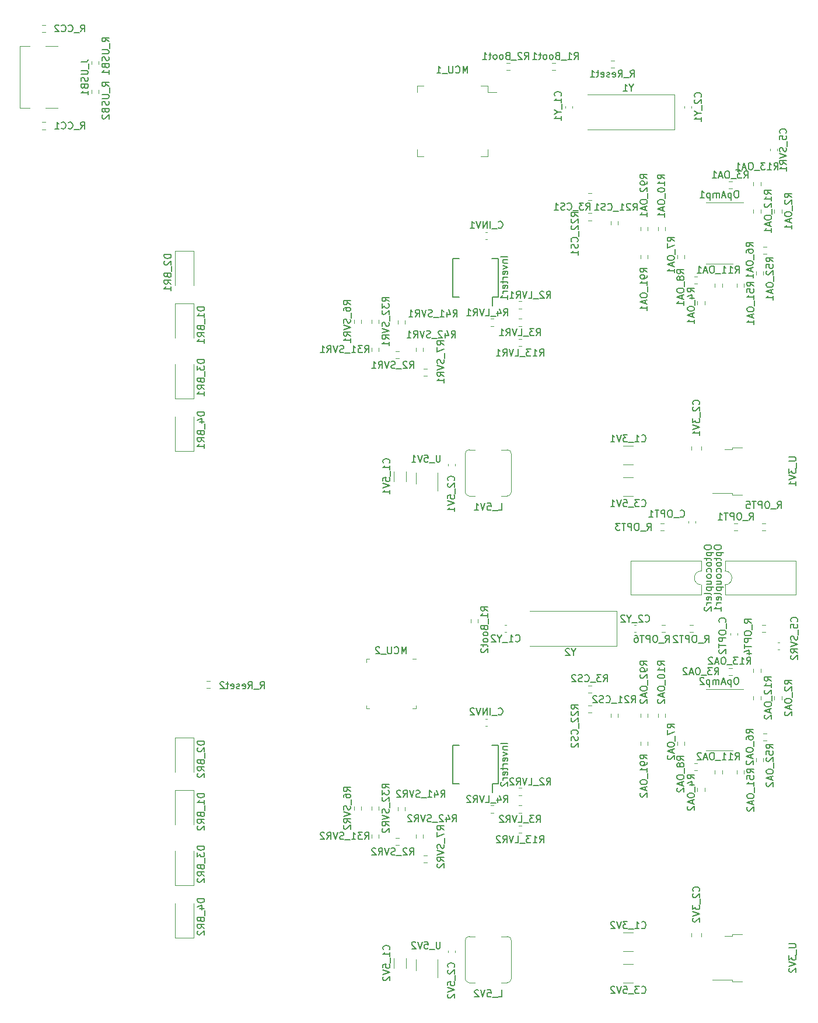
<source format=gbr>
%TF.GenerationSoftware,KiCad,Pcbnew,(6.0.7)*%
%TF.CreationDate,2022-10-24T20:42:29-04:00*%
%TF.ProjectId,LabPowerSupply,4c616250-6f77-4657-9253-7570706c792e,rev?*%
%TF.SameCoordinates,Original*%
%TF.FileFunction,Legend,Bot*%
%TF.FilePolarity,Positive*%
%FSLAX46Y46*%
G04 Gerber Fmt 4.6, Leading zero omitted, Abs format (unit mm)*
G04 Created by KiCad (PCBNEW (6.0.7)) date 2022-10-24 20:42:29*
%MOMM*%
%LPD*%
G01*
G04 APERTURE LIST*
%ADD10C,0.150000*%
%ADD11C,0.120000*%
G04 APERTURE END LIST*
D10*
%TO.C,C1_5V1*%
X88876142Y-96242428D02*
X88923761Y-96194809D01*
X88971380Y-96051952D01*
X88971380Y-95956714D01*
X88923761Y-95813857D01*
X88828523Y-95718619D01*
X88733285Y-95671000D01*
X88542809Y-95623380D01*
X88399952Y-95623380D01*
X88209476Y-95671000D01*
X88114238Y-95718619D01*
X88019000Y-95813857D01*
X87971380Y-95956714D01*
X87971380Y-96051952D01*
X88019000Y-96194809D01*
X88066619Y-96242428D01*
X88971380Y-97194809D02*
X88971380Y-96623380D01*
X88971380Y-96909095D02*
X87971380Y-96909095D01*
X88114238Y-96813857D01*
X88209476Y-96718619D01*
X88257095Y-96623380D01*
X89066619Y-97385285D02*
X89066619Y-98147190D01*
X87971380Y-98861476D02*
X87971380Y-98385285D01*
X88447571Y-98337666D01*
X88399952Y-98385285D01*
X88352333Y-98480523D01*
X88352333Y-98718619D01*
X88399952Y-98813857D01*
X88447571Y-98861476D01*
X88542809Y-98909095D01*
X88780904Y-98909095D01*
X88876142Y-98861476D01*
X88923761Y-98813857D01*
X88971380Y-98718619D01*
X88971380Y-98480523D01*
X88923761Y-98385285D01*
X88876142Y-98337666D01*
X87971380Y-99194809D02*
X88971380Y-99528142D01*
X87971380Y-99861476D01*
X88971380Y-100718619D02*
X88971380Y-100147190D01*
X88971380Y-100432904D02*
X87971380Y-100432904D01*
X88114238Y-100337666D01*
X88209476Y-100242428D01*
X88257095Y-100147190D01*
%TO.C,C2_5V1*%
X98274142Y-98782428D02*
X98321761Y-98734809D01*
X98369380Y-98591952D01*
X98369380Y-98496714D01*
X98321761Y-98353857D01*
X98226523Y-98258619D01*
X98131285Y-98211000D01*
X97940809Y-98163380D01*
X97797952Y-98163380D01*
X97607476Y-98211000D01*
X97512238Y-98258619D01*
X97417000Y-98353857D01*
X97369380Y-98496714D01*
X97369380Y-98591952D01*
X97417000Y-98734809D01*
X97464619Y-98782428D01*
X97464619Y-99163380D02*
X97417000Y-99211000D01*
X97369380Y-99306238D01*
X97369380Y-99544333D01*
X97417000Y-99639571D01*
X97464619Y-99687190D01*
X97559857Y-99734809D01*
X97655095Y-99734809D01*
X97797952Y-99687190D01*
X98369380Y-99115761D01*
X98369380Y-99734809D01*
X98464619Y-99925285D02*
X98464619Y-100687190D01*
X97369380Y-101401476D02*
X97369380Y-100925285D01*
X97845571Y-100877666D01*
X97797952Y-100925285D01*
X97750333Y-101020523D01*
X97750333Y-101258619D01*
X97797952Y-101353857D01*
X97845571Y-101401476D01*
X97940809Y-101449095D01*
X98178904Y-101449095D01*
X98274142Y-101401476D01*
X98321761Y-101353857D01*
X98369380Y-101258619D01*
X98369380Y-101020523D01*
X98321761Y-100925285D01*
X98274142Y-100877666D01*
X97369380Y-101734809D02*
X98369380Y-102068142D01*
X97369380Y-102401476D01*
X98369380Y-103258619D02*
X98369380Y-102687190D01*
X98369380Y-102972904D02*
X97369380Y-102972904D01*
X97512238Y-102877666D01*
X97607476Y-102782428D01*
X97655095Y-102687190D01*
%TO.C,R31_SVR1*%
X85327761Y-80208380D02*
X85661095Y-79732190D01*
X85899190Y-80208380D02*
X85899190Y-79208380D01*
X85518238Y-79208380D01*
X85423000Y-79256000D01*
X85375380Y-79303619D01*
X85327761Y-79398857D01*
X85327761Y-79541714D01*
X85375380Y-79636952D01*
X85423000Y-79684571D01*
X85518238Y-79732190D01*
X85899190Y-79732190D01*
X84994428Y-79208380D02*
X84375380Y-79208380D01*
X84708714Y-79589333D01*
X84565857Y-79589333D01*
X84470619Y-79636952D01*
X84423000Y-79684571D01*
X84375380Y-79779809D01*
X84375380Y-80017904D01*
X84423000Y-80113142D01*
X84470619Y-80160761D01*
X84565857Y-80208380D01*
X84851571Y-80208380D01*
X84946809Y-80160761D01*
X84994428Y-80113142D01*
X83423000Y-80208380D02*
X83994428Y-80208380D01*
X83708714Y-80208380D02*
X83708714Y-79208380D01*
X83803952Y-79351238D01*
X83899190Y-79446476D01*
X83994428Y-79494095D01*
X83232523Y-80303619D02*
X82470619Y-80303619D01*
X82280142Y-80160761D02*
X82137285Y-80208380D01*
X81899190Y-80208380D01*
X81803952Y-80160761D01*
X81756333Y-80113142D01*
X81708714Y-80017904D01*
X81708714Y-79922666D01*
X81756333Y-79827428D01*
X81803952Y-79779809D01*
X81899190Y-79732190D01*
X82089666Y-79684571D01*
X82184904Y-79636952D01*
X82232523Y-79589333D01*
X82280142Y-79494095D01*
X82280142Y-79398857D01*
X82232523Y-79303619D01*
X82184904Y-79256000D01*
X82089666Y-79208380D01*
X81851571Y-79208380D01*
X81708714Y-79256000D01*
X81423000Y-79208380D02*
X81089666Y-80208380D01*
X80756333Y-79208380D01*
X79851571Y-80208380D02*
X80184904Y-79732190D01*
X80423000Y-80208380D02*
X80423000Y-79208380D01*
X80042047Y-79208380D01*
X79946809Y-79256000D01*
X79899190Y-79303619D01*
X79851571Y-79398857D01*
X79851571Y-79541714D01*
X79899190Y-79636952D01*
X79946809Y-79684571D01*
X80042047Y-79732190D01*
X80423000Y-79732190D01*
X78899190Y-80208380D02*
X79470619Y-80208380D01*
X79184904Y-80208380D02*
X79184904Y-79208380D01*
X79280142Y-79351238D01*
X79375380Y-79446476D01*
X79470619Y-79494095D01*
%TO.C,R_USB2*%
X48204380Y-41577380D02*
X47728190Y-41244047D01*
X48204380Y-41005952D02*
X47204380Y-41005952D01*
X47204380Y-41386904D01*
X47252000Y-41482142D01*
X47299619Y-41529761D01*
X47394857Y-41577380D01*
X47537714Y-41577380D01*
X47632952Y-41529761D01*
X47680571Y-41482142D01*
X47728190Y-41386904D01*
X47728190Y-41005952D01*
X48299619Y-41767857D02*
X48299619Y-42529761D01*
X47204380Y-42767857D02*
X48013904Y-42767857D01*
X48109142Y-42815476D01*
X48156761Y-42863095D01*
X48204380Y-42958333D01*
X48204380Y-43148809D01*
X48156761Y-43244047D01*
X48109142Y-43291666D01*
X48013904Y-43339285D01*
X47204380Y-43339285D01*
X48156761Y-43767857D02*
X48204380Y-43910714D01*
X48204380Y-44148809D01*
X48156761Y-44244047D01*
X48109142Y-44291666D01*
X48013904Y-44339285D01*
X47918666Y-44339285D01*
X47823428Y-44291666D01*
X47775809Y-44244047D01*
X47728190Y-44148809D01*
X47680571Y-43958333D01*
X47632952Y-43863095D01*
X47585333Y-43815476D01*
X47490095Y-43767857D01*
X47394857Y-43767857D01*
X47299619Y-43815476D01*
X47252000Y-43863095D01*
X47204380Y-43958333D01*
X47204380Y-44196428D01*
X47252000Y-44339285D01*
X47680571Y-45101190D02*
X47728190Y-45244047D01*
X47775809Y-45291666D01*
X47871047Y-45339285D01*
X48013904Y-45339285D01*
X48109142Y-45291666D01*
X48156761Y-45244047D01*
X48204380Y-45148809D01*
X48204380Y-44767857D01*
X47204380Y-44767857D01*
X47204380Y-45101190D01*
X47252000Y-45196428D01*
X47299619Y-45244047D01*
X47394857Y-45291666D01*
X47490095Y-45291666D01*
X47585333Y-45244047D01*
X47632952Y-45196428D01*
X47680571Y-45101190D01*
X47680571Y-44767857D01*
X47299619Y-45720238D02*
X47252000Y-45767857D01*
X47204380Y-45863095D01*
X47204380Y-46101190D01*
X47252000Y-46196428D01*
X47299619Y-46244047D01*
X47394857Y-46291666D01*
X47490095Y-46291666D01*
X47632952Y-46244047D01*
X48204380Y-45672619D01*
X48204380Y-46291666D01*
%TO.C,R91_OA2*%
X126309380Y-139152619D02*
X125833190Y-138819285D01*
X126309380Y-138581190D02*
X125309380Y-138581190D01*
X125309380Y-138962142D01*
X125357000Y-139057380D01*
X125404619Y-139105000D01*
X125499857Y-139152619D01*
X125642714Y-139152619D01*
X125737952Y-139105000D01*
X125785571Y-139057380D01*
X125833190Y-138962142D01*
X125833190Y-138581190D01*
X126309380Y-139628809D02*
X126309380Y-139819285D01*
X126261761Y-139914523D01*
X126214142Y-139962142D01*
X126071285Y-140057380D01*
X125880809Y-140105000D01*
X125499857Y-140105000D01*
X125404619Y-140057380D01*
X125357000Y-140009761D01*
X125309380Y-139914523D01*
X125309380Y-139724047D01*
X125357000Y-139628809D01*
X125404619Y-139581190D01*
X125499857Y-139533571D01*
X125737952Y-139533571D01*
X125833190Y-139581190D01*
X125880809Y-139628809D01*
X125928428Y-139724047D01*
X125928428Y-139914523D01*
X125880809Y-140009761D01*
X125833190Y-140057380D01*
X125737952Y-140105000D01*
X126309380Y-141057380D02*
X126309380Y-140485952D01*
X126309380Y-140771666D02*
X125309380Y-140771666D01*
X125452238Y-140676428D01*
X125547476Y-140581190D01*
X125595095Y-140485952D01*
X126404619Y-141247857D02*
X126404619Y-142009761D01*
X125309380Y-142438333D02*
X125309380Y-142628809D01*
X125357000Y-142724047D01*
X125452238Y-142819285D01*
X125642714Y-142866904D01*
X125976047Y-142866904D01*
X126166523Y-142819285D01*
X126261761Y-142724047D01*
X126309380Y-142628809D01*
X126309380Y-142438333D01*
X126261761Y-142343095D01*
X126166523Y-142247857D01*
X125976047Y-142200238D01*
X125642714Y-142200238D01*
X125452238Y-142247857D01*
X125357000Y-142343095D01*
X125309380Y-142438333D01*
X126023666Y-143247857D02*
X126023666Y-143724047D01*
X126309380Y-143152619D02*
X125309380Y-143485952D01*
X126309380Y-143819285D01*
X125404619Y-144105000D02*
X125357000Y-144152619D01*
X125309380Y-144247857D01*
X125309380Y-144485952D01*
X125357000Y-144581190D01*
X125404619Y-144628809D01*
X125499857Y-144676428D01*
X125595095Y-144676428D01*
X125737952Y-144628809D01*
X126309380Y-144057380D01*
X126309380Y-144676428D01*
%TO.C,R13_LVR1*%
X110705333Y-80716380D02*
X111038666Y-80240190D01*
X111276761Y-80716380D02*
X111276761Y-79716380D01*
X110895809Y-79716380D01*
X110800571Y-79764000D01*
X110752952Y-79811619D01*
X110705333Y-79906857D01*
X110705333Y-80049714D01*
X110752952Y-80144952D01*
X110800571Y-80192571D01*
X110895809Y-80240190D01*
X111276761Y-80240190D01*
X109752952Y-80716380D02*
X110324380Y-80716380D01*
X110038666Y-80716380D02*
X110038666Y-79716380D01*
X110133904Y-79859238D01*
X110229142Y-79954476D01*
X110324380Y-80002095D01*
X109419619Y-79716380D02*
X108800571Y-79716380D01*
X109133904Y-80097333D01*
X108991047Y-80097333D01*
X108895809Y-80144952D01*
X108848190Y-80192571D01*
X108800571Y-80287809D01*
X108800571Y-80525904D01*
X108848190Y-80621142D01*
X108895809Y-80668761D01*
X108991047Y-80716380D01*
X109276761Y-80716380D01*
X109372000Y-80668761D01*
X109419619Y-80621142D01*
X108610095Y-80811619D02*
X107848190Y-80811619D01*
X107133904Y-80716380D02*
X107610095Y-80716380D01*
X107610095Y-79716380D01*
X106943428Y-79716380D02*
X106610095Y-80716380D01*
X106276761Y-79716380D01*
X105371999Y-80716380D02*
X105705333Y-80240190D01*
X105943428Y-80716380D02*
X105943428Y-79716380D01*
X105562476Y-79716380D01*
X105467238Y-79764000D01*
X105419619Y-79811619D01*
X105371999Y-79906857D01*
X105371999Y-80049714D01*
X105419619Y-80144952D01*
X105467238Y-80192571D01*
X105562476Y-80240190D01*
X105943428Y-80240190D01*
X104419619Y-80716380D02*
X104991047Y-80716380D01*
X104705333Y-80716380D02*
X104705333Y-79716380D01*
X104800571Y-79859238D01*
X104895809Y-79954476D01*
X104991047Y-80002095D01*
%TO.C,D2_BR1*%
X57231380Y-65984761D02*
X56231380Y-65984761D01*
X56231380Y-66222857D01*
X56279000Y-66365714D01*
X56374238Y-66460952D01*
X56469476Y-66508571D01*
X56659952Y-66556190D01*
X56802809Y-66556190D01*
X56993285Y-66508571D01*
X57088523Y-66460952D01*
X57183761Y-66365714D01*
X57231380Y-66222857D01*
X57231380Y-65984761D01*
X56326619Y-66937142D02*
X56279000Y-66984761D01*
X56231380Y-67080000D01*
X56231380Y-67318095D01*
X56279000Y-67413333D01*
X56326619Y-67460952D01*
X56421857Y-67508571D01*
X56517095Y-67508571D01*
X56659952Y-67460952D01*
X57231380Y-66889523D01*
X57231380Y-67508571D01*
X57326619Y-67699047D02*
X57326619Y-68460952D01*
X56707571Y-69032380D02*
X56755190Y-69175238D01*
X56802809Y-69222857D01*
X56898047Y-69270476D01*
X57040904Y-69270476D01*
X57136142Y-69222857D01*
X57183761Y-69175238D01*
X57231380Y-69080000D01*
X57231380Y-68699047D01*
X56231380Y-68699047D01*
X56231380Y-69032380D01*
X56279000Y-69127619D01*
X56326619Y-69175238D01*
X56421857Y-69222857D01*
X56517095Y-69222857D01*
X56612333Y-69175238D01*
X56659952Y-69127619D01*
X56707571Y-69032380D01*
X56707571Y-68699047D01*
X57231380Y-70270476D02*
X56755190Y-69937142D01*
X57231380Y-69699047D02*
X56231380Y-69699047D01*
X56231380Y-70080000D01*
X56279000Y-70175238D01*
X56326619Y-70222857D01*
X56421857Y-70270476D01*
X56564714Y-70270476D01*
X56659952Y-70222857D01*
X56707571Y-70175238D01*
X56755190Y-70080000D01*
X56755190Y-69699047D01*
X57231380Y-71222857D02*
X57231380Y-70651428D01*
X57231380Y-70937142D02*
X56231380Y-70937142D01*
X56374238Y-70841904D01*
X56469476Y-70746666D01*
X56517095Y-70651428D01*
%TO.C,C3_5V2*%
X125499571Y-173077142D02*
X125547190Y-173124761D01*
X125690047Y-173172380D01*
X125785285Y-173172380D01*
X125928142Y-173124761D01*
X126023380Y-173029523D01*
X126071000Y-172934285D01*
X126118619Y-172743809D01*
X126118619Y-172600952D01*
X126071000Y-172410476D01*
X126023380Y-172315238D01*
X125928142Y-172220000D01*
X125785285Y-172172380D01*
X125690047Y-172172380D01*
X125547190Y-172220000D01*
X125499571Y-172267619D01*
X125166238Y-172172380D02*
X124547190Y-172172380D01*
X124880523Y-172553333D01*
X124737666Y-172553333D01*
X124642428Y-172600952D01*
X124594809Y-172648571D01*
X124547190Y-172743809D01*
X124547190Y-172981904D01*
X124594809Y-173077142D01*
X124642428Y-173124761D01*
X124737666Y-173172380D01*
X125023380Y-173172380D01*
X125118619Y-173124761D01*
X125166238Y-173077142D01*
X124356714Y-173267619D02*
X123594809Y-173267619D01*
X122880523Y-172172380D02*
X123356714Y-172172380D01*
X123404333Y-172648571D01*
X123356714Y-172600952D01*
X123261476Y-172553333D01*
X123023380Y-172553333D01*
X122928142Y-172600952D01*
X122880523Y-172648571D01*
X122832904Y-172743809D01*
X122832904Y-172981904D01*
X122880523Y-173077142D01*
X122928142Y-173124761D01*
X123023380Y-173172380D01*
X123261476Y-173172380D01*
X123356714Y-173124761D01*
X123404333Y-173077142D01*
X122547190Y-172172380D02*
X122213857Y-173172380D01*
X121880523Y-172172380D01*
X121594809Y-172267619D02*
X121547190Y-172220000D01*
X121451952Y-172172380D01*
X121213857Y-172172380D01*
X121118619Y-172220000D01*
X121071000Y-172267619D01*
X121023380Y-172362857D01*
X121023380Y-172458095D01*
X121071000Y-172600952D01*
X121642428Y-173172380D01*
X121023380Y-173172380D01*
%TO.C,R_Reset1*%
X123880238Y-40236380D02*
X124213571Y-39760190D01*
X124451666Y-40236380D02*
X124451666Y-39236380D01*
X124070714Y-39236380D01*
X123975476Y-39284000D01*
X123927857Y-39331619D01*
X123880238Y-39426857D01*
X123880238Y-39569714D01*
X123927857Y-39664952D01*
X123975476Y-39712571D01*
X124070714Y-39760190D01*
X124451666Y-39760190D01*
X123689761Y-40331619D02*
X122927857Y-40331619D01*
X122118333Y-40236380D02*
X122451666Y-39760190D01*
X122689761Y-40236380D02*
X122689761Y-39236380D01*
X122308809Y-39236380D01*
X122213571Y-39284000D01*
X122165952Y-39331619D01*
X122118333Y-39426857D01*
X122118333Y-39569714D01*
X122165952Y-39664952D01*
X122213571Y-39712571D01*
X122308809Y-39760190D01*
X122689761Y-39760190D01*
X121308809Y-40188761D02*
X121404047Y-40236380D01*
X121594523Y-40236380D01*
X121689761Y-40188761D01*
X121737380Y-40093523D01*
X121737380Y-39712571D01*
X121689761Y-39617333D01*
X121594523Y-39569714D01*
X121404047Y-39569714D01*
X121308809Y-39617333D01*
X121261190Y-39712571D01*
X121261190Y-39807809D01*
X121737380Y-39903047D01*
X120880238Y-40188761D02*
X120785000Y-40236380D01*
X120594523Y-40236380D01*
X120499285Y-40188761D01*
X120451666Y-40093523D01*
X120451666Y-40045904D01*
X120499285Y-39950666D01*
X120594523Y-39903047D01*
X120737380Y-39903047D01*
X120832619Y-39855428D01*
X120880238Y-39760190D01*
X120880238Y-39712571D01*
X120832619Y-39617333D01*
X120737380Y-39569714D01*
X120594523Y-39569714D01*
X120499285Y-39617333D01*
X119642142Y-40188761D02*
X119737380Y-40236380D01*
X119927857Y-40236380D01*
X120023095Y-40188761D01*
X120070714Y-40093523D01*
X120070714Y-39712571D01*
X120023095Y-39617333D01*
X119927857Y-39569714D01*
X119737380Y-39569714D01*
X119642142Y-39617333D01*
X119594523Y-39712571D01*
X119594523Y-39807809D01*
X120070714Y-39903047D01*
X119308809Y-39569714D02*
X118927857Y-39569714D01*
X119165952Y-39236380D02*
X119165952Y-40093523D01*
X119118333Y-40188761D01*
X119023095Y-40236380D01*
X118927857Y-40236380D01*
X118070714Y-40236380D02*
X118642142Y-40236380D01*
X118356428Y-40236380D02*
X118356428Y-39236380D01*
X118451666Y-39379238D01*
X118546904Y-39474476D01*
X118642142Y-39522095D01*
%TO.C,R7_SVR2*%
X96845380Y-149463428D02*
X96369190Y-149130095D01*
X96845380Y-148892000D02*
X95845380Y-148892000D01*
X95845380Y-149272952D01*
X95893000Y-149368190D01*
X95940619Y-149415809D01*
X96035857Y-149463428D01*
X96178714Y-149463428D01*
X96273952Y-149415809D01*
X96321571Y-149368190D01*
X96369190Y-149272952D01*
X96369190Y-148892000D01*
X95845380Y-149796761D02*
X95845380Y-150463428D01*
X96845380Y-150034857D01*
X96940619Y-150606285D02*
X96940619Y-151368190D01*
X96797761Y-151558666D02*
X96845380Y-151701523D01*
X96845380Y-151939619D01*
X96797761Y-152034857D01*
X96750142Y-152082476D01*
X96654904Y-152130095D01*
X96559666Y-152130095D01*
X96464428Y-152082476D01*
X96416809Y-152034857D01*
X96369190Y-151939619D01*
X96321571Y-151749142D01*
X96273952Y-151653904D01*
X96226333Y-151606285D01*
X96131095Y-151558666D01*
X96035857Y-151558666D01*
X95940619Y-151606285D01*
X95893000Y-151653904D01*
X95845380Y-151749142D01*
X95845380Y-151987238D01*
X95893000Y-152130095D01*
X95845380Y-152415809D02*
X96845380Y-152749142D01*
X95845380Y-153082476D01*
X96845380Y-153987238D02*
X96369190Y-153653904D01*
X96845380Y-153415809D02*
X95845380Y-153415809D01*
X95845380Y-153796761D01*
X95893000Y-153892000D01*
X95940619Y-153939619D01*
X96035857Y-153987238D01*
X96178714Y-153987238D01*
X96273952Y-153939619D01*
X96321571Y-153892000D01*
X96369190Y-153796761D01*
X96369190Y-153415809D01*
X95940619Y-154368190D02*
X95893000Y-154415809D01*
X95845380Y-154511047D01*
X95845380Y-154749142D01*
X95893000Y-154844380D01*
X95940619Y-154892000D01*
X96035857Y-154939619D01*
X96131095Y-154939619D01*
X96273952Y-154892000D01*
X96845380Y-154320571D01*
X96845380Y-154939619D01*
%TO.C,C1_5V2*%
X88876142Y-166854428D02*
X88923761Y-166806809D01*
X88971380Y-166663952D01*
X88971380Y-166568714D01*
X88923761Y-166425857D01*
X88828523Y-166330619D01*
X88733285Y-166283000D01*
X88542809Y-166235380D01*
X88399952Y-166235380D01*
X88209476Y-166283000D01*
X88114238Y-166330619D01*
X88019000Y-166425857D01*
X87971380Y-166568714D01*
X87971380Y-166663952D01*
X88019000Y-166806809D01*
X88066619Y-166854428D01*
X88971380Y-167806809D02*
X88971380Y-167235380D01*
X88971380Y-167521095D02*
X87971380Y-167521095D01*
X88114238Y-167425857D01*
X88209476Y-167330619D01*
X88257095Y-167235380D01*
X89066619Y-167997285D02*
X89066619Y-168759190D01*
X87971380Y-169473476D02*
X87971380Y-168997285D01*
X88447571Y-168949666D01*
X88399952Y-168997285D01*
X88352333Y-169092523D01*
X88352333Y-169330619D01*
X88399952Y-169425857D01*
X88447571Y-169473476D01*
X88542809Y-169521095D01*
X88780904Y-169521095D01*
X88876142Y-169473476D01*
X88923761Y-169425857D01*
X88971380Y-169330619D01*
X88971380Y-169092523D01*
X88923761Y-168997285D01*
X88876142Y-168949666D01*
X87971380Y-169806809D02*
X88971380Y-170140142D01*
X87971380Y-170473476D01*
X88066619Y-170759190D02*
X88019000Y-170806809D01*
X87971380Y-170902047D01*
X87971380Y-171140142D01*
X88019000Y-171235380D01*
X88066619Y-171283000D01*
X88161857Y-171330619D01*
X88257095Y-171330619D01*
X88399952Y-171283000D01*
X88971380Y-170711571D01*
X88971380Y-171330619D01*
%TO.C,R2_SVR1*%
X91836571Y-82494380D02*
X92169904Y-82018190D01*
X92408000Y-82494380D02*
X92408000Y-81494380D01*
X92027047Y-81494380D01*
X91931809Y-81542000D01*
X91884190Y-81589619D01*
X91836571Y-81684857D01*
X91836571Y-81827714D01*
X91884190Y-81922952D01*
X91931809Y-81970571D01*
X92027047Y-82018190D01*
X92408000Y-82018190D01*
X91455619Y-81589619D02*
X91408000Y-81542000D01*
X91312761Y-81494380D01*
X91074666Y-81494380D01*
X90979428Y-81542000D01*
X90931809Y-81589619D01*
X90884190Y-81684857D01*
X90884190Y-81780095D01*
X90931809Y-81922952D01*
X91503238Y-82494380D01*
X90884190Y-82494380D01*
X90693714Y-82589619D02*
X89931809Y-82589619D01*
X89741333Y-82446761D02*
X89598476Y-82494380D01*
X89360380Y-82494380D01*
X89265142Y-82446761D01*
X89217523Y-82399142D01*
X89169904Y-82303904D01*
X89169904Y-82208666D01*
X89217523Y-82113428D01*
X89265142Y-82065809D01*
X89360380Y-82018190D01*
X89550857Y-81970571D01*
X89646095Y-81922952D01*
X89693714Y-81875333D01*
X89741333Y-81780095D01*
X89741333Y-81684857D01*
X89693714Y-81589619D01*
X89646095Y-81542000D01*
X89550857Y-81494380D01*
X89312761Y-81494380D01*
X89169904Y-81542000D01*
X88884190Y-81494380D02*
X88550857Y-82494380D01*
X88217523Y-81494380D01*
X87312761Y-82494380D02*
X87646095Y-82018190D01*
X87884190Y-82494380D02*
X87884190Y-81494380D01*
X87503238Y-81494380D01*
X87408000Y-81542000D01*
X87360380Y-81589619D01*
X87312761Y-81684857D01*
X87312761Y-81827714D01*
X87360380Y-81922952D01*
X87408000Y-81970571D01*
X87503238Y-82018190D01*
X87884190Y-82018190D01*
X86360380Y-82494380D02*
X86931809Y-82494380D01*
X86646095Y-82494380D02*
X86646095Y-81494380D01*
X86741333Y-81637238D01*
X86836571Y-81732476D01*
X86931809Y-81780095D01*
%TO.C,R12_OA2*%
X144343380Y-127849619D02*
X143867190Y-127516285D01*
X144343380Y-127278190D02*
X143343380Y-127278190D01*
X143343380Y-127659142D01*
X143391000Y-127754380D01*
X143438619Y-127802000D01*
X143533857Y-127849619D01*
X143676714Y-127849619D01*
X143771952Y-127802000D01*
X143819571Y-127754380D01*
X143867190Y-127659142D01*
X143867190Y-127278190D01*
X144343380Y-128802000D02*
X144343380Y-128230571D01*
X144343380Y-128516285D02*
X143343380Y-128516285D01*
X143486238Y-128421047D01*
X143581476Y-128325809D01*
X143629095Y-128230571D01*
X143438619Y-129182952D02*
X143391000Y-129230571D01*
X143343380Y-129325809D01*
X143343380Y-129563904D01*
X143391000Y-129659142D01*
X143438619Y-129706761D01*
X143533857Y-129754380D01*
X143629095Y-129754380D01*
X143771952Y-129706761D01*
X144343380Y-129135333D01*
X144343380Y-129754380D01*
X144438619Y-129944857D02*
X144438619Y-130706761D01*
X143343380Y-131135333D02*
X143343380Y-131325809D01*
X143391000Y-131421047D01*
X143486238Y-131516285D01*
X143676714Y-131563904D01*
X144010047Y-131563904D01*
X144200523Y-131516285D01*
X144295761Y-131421047D01*
X144343380Y-131325809D01*
X144343380Y-131135333D01*
X144295761Y-131040095D01*
X144200523Y-130944857D01*
X144010047Y-130897238D01*
X143676714Y-130897238D01*
X143486238Y-130944857D01*
X143391000Y-131040095D01*
X143343380Y-131135333D01*
X144057666Y-131944857D02*
X144057666Y-132421047D01*
X144343380Y-131849619D02*
X143343380Y-132182952D01*
X144343380Y-132516285D01*
X143438619Y-132802000D02*
X143391000Y-132849619D01*
X143343380Y-132944857D01*
X143343380Y-133182952D01*
X143391000Y-133278190D01*
X143438619Y-133325809D01*
X143533857Y-133373428D01*
X143629095Y-133373428D01*
X143771952Y-133325809D01*
X144343380Y-132754380D01*
X144343380Y-133373428D01*
%TO.C,R_Reset2*%
X70159238Y-128976380D02*
X70492571Y-128500190D01*
X70730666Y-128976380D02*
X70730666Y-127976380D01*
X70349714Y-127976380D01*
X70254476Y-128024000D01*
X70206857Y-128071619D01*
X70159238Y-128166857D01*
X70159238Y-128309714D01*
X70206857Y-128404952D01*
X70254476Y-128452571D01*
X70349714Y-128500190D01*
X70730666Y-128500190D01*
X69968761Y-129071619D02*
X69206857Y-129071619D01*
X68397333Y-128976380D02*
X68730666Y-128500190D01*
X68968761Y-128976380D02*
X68968761Y-127976380D01*
X68587809Y-127976380D01*
X68492571Y-128024000D01*
X68444952Y-128071619D01*
X68397333Y-128166857D01*
X68397333Y-128309714D01*
X68444952Y-128404952D01*
X68492571Y-128452571D01*
X68587809Y-128500190D01*
X68968761Y-128500190D01*
X67587809Y-128928761D02*
X67683047Y-128976380D01*
X67873523Y-128976380D01*
X67968761Y-128928761D01*
X68016380Y-128833523D01*
X68016380Y-128452571D01*
X67968761Y-128357333D01*
X67873523Y-128309714D01*
X67683047Y-128309714D01*
X67587809Y-128357333D01*
X67540190Y-128452571D01*
X67540190Y-128547809D01*
X68016380Y-128643047D01*
X67159238Y-128928761D02*
X67064000Y-128976380D01*
X66873523Y-128976380D01*
X66778285Y-128928761D01*
X66730666Y-128833523D01*
X66730666Y-128785904D01*
X66778285Y-128690666D01*
X66873523Y-128643047D01*
X67016380Y-128643047D01*
X67111619Y-128595428D01*
X67159238Y-128500190D01*
X67159238Y-128452571D01*
X67111619Y-128357333D01*
X67016380Y-128309714D01*
X66873523Y-128309714D01*
X66778285Y-128357333D01*
X65921142Y-128928761D02*
X66016380Y-128976380D01*
X66206857Y-128976380D01*
X66302095Y-128928761D01*
X66349714Y-128833523D01*
X66349714Y-128452571D01*
X66302095Y-128357333D01*
X66206857Y-128309714D01*
X66016380Y-128309714D01*
X65921142Y-128357333D01*
X65873523Y-128452571D01*
X65873523Y-128547809D01*
X66349714Y-128643047D01*
X65587809Y-128309714D02*
X65206857Y-128309714D01*
X65444952Y-127976380D02*
X65444952Y-128833523D01*
X65397333Y-128928761D01*
X65302095Y-128976380D01*
X65206857Y-128976380D01*
X64921142Y-128071619D02*
X64873523Y-128024000D01*
X64778285Y-127976380D01*
X64540190Y-127976380D01*
X64444952Y-128024000D01*
X64397333Y-128071619D01*
X64349714Y-128166857D01*
X64349714Y-128262095D01*
X64397333Y-128404952D01*
X64968761Y-128976380D01*
X64349714Y-128976380D01*
%TO.C,R4_LVR2*%
X105481142Y-145486380D02*
X105814476Y-145010190D01*
X106052571Y-145486380D02*
X106052571Y-144486380D01*
X105671619Y-144486380D01*
X105576380Y-144534000D01*
X105528761Y-144581619D01*
X105481142Y-144676857D01*
X105481142Y-144819714D01*
X105528761Y-144914952D01*
X105576380Y-144962571D01*
X105671619Y-145010190D01*
X106052571Y-145010190D01*
X104624000Y-144819714D02*
X104624000Y-145486380D01*
X104862095Y-144438761D02*
X105100190Y-145153047D01*
X104481142Y-145153047D01*
X104338285Y-145581619D02*
X103576380Y-145581619D01*
X102862095Y-145486380D02*
X103338285Y-145486380D01*
X103338285Y-144486380D01*
X102671619Y-144486380D02*
X102338285Y-145486380D01*
X102004952Y-144486380D01*
X101100190Y-145486380D02*
X101433523Y-145010190D01*
X101671619Y-145486380D02*
X101671619Y-144486380D01*
X101290666Y-144486380D01*
X101195428Y-144534000D01*
X101147809Y-144581619D01*
X101100190Y-144676857D01*
X101100190Y-144819714D01*
X101147809Y-144914952D01*
X101195428Y-144962571D01*
X101290666Y-145010190D01*
X101671619Y-145010190D01*
X100719238Y-144581619D02*
X100671619Y-144534000D01*
X100576380Y-144486380D01*
X100338285Y-144486380D01*
X100243047Y-144534000D01*
X100195428Y-144581619D01*
X100147809Y-144676857D01*
X100147809Y-144772095D01*
X100195428Y-144914952D01*
X100766857Y-145486380D01*
X100147809Y-145486380D01*
%TO.C,MCU_1*%
X100258285Y-39661380D02*
X100258285Y-38661380D01*
X99924952Y-39375666D01*
X99591619Y-38661380D01*
X99591619Y-39661380D01*
X98544000Y-39566142D02*
X98591619Y-39613761D01*
X98734476Y-39661380D01*
X98829714Y-39661380D01*
X98972571Y-39613761D01*
X99067809Y-39518523D01*
X99115428Y-39423285D01*
X99163047Y-39232809D01*
X99163047Y-39089952D01*
X99115428Y-38899476D01*
X99067809Y-38804238D01*
X98972571Y-38709000D01*
X98829714Y-38661380D01*
X98734476Y-38661380D01*
X98591619Y-38709000D01*
X98544000Y-38756619D01*
X98115428Y-38661380D02*
X98115428Y-39470904D01*
X98067809Y-39566142D01*
X98020190Y-39613761D01*
X97924952Y-39661380D01*
X97734476Y-39661380D01*
X97639238Y-39613761D01*
X97591619Y-39566142D01*
X97544000Y-39470904D01*
X97544000Y-38661380D01*
X97305904Y-39756619D02*
X96544000Y-39756619D01*
X95782095Y-39661380D02*
X96353523Y-39661380D01*
X96067809Y-39661380D02*
X96067809Y-38661380D01*
X96163047Y-38804238D01*
X96258285Y-38899476D01*
X96353523Y-38947095D01*
%TO.C,Inverter2*%
X106047380Y-136910071D02*
X105047380Y-136910071D01*
X105380714Y-137386261D02*
X106047380Y-137386261D01*
X105475952Y-137386261D02*
X105428333Y-137433880D01*
X105380714Y-137529119D01*
X105380714Y-137671976D01*
X105428333Y-137767214D01*
X105523571Y-137814833D01*
X106047380Y-137814833D01*
X105380714Y-138195785D02*
X106047380Y-138433880D01*
X105380714Y-138671976D01*
X105999761Y-139433880D02*
X106047380Y-139338642D01*
X106047380Y-139148166D01*
X105999761Y-139052928D01*
X105904523Y-139005309D01*
X105523571Y-139005309D01*
X105428333Y-139052928D01*
X105380714Y-139148166D01*
X105380714Y-139338642D01*
X105428333Y-139433880D01*
X105523571Y-139481500D01*
X105618809Y-139481500D01*
X105714047Y-139005309D01*
X106047380Y-139910071D02*
X105380714Y-139910071D01*
X105571190Y-139910071D02*
X105475952Y-139957690D01*
X105428333Y-140005309D01*
X105380714Y-140100547D01*
X105380714Y-140195785D01*
X105380714Y-140386261D02*
X105380714Y-140767214D01*
X105047380Y-140529119D02*
X105904523Y-140529119D01*
X105999761Y-140576738D01*
X106047380Y-140671976D01*
X106047380Y-140767214D01*
X105999761Y-141481500D02*
X106047380Y-141386261D01*
X106047380Y-141195785D01*
X105999761Y-141100547D01*
X105904523Y-141052928D01*
X105523571Y-141052928D01*
X105428333Y-141100547D01*
X105380714Y-141195785D01*
X105380714Y-141386261D01*
X105428333Y-141481500D01*
X105523571Y-141529119D01*
X105618809Y-141529119D01*
X105714047Y-141052928D01*
X106047380Y-141957690D02*
X105380714Y-141957690D01*
X105571190Y-141957690D02*
X105475952Y-142005309D01*
X105428333Y-142052928D01*
X105380714Y-142148166D01*
X105380714Y-142243404D01*
X105142619Y-142529119D02*
X105095000Y-142576738D01*
X105047380Y-142671976D01*
X105047380Y-142910071D01*
X105095000Y-143005309D01*
X105142619Y-143052928D01*
X105237857Y-143100547D01*
X105333095Y-143100547D01*
X105475952Y-143052928D01*
X106047380Y-142481500D01*
X106047380Y-143100547D01*
%TO.C,Optocoupler1*%
X136060380Y-108355380D02*
X136060380Y-108545857D01*
X136108000Y-108641095D01*
X136203238Y-108736333D01*
X136393714Y-108783952D01*
X136727047Y-108783952D01*
X136917523Y-108736333D01*
X137012761Y-108641095D01*
X137060380Y-108545857D01*
X137060380Y-108355380D01*
X137012761Y-108260142D01*
X136917523Y-108164904D01*
X136727047Y-108117285D01*
X136393714Y-108117285D01*
X136203238Y-108164904D01*
X136108000Y-108260142D01*
X136060380Y-108355380D01*
X136393714Y-109212523D02*
X137393714Y-109212523D01*
X136441333Y-109212523D02*
X136393714Y-109307761D01*
X136393714Y-109498238D01*
X136441333Y-109593476D01*
X136488952Y-109641095D01*
X136584190Y-109688714D01*
X136869904Y-109688714D01*
X136965142Y-109641095D01*
X137012761Y-109593476D01*
X137060380Y-109498238D01*
X137060380Y-109307761D01*
X137012761Y-109212523D01*
X136393714Y-109974428D02*
X136393714Y-110355380D01*
X136060380Y-110117285D02*
X136917523Y-110117285D01*
X137012761Y-110164904D01*
X137060380Y-110260142D01*
X137060380Y-110355380D01*
X137060380Y-110831571D02*
X137012761Y-110736333D01*
X136965142Y-110688714D01*
X136869904Y-110641095D01*
X136584190Y-110641095D01*
X136488952Y-110688714D01*
X136441333Y-110736333D01*
X136393714Y-110831571D01*
X136393714Y-110974428D01*
X136441333Y-111069666D01*
X136488952Y-111117285D01*
X136584190Y-111164904D01*
X136869904Y-111164904D01*
X136965142Y-111117285D01*
X137012761Y-111069666D01*
X137060380Y-110974428D01*
X137060380Y-110831571D01*
X137012761Y-112022047D02*
X137060380Y-111926809D01*
X137060380Y-111736333D01*
X137012761Y-111641095D01*
X136965142Y-111593476D01*
X136869904Y-111545857D01*
X136584190Y-111545857D01*
X136488952Y-111593476D01*
X136441333Y-111641095D01*
X136393714Y-111736333D01*
X136393714Y-111926809D01*
X136441333Y-112022047D01*
X137060380Y-112593476D02*
X137012761Y-112498238D01*
X136965142Y-112450619D01*
X136869904Y-112403000D01*
X136584190Y-112403000D01*
X136488952Y-112450619D01*
X136441333Y-112498238D01*
X136393714Y-112593476D01*
X136393714Y-112736333D01*
X136441333Y-112831571D01*
X136488952Y-112879190D01*
X136584190Y-112926809D01*
X136869904Y-112926809D01*
X136965142Y-112879190D01*
X137012761Y-112831571D01*
X137060380Y-112736333D01*
X137060380Y-112593476D01*
X136393714Y-113783952D02*
X137060380Y-113783952D01*
X136393714Y-113355380D02*
X136917523Y-113355380D01*
X137012761Y-113403000D01*
X137060380Y-113498238D01*
X137060380Y-113641095D01*
X137012761Y-113736333D01*
X136965142Y-113783952D01*
X136393714Y-114260142D02*
X137393714Y-114260142D01*
X136441333Y-114260142D02*
X136393714Y-114355380D01*
X136393714Y-114545857D01*
X136441333Y-114641095D01*
X136488952Y-114688714D01*
X136584190Y-114736333D01*
X136869904Y-114736333D01*
X136965142Y-114688714D01*
X137012761Y-114641095D01*
X137060380Y-114545857D01*
X137060380Y-114355380D01*
X137012761Y-114260142D01*
X137060380Y-115307761D02*
X137012761Y-115212523D01*
X136917523Y-115164904D01*
X136060380Y-115164904D01*
X137012761Y-116069666D02*
X137060380Y-115974428D01*
X137060380Y-115783952D01*
X137012761Y-115688714D01*
X136917523Y-115641095D01*
X136536571Y-115641095D01*
X136441333Y-115688714D01*
X136393714Y-115783952D01*
X136393714Y-115974428D01*
X136441333Y-116069666D01*
X136536571Y-116117285D01*
X136631809Y-116117285D01*
X136727047Y-115641095D01*
X137060380Y-116545857D02*
X136393714Y-116545857D01*
X136584190Y-116545857D02*
X136488952Y-116593476D01*
X136441333Y-116641095D01*
X136393714Y-116736333D01*
X136393714Y-116831571D01*
X137060380Y-117688714D02*
X137060380Y-117117285D01*
X137060380Y-117403000D02*
X136060380Y-117403000D01*
X136203238Y-117307761D01*
X136298476Y-117212523D01*
X136346095Y-117117285D01*
%TO.C,R_USB1*%
X48204380Y-35100380D02*
X47728190Y-34767047D01*
X48204380Y-34528952D02*
X47204380Y-34528952D01*
X47204380Y-34909904D01*
X47252000Y-35005142D01*
X47299619Y-35052761D01*
X47394857Y-35100380D01*
X47537714Y-35100380D01*
X47632952Y-35052761D01*
X47680571Y-35005142D01*
X47728190Y-34909904D01*
X47728190Y-34528952D01*
X48299619Y-35290857D02*
X48299619Y-36052761D01*
X47204380Y-36290857D02*
X48013904Y-36290857D01*
X48109142Y-36338476D01*
X48156761Y-36386095D01*
X48204380Y-36481333D01*
X48204380Y-36671809D01*
X48156761Y-36767047D01*
X48109142Y-36814666D01*
X48013904Y-36862285D01*
X47204380Y-36862285D01*
X48156761Y-37290857D02*
X48204380Y-37433714D01*
X48204380Y-37671809D01*
X48156761Y-37767047D01*
X48109142Y-37814666D01*
X48013904Y-37862285D01*
X47918666Y-37862285D01*
X47823428Y-37814666D01*
X47775809Y-37767047D01*
X47728190Y-37671809D01*
X47680571Y-37481333D01*
X47632952Y-37386095D01*
X47585333Y-37338476D01*
X47490095Y-37290857D01*
X47394857Y-37290857D01*
X47299619Y-37338476D01*
X47252000Y-37386095D01*
X47204380Y-37481333D01*
X47204380Y-37719428D01*
X47252000Y-37862285D01*
X47680571Y-38624190D02*
X47728190Y-38767047D01*
X47775809Y-38814666D01*
X47871047Y-38862285D01*
X48013904Y-38862285D01*
X48109142Y-38814666D01*
X48156761Y-38767047D01*
X48204380Y-38671809D01*
X48204380Y-38290857D01*
X47204380Y-38290857D01*
X47204380Y-38624190D01*
X47252000Y-38719428D01*
X47299619Y-38767047D01*
X47394857Y-38814666D01*
X47490095Y-38814666D01*
X47585333Y-38767047D01*
X47632952Y-38719428D01*
X47680571Y-38624190D01*
X47680571Y-38290857D01*
X48204380Y-39814666D02*
X48204380Y-39243238D01*
X48204380Y-39528952D02*
X47204380Y-39528952D01*
X47347238Y-39433714D01*
X47442476Y-39338476D01*
X47490095Y-39243238D01*
%TO.C,R2_LVR2*%
X111704142Y-142942880D02*
X112037476Y-142466690D01*
X112275571Y-142942880D02*
X112275571Y-141942880D01*
X111894619Y-141942880D01*
X111799380Y-141990500D01*
X111751761Y-142038119D01*
X111704142Y-142133357D01*
X111704142Y-142276214D01*
X111751761Y-142371452D01*
X111799380Y-142419071D01*
X111894619Y-142466690D01*
X112275571Y-142466690D01*
X111323190Y-142038119D02*
X111275571Y-141990500D01*
X111180333Y-141942880D01*
X110942238Y-141942880D01*
X110847000Y-141990500D01*
X110799380Y-142038119D01*
X110751761Y-142133357D01*
X110751761Y-142228595D01*
X110799380Y-142371452D01*
X111370809Y-142942880D01*
X110751761Y-142942880D01*
X110561285Y-143038119D02*
X109799380Y-143038119D01*
X109085095Y-142942880D02*
X109561285Y-142942880D01*
X109561285Y-141942880D01*
X108894619Y-141942880D02*
X108561285Y-142942880D01*
X108227952Y-141942880D01*
X107323190Y-142942880D02*
X107656523Y-142466690D01*
X107894619Y-142942880D02*
X107894619Y-141942880D01*
X107513666Y-141942880D01*
X107418428Y-141990500D01*
X107370809Y-142038119D01*
X107323190Y-142133357D01*
X107323190Y-142276214D01*
X107370809Y-142371452D01*
X107418428Y-142419071D01*
X107513666Y-142466690D01*
X107894619Y-142466690D01*
X106942238Y-142038119D02*
X106894619Y-141990500D01*
X106799380Y-141942880D01*
X106561285Y-141942880D01*
X106466047Y-141990500D01*
X106418428Y-142038119D01*
X106370809Y-142133357D01*
X106370809Y-142228595D01*
X106418428Y-142371452D01*
X106989857Y-142942880D01*
X106370809Y-142942880D01*
%TO.C,D1_BR1*%
X62057380Y-73604761D02*
X61057380Y-73604761D01*
X61057380Y-73842857D01*
X61105000Y-73985714D01*
X61200238Y-74080952D01*
X61295476Y-74128571D01*
X61485952Y-74176190D01*
X61628809Y-74176190D01*
X61819285Y-74128571D01*
X61914523Y-74080952D01*
X62009761Y-73985714D01*
X62057380Y-73842857D01*
X62057380Y-73604761D01*
X62057380Y-75128571D02*
X62057380Y-74557142D01*
X62057380Y-74842857D02*
X61057380Y-74842857D01*
X61200238Y-74747619D01*
X61295476Y-74652380D01*
X61343095Y-74557142D01*
X62152619Y-75319047D02*
X62152619Y-76080952D01*
X61533571Y-76652380D02*
X61581190Y-76795238D01*
X61628809Y-76842857D01*
X61724047Y-76890476D01*
X61866904Y-76890476D01*
X61962142Y-76842857D01*
X62009761Y-76795238D01*
X62057380Y-76700000D01*
X62057380Y-76319047D01*
X61057380Y-76319047D01*
X61057380Y-76652380D01*
X61105000Y-76747619D01*
X61152619Y-76795238D01*
X61247857Y-76842857D01*
X61343095Y-76842857D01*
X61438333Y-76795238D01*
X61485952Y-76747619D01*
X61533571Y-76652380D01*
X61533571Y-76319047D01*
X62057380Y-77890476D02*
X61581190Y-77557142D01*
X62057380Y-77319047D02*
X61057380Y-77319047D01*
X61057380Y-77700000D01*
X61105000Y-77795238D01*
X61152619Y-77842857D01*
X61247857Y-77890476D01*
X61390714Y-77890476D01*
X61485952Y-77842857D01*
X61533571Y-77795238D01*
X61581190Y-77700000D01*
X61581190Y-77319047D01*
X62057380Y-78842857D02*
X62057380Y-78271428D01*
X62057380Y-78557142D02*
X61057380Y-78557142D01*
X61200238Y-78461904D01*
X61295476Y-78366666D01*
X61343095Y-78271428D01*
%TO.C,R22_CS2*%
X116276380Y-131889809D02*
X115800190Y-131556476D01*
X116276380Y-131318380D02*
X115276380Y-131318380D01*
X115276380Y-131699333D01*
X115324000Y-131794571D01*
X115371619Y-131842190D01*
X115466857Y-131889809D01*
X115609714Y-131889809D01*
X115704952Y-131842190D01*
X115752571Y-131794571D01*
X115800190Y-131699333D01*
X115800190Y-131318380D01*
X115371619Y-132270761D02*
X115324000Y-132318380D01*
X115276380Y-132413619D01*
X115276380Y-132651714D01*
X115324000Y-132746952D01*
X115371619Y-132794571D01*
X115466857Y-132842190D01*
X115562095Y-132842190D01*
X115704952Y-132794571D01*
X116276380Y-132223142D01*
X116276380Y-132842190D01*
X115371619Y-133223142D02*
X115324000Y-133270761D01*
X115276380Y-133366000D01*
X115276380Y-133604095D01*
X115324000Y-133699333D01*
X115371619Y-133746952D01*
X115466857Y-133794571D01*
X115562095Y-133794571D01*
X115704952Y-133746952D01*
X116276380Y-133175523D01*
X116276380Y-133794571D01*
X116371619Y-133985047D02*
X116371619Y-134746952D01*
X116181142Y-135556476D02*
X116228761Y-135508857D01*
X116276380Y-135366000D01*
X116276380Y-135270761D01*
X116228761Y-135127904D01*
X116133523Y-135032666D01*
X116038285Y-134985047D01*
X115847809Y-134937428D01*
X115704952Y-134937428D01*
X115514476Y-134985047D01*
X115419238Y-135032666D01*
X115324000Y-135127904D01*
X115276380Y-135270761D01*
X115276380Y-135366000D01*
X115324000Y-135508857D01*
X115371619Y-135556476D01*
X116228761Y-135937428D02*
X116276380Y-136080285D01*
X116276380Y-136318380D01*
X116228761Y-136413619D01*
X116181142Y-136461238D01*
X116085904Y-136508857D01*
X115990666Y-136508857D01*
X115895428Y-136461238D01*
X115847809Y-136413619D01*
X115800190Y-136318380D01*
X115752571Y-136127904D01*
X115704952Y-136032666D01*
X115657333Y-135985047D01*
X115562095Y-135937428D01*
X115466857Y-135937428D01*
X115371619Y-135985047D01*
X115324000Y-136032666D01*
X115276380Y-136127904D01*
X115276380Y-136366000D01*
X115324000Y-136508857D01*
X115371619Y-136889809D02*
X115324000Y-136937428D01*
X115276380Y-137032666D01*
X115276380Y-137270761D01*
X115324000Y-137366000D01*
X115371619Y-137413619D01*
X115466857Y-137461238D01*
X115562095Y-137461238D01*
X115704952Y-137413619D01*
X116276380Y-136842190D01*
X116276380Y-137461238D01*
%TO.C,R4_LVR1*%
X105481142Y-74874380D02*
X105814476Y-74398190D01*
X106052571Y-74874380D02*
X106052571Y-73874380D01*
X105671619Y-73874380D01*
X105576380Y-73922000D01*
X105528761Y-73969619D01*
X105481142Y-74064857D01*
X105481142Y-74207714D01*
X105528761Y-74302952D01*
X105576380Y-74350571D01*
X105671619Y-74398190D01*
X106052571Y-74398190D01*
X104624000Y-74207714D02*
X104624000Y-74874380D01*
X104862095Y-73826761D02*
X105100190Y-74541047D01*
X104481142Y-74541047D01*
X104338285Y-74969619D02*
X103576380Y-74969619D01*
X102862095Y-74874380D02*
X103338285Y-74874380D01*
X103338285Y-73874380D01*
X102671619Y-73874380D02*
X102338285Y-74874380D01*
X102004952Y-73874380D01*
X101100190Y-74874380D02*
X101433523Y-74398190D01*
X101671619Y-74874380D02*
X101671619Y-73874380D01*
X101290666Y-73874380D01*
X101195428Y-73922000D01*
X101147809Y-73969619D01*
X101100190Y-74064857D01*
X101100190Y-74207714D01*
X101147809Y-74302952D01*
X101195428Y-74350571D01*
X101290666Y-74398190D01*
X101671619Y-74398190D01*
X100147809Y-74874380D02*
X100719238Y-74874380D01*
X100433523Y-74874380D02*
X100433523Y-73874380D01*
X100528761Y-74017238D01*
X100624000Y-74112476D01*
X100719238Y-74160095D01*
%TO.C,C_OPT2*%
X137644142Y-119332619D02*
X137691761Y-119285000D01*
X137739380Y-119142142D01*
X137739380Y-119046904D01*
X137691761Y-118904047D01*
X137596523Y-118808809D01*
X137501285Y-118761190D01*
X137310809Y-118713571D01*
X137167952Y-118713571D01*
X136977476Y-118761190D01*
X136882238Y-118808809D01*
X136787000Y-118904047D01*
X136739380Y-119046904D01*
X136739380Y-119142142D01*
X136787000Y-119285000D01*
X136834619Y-119332619D01*
X137834619Y-119523095D02*
X137834619Y-120285000D01*
X136739380Y-120713571D02*
X136739380Y-120904047D01*
X136787000Y-120999285D01*
X136882238Y-121094523D01*
X137072714Y-121142142D01*
X137406047Y-121142142D01*
X137596523Y-121094523D01*
X137691761Y-120999285D01*
X137739380Y-120904047D01*
X137739380Y-120713571D01*
X137691761Y-120618333D01*
X137596523Y-120523095D01*
X137406047Y-120475476D01*
X137072714Y-120475476D01*
X136882238Y-120523095D01*
X136787000Y-120618333D01*
X136739380Y-120713571D01*
X137739380Y-121570714D02*
X136739380Y-121570714D01*
X136739380Y-121951666D01*
X136787000Y-122046904D01*
X136834619Y-122094523D01*
X136929857Y-122142142D01*
X137072714Y-122142142D01*
X137167952Y-122094523D01*
X137215571Y-122046904D01*
X137263190Y-121951666D01*
X137263190Y-121570714D01*
X136739380Y-122427857D02*
X136739380Y-122999285D01*
X137739380Y-122713571D02*
X136739380Y-122713571D01*
X136834619Y-123285000D02*
X136787000Y-123332619D01*
X136739380Y-123427857D01*
X136739380Y-123665952D01*
X136787000Y-123761190D01*
X136834619Y-123808809D01*
X136929857Y-123856428D01*
X137025095Y-123856428D01*
X137167952Y-123808809D01*
X137739380Y-123237380D01*
X137739380Y-123856428D01*
%TO.C,R22_CS1*%
X116276380Y-60452809D02*
X115800190Y-60119476D01*
X116276380Y-59881380D02*
X115276380Y-59881380D01*
X115276380Y-60262333D01*
X115324000Y-60357571D01*
X115371619Y-60405190D01*
X115466857Y-60452809D01*
X115609714Y-60452809D01*
X115704952Y-60405190D01*
X115752571Y-60357571D01*
X115800190Y-60262333D01*
X115800190Y-59881380D01*
X115371619Y-60833761D02*
X115324000Y-60881380D01*
X115276380Y-60976619D01*
X115276380Y-61214714D01*
X115324000Y-61309952D01*
X115371619Y-61357571D01*
X115466857Y-61405190D01*
X115562095Y-61405190D01*
X115704952Y-61357571D01*
X116276380Y-60786142D01*
X116276380Y-61405190D01*
X115371619Y-61786142D02*
X115324000Y-61833761D01*
X115276380Y-61929000D01*
X115276380Y-62167095D01*
X115324000Y-62262333D01*
X115371619Y-62309952D01*
X115466857Y-62357571D01*
X115562095Y-62357571D01*
X115704952Y-62309952D01*
X116276380Y-61738523D01*
X116276380Y-62357571D01*
X116371619Y-62548047D02*
X116371619Y-63309952D01*
X116181142Y-64119476D02*
X116228761Y-64071857D01*
X116276380Y-63929000D01*
X116276380Y-63833761D01*
X116228761Y-63690904D01*
X116133523Y-63595666D01*
X116038285Y-63548047D01*
X115847809Y-63500428D01*
X115704952Y-63500428D01*
X115514476Y-63548047D01*
X115419238Y-63595666D01*
X115324000Y-63690904D01*
X115276380Y-63833761D01*
X115276380Y-63929000D01*
X115324000Y-64071857D01*
X115371619Y-64119476D01*
X116228761Y-64500428D02*
X116276380Y-64643285D01*
X116276380Y-64881380D01*
X116228761Y-64976619D01*
X116181142Y-65024238D01*
X116085904Y-65071857D01*
X115990666Y-65071857D01*
X115895428Y-65024238D01*
X115847809Y-64976619D01*
X115800190Y-64881380D01*
X115752571Y-64690904D01*
X115704952Y-64595666D01*
X115657333Y-64548047D01*
X115562095Y-64500428D01*
X115466857Y-64500428D01*
X115371619Y-64548047D01*
X115324000Y-64595666D01*
X115276380Y-64690904D01*
X115276380Y-64929000D01*
X115324000Y-65071857D01*
X116276380Y-66024238D02*
X116276380Y-65452809D01*
X116276380Y-65738523D02*
X115276380Y-65738523D01*
X115419238Y-65643285D01*
X115514476Y-65548047D01*
X115562095Y-65452809D01*
%TO.C,R_OPT2*%
X134667380Y-122245380D02*
X135000714Y-121769190D01*
X135238809Y-122245380D02*
X135238809Y-121245380D01*
X134857857Y-121245380D01*
X134762619Y-121293000D01*
X134715000Y-121340619D01*
X134667380Y-121435857D01*
X134667380Y-121578714D01*
X134715000Y-121673952D01*
X134762619Y-121721571D01*
X134857857Y-121769190D01*
X135238809Y-121769190D01*
X134476904Y-122340619D02*
X133715000Y-122340619D01*
X133286428Y-121245380D02*
X133095952Y-121245380D01*
X133000714Y-121293000D01*
X132905476Y-121388238D01*
X132857857Y-121578714D01*
X132857857Y-121912047D01*
X132905476Y-122102523D01*
X133000714Y-122197761D01*
X133095952Y-122245380D01*
X133286428Y-122245380D01*
X133381666Y-122197761D01*
X133476904Y-122102523D01*
X133524523Y-121912047D01*
X133524523Y-121578714D01*
X133476904Y-121388238D01*
X133381666Y-121293000D01*
X133286428Y-121245380D01*
X132429285Y-122245380D02*
X132429285Y-121245380D01*
X132048333Y-121245380D01*
X131953095Y-121293000D01*
X131905476Y-121340619D01*
X131857857Y-121435857D01*
X131857857Y-121578714D01*
X131905476Y-121673952D01*
X131953095Y-121721571D01*
X132048333Y-121769190D01*
X132429285Y-121769190D01*
X131572142Y-121245380D02*
X131000714Y-121245380D01*
X131286428Y-122245380D02*
X131286428Y-121245380D01*
X130715000Y-121340619D02*
X130667380Y-121293000D01*
X130572142Y-121245380D01*
X130334047Y-121245380D01*
X130238809Y-121293000D01*
X130191190Y-121340619D01*
X130143571Y-121435857D01*
X130143571Y-121531095D01*
X130191190Y-121673952D01*
X130762619Y-122245380D01*
X130143571Y-122245380D01*
%TO.C,R32_SVR1*%
X88844380Y-72787238D02*
X88368190Y-72453904D01*
X88844380Y-72215809D02*
X87844380Y-72215809D01*
X87844380Y-72596761D01*
X87892000Y-72692000D01*
X87939619Y-72739619D01*
X88034857Y-72787238D01*
X88177714Y-72787238D01*
X88272952Y-72739619D01*
X88320571Y-72692000D01*
X88368190Y-72596761D01*
X88368190Y-72215809D01*
X87844380Y-73120571D02*
X87844380Y-73739619D01*
X88225333Y-73406285D01*
X88225333Y-73549142D01*
X88272952Y-73644380D01*
X88320571Y-73692000D01*
X88415809Y-73739619D01*
X88653904Y-73739619D01*
X88749142Y-73692000D01*
X88796761Y-73644380D01*
X88844380Y-73549142D01*
X88844380Y-73263428D01*
X88796761Y-73168190D01*
X88749142Y-73120571D01*
X87939619Y-74120571D02*
X87892000Y-74168190D01*
X87844380Y-74263428D01*
X87844380Y-74501523D01*
X87892000Y-74596761D01*
X87939619Y-74644380D01*
X88034857Y-74692000D01*
X88130095Y-74692000D01*
X88272952Y-74644380D01*
X88844380Y-74072952D01*
X88844380Y-74692000D01*
X88939619Y-74882476D02*
X88939619Y-75644380D01*
X88796761Y-75834857D02*
X88844380Y-75977714D01*
X88844380Y-76215809D01*
X88796761Y-76311047D01*
X88749142Y-76358666D01*
X88653904Y-76406285D01*
X88558666Y-76406285D01*
X88463428Y-76358666D01*
X88415809Y-76311047D01*
X88368190Y-76215809D01*
X88320571Y-76025333D01*
X88272952Y-75930095D01*
X88225333Y-75882476D01*
X88130095Y-75834857D01*
X88034857Y-75834857D01*
X87939619Y-75882476D01*
X87892000Y-75930095D01*
X87844380Y-76025333D01*
X87844380Y-76263428D01*
X87892000Y-76406285D01*
X87844380Y-76692000D02*
X88844380Y-77025333D01*
X87844380Y-77358666D01*
X88844380Y-78263428D02*
X88368190Y-77930095D01*
X88844380Y-77692000D02*
X87844380Y-77692000D01*
X87844380Y-78072952D01*
X87892000Y-78168190D01*
X87939619Y-78215809D01*
X88034857Y-78263428D01*
X88177714Y-78263428D01*
X88272952Y-78215809D01*
X88320571Y-78168190D01*
X88368190Y-78072952D01*
X88368190Y-77692000D01*
X88844380Y-79215809D02*
X88844380Y-78644380D01*
X88844380Y-78930095D02*
X87844380Y-78930095D01*
X87987238Y-78834857D01*
X88082476Y-78739619D01*
X88130095Y-78644380D01*
%TO.C,R10_OA2*%
X128849380Y-125566319D02*
X128373190Y-125232985D01*
X128849380Y-124994890D02*
X127849380Y-124994890D01*
X127849380Y-125375842D01*
X127897000Y-125471080D01*
X127944619Y-125518700D01*
X128039857Y-125566319D01*
X128182714Y-125566319D01*
X128277952Y-125518700D01*
X128325571Y-125471080D01*
X128373190Y-125375842D01*
X128373190Y-124994890D01*
X128849380Y-126518700D02*
X128849380Y-125947271D01*
X128849380Y-126232985D02*
X127849380Y-126232985D01*
X127992238Y-126137747D01*
X128087476Y-126042509D01*
X128135095Y-125947271D01*
X127849380Y-127137747D02*
X127849380Y-127232985D01*
X127897000Y-127328223D01*
X127944619Y-127375842D01*
X128039857Y-127423461D01*
X128230333Y-127471080D01*
X128468428Y-127471080D01*
X128658904Y-127423461D01*
X128754142Y-127375842D01*
X128801761Y-127328223D01*
X128849380Y-127232985D01*
X128849380Y-127137747D01*
X128801761Y-127042509D01*
X128754142Y-126994890D01*
X128658904Y-126947271D01*
X128468428Y-126899652D01*
X128230333Y-126899652D01*
X128039857Y-126947271D01*
X127944619Y-126994890D01*
X127897000Y-127042509D01*
X127849380Y-127137747D01*
X128944619Y-127661557D02*
X128944619Y-128423461D01*
X127849380Y-128852033D02*
X127849380Y-129042509D01*
X127897000Y-129137747D01*
X127992238Y-129232985D01*
X128182714Y-129280604D01*
X128516047Y-129280604D01*
X128706523Y-129232985D01*
X128801761Y-129137747D01*
X128849380Y-129042509D01*
X128849380Y-128852033D01*
X128801761Y-128756795D01*
X128706523Y-128661557D01*
X128516047Y-128613938D01*
X128182714Y-128613938D01*
X127992238Y-128661557D01*
X127897000Y-128756795D01*
X127849380Y-128852033D01*
X128563666Y-129661557D02*
X128563666Y-130137747D01*
X128849380Y-129566319D02*
X127849380Y-129899652D01*
X128849380Y-130232985D01*
X127944619Y-130518700D02*
X127897000Y-130566319D01*
X127849380Y-130661557D01*
X127849380Y-130899652D01*
X127897000Y-130994890D01*
X127944619Y-131042509D01*
X128039857Y-131090128D01*
X128135095Y-131090128D01*
X128277952Y-131042509D01*
X128849380Y-130471080D01*
X128849380Y-131090128D01*
%TO.C,C5_SVR1*%
X146440142Y-48371428D02*
X146487761Y-48323809D01*
X146535380Y-48180952D01*
X146535380Y-48085714D01*
X146487761Y-47942857D01*
X146392523Y-47847619D01*
X146297285Y-47800000D01*
X146106809Y-47752380D01*
X145963952Y-47752380D01*
X145773476Y-47800000D01*
X145678238Y-47847619D01*
X145583000Y-47942857D01*
X145535380Y-48085714D01*
X145535380Y-48180952D01*
X145583000Y-48323809D01*
X145630619Y-48371428D01*
X145535380Y-49276190D02*
X145535380Y-48800000D01*
X146011571Y-48752380D01*
X145963952Y-48800000D01*
X145916333Y-48895238D01*
X145916333Y-49133333D01*
X145963952Y-49228571D01*
X146011571Y-49276190D01*
X146106809Y-49323809D01*
X146344904Y-49323809D01*
X146440142Y-49276190D01*
X146487761Y-49228571D01*
X146535380Y-49133333D01*
X146535380Y-48895238D01*
X146487761Y-48800000D01*
X146440142Y-48752380D01*
X146630619Y-49514285D02*
X146630619Y-50276190D01*
X146487761Y-50466666D02*
X146535380Y-50609523D01*
X146535380Y-50847619D01*
X146487761Y-50942857D01*
X146440142Y-50990476D01*
X146344904Y-51038095D01*
X146249666Y-51038095D01*
X146154428Y-50990476D01*
X146106809Y-50942857D01*
X146059190Y-50847619D01*
X146011571Y-50657142D01*
X145963952Y-50561904D01*
X145916333Y-50514285D01*
X145821095Y-50466666D01*
X145725857Y-50466666D01*
X145630619Y-50514285D01*
X145583000Y-50561904D01*
X145535380Y-50657142D01*
X145535380Y-50895238D01*
X145583000Y-51038095D01*
X145535380Y-51323809D02*
X146535380Y-51657142D01*
X145535380Y-51990476D01*
X146535380Y-52895238D02*
X146059190Y-52561904D01*
X146535380Y-52323809D02*
X145535380Y-52323809D01*
X145535380Y-52704761D01*
X145583000Y-52800000D01*
X145630619Y-52847619D01*
X145725857Y-52895238D01*
X145868714Y-52895238D01*
X145963952Y-52847619D01*
X146011571Y-52800000D01*
X146059190Y-52704761D01*
X146059190Y-52323809D01*
X146535380Y-53847619D02*
X146535380Y-53276190D01*
X146535380Y-53561904D02*
X145535380Y-53561904D01*
X145678238Y-53466666D01*
X145773476Y-53371428D01*
X145821095Y-53276190D01*
%TO.C,R7_OA2*%
X130245880Y-134675809D02*
X129769690Y-134342476D01*
X130245880Y-134104380D02*
X129245880Y-134104380D01*
X129245880Y-134485333D01*
X129293500Y-134580571D01*
X129341119Y-134628190D01*
X129436357Y-134675809D01*
X129579214Y-134675809D01*
X129674452Y-134628190D01*
X129722071Y-134580571D01*
X129769690Y-134485333D01*
X129769690Y-134104380D01*
X129245880Y-135009142D02*
X129245880Y-135675809D01*
X130245880Y-135247238D01*
X130341119Y-135818666D02*
X130341119Y-136580571D01*
X129245880Y-137009142D02*
X129245880Y-137199619D01*
X129293500Y-137294857D01*
X129388738Y-137390095D01*
X129579214Y-137437714D01*
X129912547Y-137437714D01*
X130103023Y-137390095D01*
X130198261Y-137294857D01*
X130245880Y-137199619D01*
X130245880Y-137009142D01*
X130198261Y-136913904D01*
X130103023Y-136818666D01*
X129912547Y-136771047D01*
X129579214Y-136771047D01*
X129388738Y-136818666D01*
X129293500Y-136913904D01*
X129245880Y-137009142D01*
X129960166Y-137818666D02*
X129960166Y-138294857D01*
X130245880Y-137723428D02*
X129245880Y-138056761D01*
X130245880Y-138390095D01*
X129341119Y-138675809D02*
X129293500Y-138723428D01*
X129245880Y-138818666D01*
X129245880Y-139056761D01*
X129293500Y-139152000D01*
X129341119Y-139199619D01*
X129436357Y-139247238D01*
X129531595Y-139247238D01*
X129674452Y-139199619D01*
X130245880Y-138628190D01*
X130245880Y-139247238D01*
%TO.C,C2_5V2*%
X98274142Y-169394428D02*
X98321761Y-169346809D01*
X98369380Y-169203952D01*
X98369380Y-169108714D01*
X98321761Y-168965857D01*
X98226523Y-168870619D01*
X98131285Y-168823000D01*
X97940809Y-168775380D01*
X97797952Y-168775380D01*
X97607476Y-168823000D01*
X97512238Y-168870619D01*
X97417000Y-168965857D01*
X97369380Y-169108714D01*
X97369380Y-169203952D01*
X97417000Y-169346809D01*
X97464619Y-169394428D01*
X97464619Y-169775380D02*
X97417000Y-169823000D01*
X97369380Y-169918238D01*
X97369380Y-170156333D01*
X97417000Y-170251571D01*
X97464619Y-170299190D01*
X97559857Y-170346809D01*
X97655095Y-170346809D01*
X97797952Y-170299190D01*
X98369380Y-169727761D01*
X98369380Y-170346809D01*
X98464619Y-170537285D02*
X98464619Y-171299190D01*
X97369380Y-172013476D02*
X97369380Y-171537285D01*
X97845571Y-171489666D01*
X97797952Y-171537285D01*
X97750333Y-171632523D01*
X97750333Y-171870619D01*
X97797952Y-171965857D01*
X97845571Y-172013476D01*
X97940809Y-172061095D01*
X98178904Y-172061095D01*
X98274142Y-172013476D01*
X98321761Y-171965857D01*
X98369380Y-171870619D01*
X98369380Y-171632523D01*
X98321761Y-171537285D01*
X98274142Y-171489666D01*
X97369380Y-172346809D02*
X98369380Y-172680142D01*
X97369380Y-173013476D01*
X97464619Y-173299190D02*
X97417000Y-173346809D01*
X97369380Y-173442047D01*
X97369380Y-173680142D01*
X97417000Y-173775380D01*
X97464619Y-173823000D01*
X97559857Y-173870619D01*
X97655095Y-173870619D01*
X97797952Y-173823000D01*
X98369380Y-173251571D01*
X98369380Y-173870619D01*
%TO.C,R2_Boot1*%
X108505285Y-37663380D02*
X108838619Y-37187190D01*
X109076714Y-37663380D02*
X109076714Y-36663380D01*
X108695761Y-36663380D01*
X108600523Y-36711000D01*
X108552904Y-36758619D01*
X108505285Y-36853857D01*
X108505285Y-36996714D01*
X108552904Y-37091952D01*
X108600523Y-37139571D01*
X108695761Y-37187190D01*
X109076714Y-37187190D01*
X108124333Y-36758619D02*
X108076714Y-36711000D01*
X107981476Y-36663380D01*
X107743380Y-36663380D01*
X107648142Y-36711000D01*
X107600523Y-36758619D01*
X107552904Y-36853857D01*
X107552904Y-36949095D01*
X107600523Y-37091952D01*
X108171952Y-37663380D01*
X107552904Y-37663380D01*
X107362428Y-37758619D02*
X106600523Y-37758619D01*
X106029095Y-37139571D02*
X105886238Y-37187190D01*
X105838619Y-37234809D01*
X105791000Y-37330047D01*
X105791000Y-37472904D01*
X105838619Y-37568142D01*
X105886238Y-37615761D01*
X105981476Y-37663380D01*
X106362428Y-37663380D01*
X106362428Y-36663380D01*
X106029095Y-36663380D01*
X105933857Y-36711000D01*
X105886238Y-36758619D01*
X105838619Y-36853857D01*
X105838619Y-36949095D01*
X105886238Y-37044333D01*
X105933857Y-37091952D01*
X106029095Y-37139571D01*
X106362428Y-37139571D01*
X105219571Y-37663380D02*
X105314809Y-37615761D01*
X105362428Y-37568142D01*
X105410047Y-37472904D01*
X105410047Y-37187190D01*
X105362428Y-37091952D01*
X105314809Y-37044333D01*
X105219571Y-36996714D01*
X105076714Y-36996714D01*
X104981476Y-37044333D01*
X104933857Y-37091952D01*
X104886238Y-37187190D01*
X104886238Y-37472904D01*
X104933857Y-37568142D01*
X104981476Y-37615761D01*
X105076714Y-37663380D01*
X105219571Y-37663380D01*
X104314809Y-37663380D02*
X104410047Y-37615761D01*
X104457666Y-37568142D01*
X104505285Y-37472904D01*
X104505285Y-37187190D01*
X104457666Y-37091952D01*
X104410047Y-37044333D01*
X104314809Y-36996714D01*
X104171952Y-36996714D01*
X104076714Y-37044333D01*
X104029095Y-37091952D01*
X103981476Y-37187190D01*
X103981476Y-37472904D01*
X104029095Y-37568142D01*
X104076714Y-37615761D01*
X104171952Y-37663380D01*
X104314809Y-37663380D01*
X103695761Y-36996714D02*
X103314809Y-36996714D01*
X103552904Y-36663380D02*
X103552904Y-37520523D01*
X103505285Y-37615761D01*
X103410047Y-37663380D01*
X103314809Y-37663380D01*
X102457666Y-37663380D02*
X103029095Y-37663380D01*
X102743380Y-37663380D02*
X102743380Y-36663380D01*
X102838619Y-36806238D01*
X102933857Y-36901476D01*
X103029095Y-36949095D01*
%TO.C,R13_LVR2*%
X110705333Y-151328380D02*
X111038666Y-150852190D01*
X111276761Y-151328380D02*
X111276761Y-150328380D01*
X110895809Y-150328380D01*
X110800571Y-150376000D01*
X110752952Y-150423619D01*
X110705333Y-150518857D01*
X110705333Y-150661714D01*
X110752952Y-150756952D01*
X110800571Y-150804571D01*
X110895809Y-150852190D01*
X111276761Y-150852190D01*
X109752952Y-151328380D02*
X110324380Y-151328380D01*
X110038666Y-151328380D02*
X110038666Y-150328380D01*
X110133904Y-150471238D01*
X110229142Y-150566476D01*
X110324380Y-150614095D01*
X109419619Y-150328380D02*
X108800571Y-150328380D01*
X109133904Y-150709333D01*
X108991047Y-150709333D01*
X108895809Y-150756952D01*
X108848190Y-150804571D01*
X108800571Y-150899809D01*
X108800571Y-151137904D01*
X108848190Y-151233142D01*
X108895809Y-151280761D01*
X108991047Y-151328380D01*
X109276761Y-151328380D01*
X109372000Y-151280761D01*
X109419619Y-151233142D01*
X108610095Y-151423619D02*
X107848190Y-151423619D01*
X107133904Y-151328380D02*
X107610095Y-151328380D01*
X107610095Y-150328380D01*
X106943428Y-150328380D02*
X106610095Y-151328380D01*
X106276761Y-150328380D01*
X105371999Y-151328380D02*
X105705333Y-150852190D01*
X105943428Y-151328380D02*
X105943428Y-150328380D01*
X105562476Y-150328380D01*
X105467238Y-150376000D01*
X105419619Y-150423619D01*
X105371999Y-150518857D01*
X105371999Y-150661714D01*
X105419619Y-150756952D01*
X105467238Y-150804571D01*
X105562476Y-150852190D01*
X105943428Y-150852190D01*
X104991047Y-150423619D02*
X104943428Y-150376000D01*
X104848190Y-150328380D01*
X104610095Y-150328380D01*
X104514857Y-150376000D01*
X104467238Y-150423619D01*
X104419619Y-150518857D01*
X104419619Y-150614095D01*
X104467238Y-150756952D01*
X105038666Y-151328380D01*
X104419619Y-151328380D01*
%TO.C,C_OPT1*%
X131111380Y-103989142D02*
X131159000Y-104036761D01*
X131301857Y-104084380D01*
X131397095Y-104084380D01*
X131539952Y-104036761D01*
X131635190Y-103941523D01*
X131682809Y-103846285D01*
X131730428Y-103655809D01*
X131730428Y-103512952D01*
X131682809Y-103322476D01*
X131635190Y-103227238D01*
X131539952Y-103132000D01*
X131397095Y-103084380D01*
X131301857Y-103084380D01*
X131159000Y-103132000D01*
X131111380Y-103179619D01*
X130920904Y-104179619D02*
X130159000Y-104179619D01*
X129730428Y-103084380D02*
X129539952Y-103084380D01*
X129444714Y-103132000D01*
X129349476Y-103227238D01*
X129301857Y-103417714D01*
X129301857Y-103751047D01*
X129349476Y-103941523D01*
X129444714Y-104036761D01*
X129539952Y-104084380D01*
X129730428Y-104084380D01*
X129825666Y-104036761D01*
X129920904Y-103941523D01*
X129968523Y-103751047D01*
X129968523Y-103417714D01*
X129920904Y-103227238D01*
X129825666Y-103132000D01*
X129730428Y-103084380D01*
X128873285Y-104084380D02*
X128873285Y-103084380D01*
X128492333Y-103084380D01*
X128397095Y-103132000D01*
X128349476Y-103179619D01*
X128301857Y-103274857D01*
X128301857Y-103417714D01*
X128349476Y-103512952D01*
X128397095Y-103560571D01*
X128492333Y-103608190D01*
X128873285Y-103608190D01*
X128016142Y-103084380D02*
X127444714Y-103084380D01*
X127730428Y-104084380D02*
X127730428Y-103084380D01*
X126587571Y-104084380D02*
X127159000Y-104084380D01*
X126873285Y-104084380D02*
X126873285Y-103084380D01*
X126968523Y-103227238D01*
X127063761Y-103322476D01*
X127159000Y-103370095D01*
%TO.C,R_CC2*%
X44092619Y-33663380D02*
X44425952Y-33187190D01*
X44664047Y-33663380D02*
X44664047Y-32663380D01*
X44283095Y-32663380D01*
X44187857Y-32711000D01*
X44140238Y-32758619D01*
X44092619Y-32853857D01*
X44092619Y-32996714D01*
X44140238Y-33091952D01*
X44187857Y-33139571D01*
X44283095Y-33187190D01*
X44664047Y-33187190D01*
X43902142Y-33758619D02*
X43140238Y-33758619D01*
X42330714Y-33568142D02*
X42378333Y-33615761D01*
X42521190Y-33663380D01*
X42616428Y-33663380D01*
X42759285Y-33615761D01*
X42854523Y-33520523D01*
X42902142Y-33425285D01*
X42949761Y-33234809D01*
X42949761Y-33091952D01*
X42902142Y-32901476D01*
X42854523Y-32806238D01*
X42759285Y-32711000D01*
X42616428Y-32663380D01*
X42521190Y-32663380D01*
X42378333Y-32711000D01*
X42330714Y-32758619D01*
X41330714Y-33568142D02*
X41378333Y-33615761D01*
X41521190Y-33663380D01*
X41616428Y-33663380D01*
X41759285Y-33615761D01*
X41854523Y-33520523D01*
X41902142Y-33425285D01*
X41949761Y-33234809D01*
X41949761Y-33091952D01*
X41902142Y-32901476D01*
X41854523Y-32806238D01*
X41759285Y-32711000D01*
X41616428Y-32663380D01*
X41521190Y-32663380D01*
X41378333Y-32711000D01*
X41330714Y-32758619D01*
X40949761Y-32758619D02*
X40902142Y-32711000D01*
X40806904Y-32663380D01*
X40568809Y-32663380D01*
X40473571Y-32711000D01*
X40425952Y-32758619D01*
X40378333Y-32853857D01*
X40378333Y-32949095D01*
X40425952Y-33091952D01*
X40997380Y-33663380D01*
X40378333Y-33663380D01*
%TO.C,R1_Boot1*%
X115744285Y-37663380D02*
X116077619Y-37187190D01*
X116315714Y-37663380D02*
X116315714Y-36663380D01*
X115934761Y-36663380D01*
X115839523Y-36711000D01*
X115791904Y-36758619D01*
X115744285Y-36853857D01*
X115744285Y-36996714D01*
X115791904Y-37091952D01*
X115839523Y-37139571D01*
X115934761Y-37187190D01*
X116315714Y-37187190D01*
X114791904Y-37663380D02*
X115363333Y-37663380D01*
X115077619Y-37663380D02*
X115077619Y-36663380D01*
X115172857Y-36806238D01*
X115268095Y-36901476D01*
X115363333Y-36949095D01*
X114601428Y-37758619D02*
X113839523Y-37758619D01*
X113268095Y-37139571D02*
X113125238Y-37187190D01*
X113077619Y-37234809D01*
X113030000Y-37330047D01*
X113030000Y-37472904D01*
X113077619Y-37568142D01*
X113125238Y-37615761D01*
X113220476Y-37663380D01*
X113601428Y-37663380D01*
X113601428Y-36663380D01*
X113268095Y-36663380D01*
X113172857Y-36711000D01*
X113125238Y-36758619D01*
X113077619Y-36853857D01*
X113077619Y-36949095D01*
X113125238Y-37044333D01*
X113172857Y-37091952D01*
X113268095Y-37139571D01*
X113601428Y-37139571D01*
X112458571Y-37663380D02*
X112553809Y-37615761D01*
X112601428Y-37568142D01*
X112649047Y-37472904D01*
X112649047Y-37187190D01*
X112601428Y-37091952D01*
X112553809Y-37044333D01*
X112458571Y-36996714D01*
X112315714Y-36996714D01*
X112220476Y-37044333D01*
X112172857Y-37091952D01*
X112125238Y-37187190D01*
X112125238Y-37472904D01*
X112172857Y-37568142D01*
X112220476Y-37615761D01*
X112315714Y-37663380D01*
X112458571Y-37663380D01*
X111553809Y-37663380D02*
X111649047Y-37615761D01*
X111696666Y-37568142D01*
X111744285Y-37472904D01*
X111744285Y-37187190D01*
X111696666Y-37091952D01*
X111649047Y-37044333D01*
X111553809Y-36996714D01*
X111410952Y-36996714D01*
X111315714Y-37044333D01*
X111268095Y-37091952D01*
X111220476Y-37187190D01*
X111220476Y-37472904D01*
X111268095Y-37568142D01*
X111315714Y-37615761D01*
X111410952Y-37663380D01*
X111553809Y-37663380D01*
X110934761Y-36996714D02*
X110553809Y-36996714D01*
X110791904Y-36663380D02*
X110791904Y-37520523D01*
X110744285Y-37615761D01*
X110649047Y-37663380D01*
X110553809Y-37663380D01*
X109696666Y-37663380D02*
X110268095Y-37663380D01*
X109982380Y-37663380D02*
X109982380Y-36663380D01*
X110077619Y-36806238D01*
X110172857Y-36901476D01*
X110268095Y-36949095D01*
%TO.C,R11_OA2*%
X139104380Y-139263380D02*
X139437714Y-138787190D01*
X139675809Y-139263380D02*
X139675809Y-138263380D01*
X139294857Y-138263380D01*
X139199619Y-138311000D01*
X139152000Y-138358619D01*
X139104380Y-138453857D01*
X139104380Y-138596714D01*
X139152000Y-138691952D01*
X139199619Y-138739571D01*
X139294857Y-138787190D01*
X139675809Y-138787190D01*
X138152000Y-139263380D02*
X138723428Y-139263380D01*
X138437714Y-139263380D02*
X138437714Y-138263380D01*
X138532952Y-138406238D01*
X138628190Y-138501476D01*
X138723428Y-138549095D01*
X137199619Y-139263380D02*
X137771047Y-139263380D01*
X137485333Y-139263380D02*
X137485333Y-138263380D01*
X137580571Y-138406238D01*
X137675809Y-138501476D01*
X137771047Y-138549095D01*
X137009142Y-139358619D02*
X136247238Y-139358619D01*
X135818666Y-138263380D02*
X135628190Y-138263380D01*
X135532952Y-138311000D01*
X135437714Y-138406238D01*
X135390095Y-138596714D01*
X135390095Y-138930047D01*
X135437714Y-139120523D01*
X135532952Y-139215761D01*
X135628190Y-139263380D01*
X135818666Y-139263380D01*
X135913904Y-139215761D01*
X136009142Y-139120523D01*
X136056761Y-138930047D01*
X136056761Y-138596714D01*
X136009142Y-138406238D01*
X135913904Y-138311000D01*
X135818666Y-138263380D01*
X135009142Y-138977666D02*
X134532952Y-138977666D01*
X135104380Y-139263380D02*
X134771047Y-138263380D01*
X134437714Y-139263380D01*
X134152000Y-138358619D02*
X134104380Y-138311000D01*
X134009142Y-138263380D01*
X133771047Y-138263380D01*
X133675809Y-138311000D01*
X133628190Y-138358619D01*
X133580571Y-138453857D01*
X133580571Y-138549095D01*
X133628190Y-138691952D01*
X134199619Y-139263380D01*
X133580571Y-139263380D01*
%TO.C,R6_SVR1*%
X83256380Y-73263428D02*
X82780190Y-72930095D01*
X83256380Y-72692000D02*
X82256380Y-72692000D01*
X82256380Y-73072952D01*
X82304000Y-73168190D01*
X82351619Y-73215809D01*
X82446857Y-73263428D01*
X82589714Y-73263428D01*
X82684952Y-73215809D01*
X82732571Y-73168190D01*
X82780190Y-73072952D01*
X82780190Y-72692000D01*
X82256380Y-74120571D02*
X82256380Y-73930095D01*
X82304000Y-73834857D01*
X82351619Y-73787238D01*
X82494476Y-73692000D01*
X82684952Y-73644380D01*
X83065904Y-73644380D01*
X83161142Y-73692000D01*
X83208761Y-73739619D01*
X83256380Y-73834857D01*
X83256380Y-74025333D01*
X83208761Y-74120571D01*
X83161142Y-74168190D01*
X83065904Y-74215809D01*
X82827809Y-74215809D01*
X82732571Y-74168190D01*
X82684952Y-74120571D01*
X82637333Y-74025333D01*
X82637333Y-73834857D01*
X82684952Y-73739619D01*
X82732571Y-73692000D01*
X82827809Y-73644380D01*
X83351619Y-74406285D02*
X83351619Y-75168190D01*
X83208761Y-75358666D02*
X83256380Y-75501523D01*
X83256380Y-75739619D01*
X83208761Y-75834857D01*
X83161142Y-75882476D01*
X83065904Y-75930095D01*
X82970666Y-75930095D01*
X82875428Y-75882476D01*
X82827809Y-75834857D01*
X82780190Y-75739619D01*
X82732571Y-75549142D01*
X82684952Y-75453904D01*
X82637333Y-75406285D01*
X82542095Y-75358666D01*
X82446857Y-75358666D01*
X82351619Y-75406285D01*
X82304000Y-75453904D01*
X82256380Y-75549142D01*
X82256380Y-75787238D01*
X82304000Y-75930095D01*
X82256380Y-76215809D02*
X83256380Y-76549142D01*
X82256380Y-76882476D01*
X83256380Y-77787238D02*
X82780190Y-77453904D01*
X83256380Y-77215809D02*
X82256380Y-77215809D01*
X82256380Y-77596761D01*
X82304000Y-77692000D01*
X82351619Y-77739619D01*
X82446857Y-77787238D01*
X82589714Y-77787238D01*
X82684952Y-77739619D01*
X82732571Y-77692000D01*
X82780190Y-77596761D01*
X82780190Y-77215809D01*
X83256380Y-78739619D02*
X83256380Y-78168190D01*
X83256380Y-78453904D02*
X82256380Y-78453904D01*
X82399238Y-78358666D01*
X82494476Y-78263428D01*
X82542095Y-78168190D01*
%TO.C,U_3V1*%
X146899380Y-95361380D02*
X147708904Y-95361380D01*
X147804142Y-95409000D01*
X147851761Y-95456619D01*
X147899380Y-95551857D01*
X147899380Y-95742333D01*
X147851761Y-95837571D01*
X147804142Y-95885190D01*
X147708904Y-95932809D01*
X146899380Y-95932809D01*
X147994619Y-96170904D02*
X147994619Y-96932809D01*
X146899380Y-97075666D02*
X146899380Y-97694714D01*
X147280333Y-97361380D01*
X147280333Y-97504238D01*
X147327952Y-97599476D01*
X147375571Y-97647095D01*
X147470809Y-97694714D01*
X147708904Y-97694714D01*
X147804142Y-97647095D01*
X147851761Y-97599476D01*
X147899380Y-97504238D01*
X147899380Y-97218523D01*
X147851761Y-97123285D01*
X147804142Y-97075666D01*
X146899380Y-97980428D02*
X147899380Y-98313761D01*
X146899380Y-98647095D01*
X147899380Y-99504238D02*
X147899380Y-98932809D01*
X147899380Y-99218523D02*
X146899380Y-99218523D01*
X147042238Y-99123285D01*
X147137476Y-99028047D01*
X147185095Y-98932809D01*
%TO.C,R41_SVR2*%
X96376761Y-144724380D02*
X96710095Y-144248190D01*
X96948190Y-144724380D02*
X96948190Y-143724380D01*
X96567238Y-143724380D01*
X96472000Y-143772000D01*
X96424380Y-143819619D01*
X96376761Y-143914857D01*
X96376761Y-144057714D01*
X96424380Y-144152952D01*
X96472000Y-144200571D01*
X96567238Y-144248190D01*
X96948190Y-144248190D01*
X95519619Y-144057714D02*
X95519619Y-144724380D01*
X95757714Y-143676761D02*
X95995809Y-144391047D01*
X95376761Y-144391047D01*
X94472000Y-144724380D02*
X95043428Y-144724380D01*
X94757714Y-144724380D02*
X94757714Y-143724380D01*
X94852952Y-143867238D01*
X94948190Y-143962476D01*
X95043428Y-144010095D01*
X94281523Y-144819619D02*
X93519619Y-144819619D01*
X93329142Y-144676761D02*
X93186285Y-144724380D01*
X92948190Y-144724380D01*
X92852952Y-144676761D01*
X92805333Y-144629142D01*
X92757714Y-144533904D01*
X92757714Y-144438666D01*
X92805333Y-144343428D01*
X92852952Y-144295809D01*
X92948190Y-144248190D01*
X93138666Y-144200571D01*
X93233904Y-144152952D01*
X93281523Y-144105333D01*
X93329142Y-144010095D01*
X93329142Y-143914857D01*
X93281523Y-143819619D01*
X93233904Y-143772000D01*
X93138666Y-143724380D01*
X92900571Y-143724380D01*
X92757714Y-143772000D01*
X92472000Y-143724380D02*
X92138666Y-144724380D01*
X91805333Y-143724380D01*
X90900571Y-144724380D02*
X91233904Y-144248190D01*
X91472000Y-144724380D02*
X91472000Y-143724380D01*
X91091047Y-143724380D01*
X90995809Y-143772000D01*
X90948190Y-143819619D01*
X90900571Y-143914857D01*
X90900571Y-144057714D01*
X90948190Y-144152952D01*
X90995809Y-144200571D01*
X91091047Y-144248190D01*
X91472000Y-144248190D01*
X90519619Y-143819619D02*
X90472000Y-143772000D01*
X90376761Y-143724380D01*
X90138666Y-143724380D01*
X90043428Y-143772000D01*
X89995809Y-143819619D01*
X89948190Y-143914857D01*
X89948190Y-144010095D01*
X89995809Y-144152952D01*
X90567238Y-144724380D01*
X89948190Y-144724380D01*
%TO.C,L_5V1*%
X104703380Y-103068380D02*
X105179571Y-103068380D01*
X105179571Y-102068380D01*
X104608142Y-103163619D02*
X103846238Y-103163619D01*
X103131952Y-102068380D02*
X103608142Y-102068380D01*
X103655761Y-102544571D01*
X103608142Y-102496952D01*
X103512904Y-102449333D01*
X103274809Y-102449333D01*
X103179571Y-102496952D01*
X103131952Y-102544571D01*
X103084333Y-102639809D01*
X103084333Y-102877904D01*
X103131952Y-102973142D01*
X103179571Y-103020761D01*
X103274809Y-103068380D01*
X103512904Y-103068380D01*
X103608142Y-103020761D01*
X103655761Y-102973142D01*
X102798619Y-102068380D02*
X102465285Y-103068380D01*
X102131952Y-102068380D01*
X101274809Y-103068380D02*
X101846238Y-103068380D01*
X101560523Y-103068380D02*
X101560523Y-102068380D01*
X101655761Y-102211238D01*
X101751000Y-102306476D01*
X101846238Y-102354095D01*
%TO.C,C2_3V2*%
X133834142Y-158345428D02*
X133881761Y-158297809D01*
X133929380Y-158154952D01*
X133929380Y-158059714D01*
X133881761Y-157916857D01*
X133786523Y-157821619D01*
X133691285Y-157774000D01*
X133500809Y-157726380D01*
X133357952Y-157726380D01*
X133167476Y-157774000D01*
X133072238Y-157821619D01*
X132977000Y-157916857D01*
X132929380Y-158059714D01*
X132929380Y-158154952D01*
X132977000Y-158297809D01*
X133024619Y-158345428D01*
X133024619Y-158726380D02*
X132977000Y-158774000D01*
X132929380Y-158869238D01*
X132929380Y-159107333D01*
X132977000Y-159202571D01*
X133024619Y-159250190D01*
X133119857Y-159297809D01*
X133215095Y-159297809D01*
X133357952Y-159250190D01*
X133929380Y-158678761D01*
X133929380Y-159297809D01*
X134024619Y-159488285D02*
X134024619Y-160250190D01*
X132929380Y-160393047D02*
X132929380Y-161012095D01*
X133310333Y-160678761D01*
X133310333Y-160821619D01*
X133357952Y-160916857D01*
X133405571Y-160964476D01*
X133500809Y-161012095D01*
X133738904Y-161012095D01*
X133834142Y-160964476D01*
X133881761Y-160916857D01*
X133929380Y-160821619D01*
X133929380Y-160535904D01*
X133881761Y-160440666D01*
X133834142Y-160393047D01*
X132929380Y-161297809D02*
X133929380Y-161631142D01*
X132929380Y-161964476D01*
X133024619Y-162250190D02*
X132977000Y-162297809D01*
X132929380Y-162393047D01*
X132929380Y-162631142D01*
X132977000Y-162726380D01*
X133024619Y-162774000D01*
X133119857Y-162821619D01*
X133215095Y-162821619D01*
X133357952Y-162774000D01*
X133929380Y-162202571D01*
X133929380Y-162821619D01*
%TO.C,R2_OA1*%
X147264380Y-57713809D02*
X146788190Y-57380476D01*
X147264380Y-57142380D02*
X146264380Y-57142380D01*
X146264380Y-57523333D01*
X146312000Y-57618571D01*
X146359619Y-57666190D01*
X146454857Y-57713809D01*
X146597714Y-57713809D01*
X146692952Y-57666190D01*
X146740571Y-57618571D01*
X146788190Y-57523333D01*
X146788190Y-57142380D01*
X146359619Y-58094761D02*
X146312000Y-58142380D01*
X146264380Y-58237619D01*
X146264380Y-58475714D01*
X146312000Y-58570952D01*
X146359619Y-58618571D01*
X146454857Y-58666190D01*
X146550095Y-58666190D01*
X146692952Y-58618571D01*
X147264380Y-58047142D01*
X147264380Y-58666190D01*
X147359619Y-58856666D02*
X147359619Y-59618571D01*
X146264380Y-60047142D02*
X146264380Y-60237619D01*
X146312000Y-60332857D01*
X146407238Y-60428095D01*
X146597714Y-60475714D01*
X146931047Y-60475714D01*
X147121523Y-60428095D01*
X147216761Y-60332857D01*
X147264380Y-60237619D01*
X147264380Y-60047142D01*
X147216761Y-59951904D01*
X147121523Y-59856666D01*
X146931047Y-59809047D01*
X146597714Y-59809047D01*
X146407238Y-59856666D01*
X146312000Y-59951904D01*
X146264380Y-60047142D01*
X146978666Y-60856666D02*
X146978666Y-61332857D01*
X147264380Y-60761428D02*
X146264380Y-61094761D01*
X147264380Y-61428095D01*
X147264380Y-62285238D02*
X147264380Y-61713809D01*
X147264380Y-61999523D02*
X146264380Y-61999523D01*
X146407238Y-61904285D01*
X146502476Y-61809047D01*
X146550095Y-61713809D01*
%TO.C,R7_SVR1*%
X96845380Y-79105428D02*
X96369190Y-78772095D01*
X96845380Y-78534000D02*
X95845380Y-78534000D01*
X95845380Y-78914952D01*
X95893000Y-79010190D01*
X95940619Y-79057809D01*
X96035857Y-79105428D01*
X96178714Y-79105428D01*
X96273952Y-79057809D01*
X96321571Y-79010190D01*
X96369190Y-78914952D01*
X96369190Y-78534000D01*
X95845380Y-79438761D02*
X95845380Y-80105428D01*
X96845380Y-79676857D01*
X96940619Y-80248285D02*
X96940619Y-81010190D01*
X96797761Y-81200666D02*
X96845380Y-81343523D01*
X96845380Y-81581619D01*
X96797761Y-81676857D01*
X96750142Y-81724476D01*
X96654904Y-81772095D01*
X96559666Y-81772095D01*
X96464428Y-81724476D01*
X96416809Y-81676857D01*
X96369190Y-81581619D01*
X96321571Y-81391142D01*
X96273952Y-81295904D01*
X96226333Y-81248285D01*
X96131095Y-81200666D01*
X96035857Y-81200666D01*
X95940619Y-81248285D01*
X95893000Y-81295904D01*
X95845380Y-81391142D01*
X95845380Y-81629238D01*
X95893000Y-81772095D01*
X95845380Y-82057809D02*
X96845380Y-82391142D01*
X95845380Y-82724476D01*
X96845380Y-83629238D02*
X96369190Y-83295904D01*
X96845380Y-83057809D02*
X95845380Y-83057809D01*
X95845380Y-83438761D01*
X95893000Y-83534000D01*
X95940619Y-83581619D01*
X96035857Y-83629238D01*
X96178714Y-83629238D01*
X96273952Y-83581619D01*
X96321571Y-83534000D01*
X96369190Y-83438761D01*
X96369190Y-83057809D01*
X96845380Y-84581619D02*
X96845380Y-84010190D01*
X96845380Y-84295904D02*
X95845380Y-84295904D01*
X95988238Y-84200666D01*
X96083476Y-84105428D01*
X96131095Y-84010190D01*
%TO.C,R6_OA1*%
X141676380Y-64825809D02*
X141200190Y-64492476D01*
X141676380Y-64254380D02*
X140676380Y-64254380D01*
X140676380Y-64635333D01*
X140724000Y-64730571D01*
X140771619Y-64778190D01*
X140866857Y-64825809D01*
X141009714Y-64825809D01*
X141104952Y-64778190D01*
X141152571Y-64730571D01*
X141200190Y-64635333D01*
X141200190Y-64254380D01*
X140676380Y-65682952D02*
X140676380Y-65492476D01*
X140724000Y-65397238D01*
X140771619Y-65349619D01*
X140914476Y-65254380D01*
X141104952Y-65206761D01*
X141485904Y-65206761D01*
X141581142Y-65254380D01*
X141628761Y-65302000D01*
X141676380Y-65397238D01*
X141676380Y-65587714D01*
X141628761Y-65682952D01*
X141581142Y-65730571D01*
X141485904Y-65778190D01*
X141247809Y-65778190D01*
X141152571Y-65730571D01*
X141104952Y-65682952D01*
X141057333Y-65587714D01*
X141057333Y-65397238D01*
X141104952Y-65302000D01*
X141152571Y-65254380D01*
X141247809Y-65206761D01*
X141771619Y-65968666D02*
X141771619Y-66730571D01*
X140676380Y-67159142D02*
X140676380Y-67349619D01*
X140724000Y-67444857D01*
X140819238Y-67540095D01*
X141009714Y-67587714D01*
X141343047Y-67587714D01*
X141533523Y-67540095D01*
X141628761Y-67444857D01*
X141676380Y-67349619D01*
X141676380Y-67159142D01*
X141628761Y-67063904D01*
X141533523Y-66968666D01*
X141343047Y-66921047D01*
X141009714Y-66921047D01*
X140819238Y-66968666D01*
X140724000Y-67063904D01*
X140676380Y-67159142D01*
X141390666Y-67968666D02*
X141390666Y-68444857D01*
X141676380Y-67873428D02*
X140676380Y-68206761D01*
X141676380Y-68540095D01*
X141676380Y-69397238D02*
X141676380Y-68825809D01*
X141676380Y-69111523D02*
X140676380Y-69111523D01*
X140819238Y-69016285D01*
X140914476Y-68921047D01*
X140962095Y-68825809D01*
%TO.C,R6_OA2*%
X141676380Y-135437809D02*
X141200190Y-135104476D01*
X141676380Y-134866380D02*
X140676380Y-134866380D01*
X140676380Y-135247333D01*
X140724000Y-135342571D01*
X140771619Y-135390190D01*
X140866857Y-135437809D01*
X141009714Y-135437809D01*
X141104952Y-135390190D01*
X141152571Y-135342571D01*
X141200190Y-135247333D01*
X141200190Y-134866380D01*
X140676380Y-136294952D02*
X140676380Y-136104476D01*
X140724000Y-136009238D01*
X140771619Y-135961619D01*
X140914476Y-135866380D01*
X141104952Y-135818761D01*
X141485904Y-135818761D01*
X141581142Y-135866380D01*
X141628761Y-135914000D01*
X141676380Y-136009238D01*
X141676380Y-136199714D01*
X141628761Y-136294952D01*
X141581142Y-136342571D01*
X141485904Y-136390190D01*
X141247809Y-136390190D01*
X141152571Y-136342571D01*
X141104952Y-136294952D01*
X141057333Y-136199714D01*
X141057333Y-136009238D01*
X141104952Y-135914000D01*
X141152571Y-135866380D01*
X141247809Y-135818761D01*
X141771619Y-136580666D02*
X141771619Y-137342571D01*
X140676380Y-137771142D02*
X140676380Y-137961619D01*
X140724000Y-138056857D01*
X140819238Y-138152095D01*
X141009714Y-138199714D01*
X141343047Y-138199714D01*
X141533523Y-138152095D01*
X141628761Y-138056857D01*
X141676380Y-137961619D01*
X141676380Y-137771142D01*
X141628761Y-137675904D01*
X141533523Y-137580666D01*
X141343047Y-137533047D01*
X141009714Y-137533047D01*
X140819238Y-137580666D01*
X140724000Y-137675904D01*
X140676380Y-137771142D01*
X141390666Y-138580666D02*
X141390666Y-139056857D01*
X141676380Y-138485428D02*
X140676380Y-138818761D01*
X141676380Y-139152095D01*
X140771619Y-139437809D02*
X140724000Y-139485428D01*
X140676380Y-139580666D01*
X140676380Y-139818761D01*
X140724000Y-139914000D01*
X140771619Y-139961619D01*
X140866857Y-140009238D01*
X140962095Y-140009238D01*
X141104952Y-139961619D01*
X141676380Y-139390190D01*
X141676380Y-140009238D01*
%TO.C,R3_LVR2*%
X110229142Y-148371880D02*
X110562476Y-147895690D01*
X110800571Y-148371880D02*
X110800571Y-147371880D01*
X110419619Y-147371880D01*
X110324380Y-147419500D01*
X110276761Y-147467119D01*
X110229142Y-147562357D01*
X110229142Y-147705214D01*
X110276761Y-147800452D01*
X110324380Y-147848071D01*
X110419619Y-147895690D01*
X110800571Y-147895690D01*
X109895809Y-147371880D02*
X109276761Y-147371880D01*
X109610095Y-147752833D01*
X109467238Y-147752833D01*
X109372000Y-147800452D01*
X109324380Y-147848071D01*
X109276761Y-147943309D01*
X109276761Y-148181404D01*
X109324380Y-148276642D01*
X109372000Y-148324261D01*
X109467238Y-148371880D01*
X109752952Y-148371880D01*
X109848190Y-148324261D01*
X109895809Y-148276642D01*
X109086285Y-148467119D02*
X108324380Y-148467119D01*
X107610095Y-148371880D02*
X108086285Y-148371880D01*
X108086285Y-147371880D01*
X107419619Y-147371880D02*
X107086285Y-148371880D01*
X106752952Y-147371880D01*
X105848190Y-148371880D02*
X106181523Y-147895690D01*
X106419619Y-148371880D02*
X106419619Y-147371880D01*
X106038666Y-147371880D01*
X105943428Y-147419500D01*
X105895809Y-147467119D01*
X105848190Y-147562357D01*
X105848190Y-147705214D01*
X105895809Y-147800452D01*
X105943428Y-147848071D01*
X106038666Y-147895690D01*
X106419619Y-147895690D01*
X105467238Y-147467119D02*
X105419619Y-147419500D01*
X105324380Y-147371880D01*
X105086285Y-147371880D01*
X104991047Y-147419500D01*
X104943428Y-147467119D01*
X104895809Y-147562357D01*
X104895809Y-147657595D01*
X104943428Y-147800452D01*
X105514857Y-148371880D01*
X104895809Y-148371880D01*
%TO.C,R3_CS2*%
X119983000Y-127960380D02*
X120316333Y-127484190D01*
X120554428Y-127960380D02*
X120554428Y-126960380D01*
X120173476Y-126960380D01*
X120078238Y-127008000D01*
X120030619Y-127055619D01*
X119983000Y-127150857D01*
X119983000Y-127293714D01*
X120030619Y-127388952D01*
X120078238Y-127436571D01*
X120173476Y-127484190D01*
X120554428Y-127484190D01*
X119649666Y-126960380D02*
X119030619Y-126960380D01*
X119363952Y-127341333D01*
X119221095Y-127341333D01*
X119125857Y-127388952D01*
X119078238Y-127436571D01*
X119030619Y-127531809D01*
X119030619Y-127769904D01*
X119078238Y-127865142D01*
X119125857Y-127912761D01*
X119221095Y-127960380D01*
X119506809Y-127960380D01*
X119602047Y-127912761D01*
X119649666Y-127865142D01*
X118840142Y-128055619D02*
X118078238Y-128055619D01*
X117268714Y-127865142D02*
X117316333Y-127912761D01*
X117459190Y-127960380D01*
X117554428Y-127960380D01*
X117697285Y-127912761D01*
X117792523Y-127817523D01*
X117840142Y-127722285D01*
X117887761Y-127531809D01*
X117887761Y-127388952D01*
X117840142Y-127198476D01*
X117792523Y-127103238D01*
X117697285Y-127008000D01*
X117554428Y-126960380D01*
X117459190Y-126960380D01*
X117316333Y-127008000D01*
X117268714Y-127055619D01*
X116887761Y-127912761D02*
X116744904Y-127960380D01*
X116506809Y-127960380D01*
X116411571Y-127912761D01*
X116363952Y-127865142D01*
X116316333Y-127769904D01*
X116316333Y-127674666D01*
X116363952Y-127579428D01*
X116411571Y-127531809D01*
X116506809Y-127484190D01*
X116697285Y-127436571D01*
X116792523Y-127388952D01*
X116840142Y-127341333D01*
X116887761Y-127246095D01*
X116887761Y-127150857D01*
X116840142Y-127055619D01*
X116792523Y-127008000D01*
X116697285Y-126960380D01*
X116459190Y-126960380D01*
X116316333Y-127008000D01*
X115935380Y-127055619D02*
X115887761Y-127008000D01*
X115792523Y-126960380D01*
X115554428Y-126960380D01*
X115459190Y-127008000D01*
X115411571Y-127055619D01*
X115363952Y-127150857D01*
X115363952Y-127246095D01*
X115411571Y-127388952D01*
X115983000Y-127960380D01*
X115363952Y-127960380D01*
%TO.C,R2_LVR1*%
X111704142Y-72330880D02*
X112037476Y-71854690D01*
X112275571Y-72330880D02*
X112275571Y-71330880D01*
X111894619Y-71330880D01*
X111799380Y-71378500D01*
X111751761Y-71426119D01*
X111704142Y-71521357D01*
X111704142Y-71664214D01*
X111751761Y-71759452D01*
X111799380Y-71807071D01*
X111894619Y-71854690D01*
X112275571Y-71854690D01*
X111323190Y-71426119D02*
X111275571Y-71378500D01*
X111180333Y-71330880D01*
X110942238Y-71330880D01*
X110847000Y-71378500D01*
X110799380Y-71426119D01*
X110751761Y-71521357D01*
X110751761Y-71616595D01*
X110799380Y-71759452D01*
X111370809Y-72330880D01*
X110751761Y-72330880D01*
X110561285Y-72426119D02*
X109799380Y-72426119D01*
X109085095Y-72330880D02*
X109561285Y-72330880D01*
X109561285Y-71330880D01*
X108894619Y-71330880D02*
X108561285Y-72330880D01*
X108227952Y-71330880D01*
X107323190Y-72330880D02*
X107656523Y-71854690D01*
X107894619Y-72330880D02*
X107894619Y-71330880D01*
X107513666Y-71330880D01*
X107418428Y-71378500D01*
X107370809Y-71426119D01*
X107323190Y-71521357D01*
X107323190Y-71664214D01*
X107370809Y-71759452D01*
X107418428Y-71807071D01*
X107513666Y-71854690D01*
X107894619Y-71854690D01*
X106370809Y-72330880D02*
X106942238Y-72330880D01*
X106656523Y-72330880D02*
X106656523Y-71330880D01*
X106751761Y-71473738D01*
X106847000Y-71568976D01*
X106942238Y-71616595D01*
%TO.C,R4_OA2*%
X133167380Y-142041809D02*
X132691190Y-141708476D01*
X133167380Y-141470380D02*
X132167380Y-141470380D01*
X132167380Y-141851333D01*
X132215000Y-141946571D01*
X132262619Y-141994190D01*
X132357857Y-142041809D01*
X132500714Y-142041809D01*
X132595952Y-141994190D01*
X132643571Y-141946571D01*
X132691190Y-141851333D01*
X132691190Y-141470380D01*
X132500714Y-142898952D02*
X133167380Y-142898952D01*
X132119761Y-142660857D02*
X132834047Y-142422761D01*
X132834047Y-143041809D01*
X133262619Y-143184666D02*
X133262619Y-143946571D01*
X132167380Y-144375142D02*
X132167380Y-144565619D01*
X132215000Y-144660857D01*
X132310238Y-144756095D01*
X132500714Y-144803714D01*
X132834047Y-144803714D01*
X133024523Y-144756095D01*
X133119761Y-144660857D01*
X133167380Y-144565619D01*
X133167380Y-144375142D01*
X133119761Y-144279904D01*
X133024523Y-144184666D01*
X132834047Y-144137047D01*
X132500714Y-144137047D01*
X132310238Y-144184666D01*
X132215000Y-144279904D01*
X132167380Y-144375142D01*
X132881666Y-145184666D02*
X132881666Y-145660857D01*
X133167380Y-145089428D02*
X132167380Y-145422761D01*
X133167380Y-145756095D01*
X132262619Y-146041809D02*
X132215000Y-146089428D01*
X132167380Y-146184666D01*
X132167380Y-146422761D01*
X132215000Y-146518000D01*
X132262619Y-146565619D01*
X132357857Y-146613238D01*
X132453095Y-146613238D01*
X132595952Y-146565619D01*
X133167380Y-145994190D01*
X133167380Y-146613238D01*
%TO.C,R_OPT5*%
X145208380Y-102814380D02*
X145541714Y-102338190D01*
X145779809Y-102814380D02*
X145779809Y-101814380D01*
X145398857Y-101814380D01*
X145303619Y-101862000D01*
X145256000Y-101909619D01*
X145208380Y-102004857D01*
X145208380Y-102147714D01*
X145256000Y-102242952D01*
X145303619Y-102290571D01*
X145398857Y-102338190D01*
X145779809Y-102338190D01*
X145017904Y-102909619D02*
X144256000Y-102909619D01*
X143827428Y-101814380D02*
X143636952Y-101814380D01*
X143541714Y-101862000D01*
X143446476Y-101957238D01*
X143398857Y-102147714D01*
X143398857Y-102481047D01*
X143446476Y-102671523D01*
X143541714Y-102766761D01*
X143636952Y-102814380D01*
X143827428Y-102814380D01*
X143922666Y-102766761D01*
X144017904Y-102671523D01*
X144065523Y-102481047D01*
X144065523Y-102147714D01*
X144017904Y-101957238D01*
X143922666Y-101862000D01*
X143827428Y-101814380D01*
X142970285Y-102814380D02*
X142970285Y-101814380D01*
X142589333Y-101814380D01*
X142494095Y-101862000D01*
X142446476Y-101909619D01*
X142398857Y-102004857D01*
X142398857Y-102147714D01*
X142446476Y-102242952D01*
X142494095Y-102290571D01*
X142589333Y-102338190D01*
X142970285Y-102338190D01*
X142113142Y-101814380D02*
X141541714Y-101814380D01*
X141827428Y-102814380D02*
X141827428Y-101814380D01*
X140732190Y-101814380D02*
X141208380Y-101814380D01*
X141256000Y-102290571D01*
X141208380Y-102242952D01*
X141113142Y-102195333D01*
X140875047Y-102195333D01*
X140779809Y-102242952D01*
X140732190Y-102290571D01*
X140684571Y-102385809D01*
X140684571Y-102623904D01*
X140732190Y-102719142D01*
X140779809Y-102766761D01*
X140875047Y-102814380D01*
X141113142Y-102814380D01*
X141208380Y-102766761D01*
X141256000Y-102719142D01*
%TO.C,R2_SVR2*%
X91836571Y-153106380D02*
X92169904Y-152630190D01*
X92408000Y-153106380D02*
X92408000Y-152106380D01*
X92027047Y-152106380D01*
X91931809Y-152154000D01*
X91884190Y-152201619D01*
X91836571Y-152296857D01*
X91836571Y-152439714D01*
X91884190Y-152534952D01*
X91931809Y-152582571D01*
X92027047Y-152630190D01*
X92408000Y-152630190D01*
X91455619Y-152201619D02*
X91408000Y-152154000D01*
X91312761Y-152106380D01*
X91074666Y-152106380D01*
X90979428Y-152154000D01*
X90931809Y-152201619D01*
X90884190Y-152296857D01*
X90884190Y-152392095D01*
X90931809Y-152534952D01*
X91503238Y-153106380D01*
X90884190Y-153106380D01*
X90693714Y-153201619D02*
X89931809Y-153201619D01*
X89741333Y-153058761D02*
X89598476Y-153106380D01*
X89360380Y-153106380D01*
X89265142Y-153058761D01*
X89217523Y-153011142D01*
X89169904Y-152915904D01*
X89169904Y-152820666D01*
X89217523Y-152725428D01*
X89265142Y-152677809D01*
X89360380Y-152630190D01*
X89550857Y-152582571D01*
X89646095Y-152534952D01*
X89693714Y-152487333D01*
X89741333Y-152392095D01*
X89741333Y-152296857D01*
X89693714Y-152201619D01*
X89646095Y-152154000D01*
X89550857Y-152106380D01*
X89312761Y-152106380D01*
X89169904Y-152154000D01*
X88884190Y-152106380D02*
X88550857Y-153106380D01*
X88217523Y-152106380D01*
X87312761Y-153106380D02*
X87646095Y-152630190D01*
X87884190Y-153106380D02*
X87884190Y-152106380D01*
X87503238Y-152106380D01*
X87408000Y-152154000D01*
X87360380Y-152201619D01*
X87312761Y-152296857D01*
X87312761Y-152439714D01*
X87360380Y-152534952D01*
X87408000Y-152582571D01*
X87503238Y-152630190D01*
X87884190Y-152630190D01*
X86931809Y-152201619D02*
X86884190Y-152154000D01*
X86788952Y-152106380D01*
X86550857Y-152106380D01*
X86455619Y-152154000D01*
X86408000Y-152201619D01*
X86360380Y-152296857D01*
X86360380Y-152392095D01*
X86408000Y-152534952D01*
X86979428Y-153106380D01*
X86360380Y-153106380D01*
%TO.C,R11_OA1*%
X139104380Y-68651380D02*
X139437714Y-68175190D01*
X139675809Y-68651380D02*
X139675809Y-67651380D01*
X139294857Y-67651380D01*
X139199619Y-67699000D01*
X139152000Y-67746619D01*
X139104380Y-67841857D01*
X139104380Y-67984714D01*
X139152000Y-68079952D01*
X139199619Y-68127571D01*
X139294857Y-68175190D01*
X139675809Y-68175190D01*
X138152000Y-68651380D02*
X138723428Y-68651380D01*
X138437714Y-68651380D02*
X138437714Y-67651380D01*
X138532952Y-67794238D01*
X138628190Y-67889476D01*
X138723428Y-67937095D01*
X137199619Y-68651380D02*
X137771047Y-68651380D01*
X137485333Y-68651380D02*
X137485333Y-67651380D01*
X137580571Y-67794238D01*
X137675809Y-67889476D01*
X137771047Y-67937095D01*
X137009142Y-68746619D02*
X136247238Y-68746619D01*
X135818666Y-67651380D02*
X135628190Y-67651380D01*
X135532952Y-67699000D01*
X135437714Y-67794238D01*
X135390095Y-67984714D01*
X135390095Y-68318047D01*
X135437714Y-68508523D01*
X135532952Y-68603761D01*
X135628190Y-68651380D01*
X135818666Y-68651380D01*
X135913904Y-68603761D01*
X136009142Y-68508523D01*
X136056761Y-68318047D01*
X136056761Y-67984714D01*
X136009142Y-67794238D01*
X135913904Y-67699000D01*
X135818666Y-67651380D01*
X135009142Y-68365666D02*
X134532952Y-68365666D01*
X135104380Y-68651380D02*
X134771047Y-67651380D01*
X134437714Y-68651380D01*
X133580571Y-68651380D02*
X134152000Y-68651380D01*
X133866285Y-68651380D02*
X133866285Y-67651380D01*
X133961523Y-67794238D01*
X134056761Y-67889476D01*
X134152000Y-67937095D01*
%TO.C,R41_SVR1*%
X98154761Y-75001380D02*
X98488095Y-74525190D01*
X98726190Y-75001380D02*
X98726190Y-74001380D01*
X98345238Y-74001380D01*
X98250000Y-74049000D01*
X98202380Y-74096619D01*
X98154761Y-74191857D01*
X98154761Y-74334714D01*
X98202380Y-74429952D01*
X98250000Y-74477571D01*
X98345238Y-74525190D01*
X98726190Y-74525190D01*
X97297619Y-74334714D02*
X97297619Y-75001380D01*
X97535714Y-73953761D02*
X97773809Y-74668047D01*
X97154761Y-74668047D01*
X96250000Y-75001380D02*
X96821428Y-75001380D01*
X96535714Y-75001380D02*
X96535714Y-74001380D01*
X96630952Y-74144238D01*
X96726190Y-74239476D01*
X96821428Y-74287095D01*
X96059523Y-75096619D02*
X95297619Y-75096619D01*
X95107142Y-74953761D02*
X94964285Y-75001380D01*
X94726190Y-75001380D01*
X94630952Y-74953761D01*
X94583333Y-74906142D01*
X94535714Y-74810904D01*
X94535714Y-74715666D01*
X94583333Y-74620428D01*
X94630952Y-74572809D01*
X94726190Y-74525190D01*
X94916666Y-74477571D01*
X95011904Y-74429952D01*
X95059523Y-74382333D01*
X95107142Y-74287095D01*
X95107142Y-74191857D01*
X95059523Y-74096619D01*
X95011904Y-74049000D01*
X94916666Y-74001380D01*
X94678571Y-74001380D01*
X94535714Y-74049000D01*
X94250000Y-74001380D02*
X93916666Y-75001380D01*
X93583333Y-74001380D01*
X92678571Y-75001380D02*
X93011904Y-74525190D01*
X93250000Y-75001380D02*
X93250000Y-74001380D01*
X92869047Y-74001380D01*
X92773809Y-74049000D01*
X92726190Y-74096619D01*
X92678571Y-74191857D01*
X92678571Y-74334714D01*
X92726190Y-74429952D01*
X92773809Y-74477571D01*
X92869047Y-74525190D01*
X93250000Y-74525190D01*
X91726190Y-75001380D02*
X92297619Y-75001380D01*
X92011904Y-75001380D02*
X92011904Y-74001380D01*
X92107142Y-74144238D01*
X92202380Y-74239476D01*
X92297619Y-74287095D01*
%TO.C,C1_Y2*%
X107243380Y-122056142D02*
X107291000Y-122103761D01*
X107433857Y-122151380D01*
X107529095Y-122151380D01*
X107671952Y-122103761D01*
X107767190Y-122008523D01*
X107814809Y-121913285D01*
X107862428Y-121722809D01*
X107862428Y-121579952D01*
X107814809Y-121389476D01*
X107767190Y-121294238D01*
X107671952Y-121199000D01*
X107529095Y-121151380D01*
X107433857Y-121151380D01*
X107291000Y-121199000D01*
X107243380Y-121246619D01*
X106291000Y-122151380D02*
X106862428Y-122151380D01*
X106576714Y-122151380D02*
X106576714Y-121151380D01*
X106671952Y-121294238D01*
X106767190Y-121389476D01*
X106862428Y-121437095D01*
X106100523Y-122246619D02*
X105338619Y-122246619D01*
X104910047Y-121675190D02*
X104910047Y-122151380D01*
X105243380Y-121151380D02*
X104910047Y-121675190D01*
X104576714Y-121151380D01*
X104291000Y-121246619D02*
X104243380Y-121199000D01*
X104148142Y-121151380D01*
X103910047Y-121151380D01*
X103814809Y-121199000D01*
X103767190Y-121246619D01*
X103719571Y-121341857D01*
X103719571Y-121437095D01*
X103767190Y-121579952D01*
X104338619Y-122151380D01*
X103719571Y-122151380D01*
%TO.C,R4_OA1*%
X133167380Y-71429809D02*
X132691190Y-71096476D01*
X133167380Y-70858380D02*
X132167380Y-70858380D01*
X132167380Y-71239333D01*
X132215000Y-71334571D01*
X132262619Y-71382190D01*
X132357857Y-71429809D01*
X132500714Y-71429809D01*
X132595952Y-71382190D01*
X132643571Y-71334571D01*
X132691190Y-71239333D01*
X132691190Y-70858380D01*
X132500714Y-72286952D02*
X133167380Y-72286952D01*
X132119761Y-72048857D02*
X132834047Y-71810761D01*
X132834047Y-72429809D01*
X133262619Y-72572666D02*
X133262619Y-73334571D01*
X132167380Y-73763142D02*
X132167380Y-73953619D01*
X132215000Y-74048857D01*
X132310238Y-74144095D01*
X132500714Y-74191714D01*
X132834047Y-74191714D01*
X133024523Y-74144095D01*
X133119761Y-74048857D01*
X133167380Y-73953619D01*
X133167380Y-73763142D01*
X133119761Y-73667904D01*
X133024523Y-73572666D01*
X132834047Y-73525047D01*
X132500714Y-73525047D01*
X132310238Y-73572666D01*
X132215000Y-73667904D01*
X132167380Y-73763142D01*
X132881666Y-74572666D02*
X132881666Y-75048857D01*
X133167380Y-74477428D02*
X132167380Y-74810761D01*
X133167380Y-75144095D01*
X133167380Y-76001238D02*
X133167380Y-75429809D01*
X133167380Y-75715523D02*
X132167380Y-75715523D01*
X132310238Y-75620285D01*
X132405476Y-75525047D01*
X132453095Y-75429809D01*
%TO.C,R8_OA2*%
X131643380Y-139374809D02*
X131167190Y-139041476D01*
X131643380Y-138803380D02*
X130643380Y-138803380D01*
X130643380Y-139184333D01*
X130691000Y-139279571D01*
X130738619Y-139327190D01*
X130833857Y-139374809D01*
X130976714Y-139374809D01*
X131071952Y-139327190D01*
X131119571Y-139279571D01*
X131167190Y-139184333D01*
X131167190Y-138803380D01*
X131071952Y-139946238D02*
X131024333Y-139851000D01*
X130976714Y-139803380D01*
X130881476Y-139755761D01*
X130833857Y-139755761D01*
X130738619Y-139803380D01*
X130691000Y-139851000D01*
X130643380Y-139946238D01*
X130643380Y-140136714D01*
X130691000Y-140231952D01*
X130738619Y-140279571D01*
X130833857Y-140327190D01*
X130881476Y-140327190D01*
X130976714Y-140279571D01*
X131024333Y-140231952D01*
X131071952Y-140136714D01*
X131071952Y-139946238D01*
X131119571Y-139851000D01*
X131167190Y-139803380D01*
X131262428Y-139755761D01*
X131452904Y-139755761D01*
X131548142Y-139803380D01*
X131595761Y-139851000D01*
X131643380Y-139946238D01*
X131643380Y-140136714D01*
X131595761Y-140231952D01*
X131548142Y-140279571D01*
X131452904Y-140327190D01*
X131262428Y-140327190D01*
X131167190Y-140279571D01*
X131119571Y-140231952D01*
X131071952Y-140136714D01*
X131738619Y-140517666D02*
X131738619Y-141279571D01*
X130643380Y-141708142D02*
X130643380Y-141898619D01*
X130691000Y-141993857D01*
X130786238Y-142089095D01*
X130976714Y-142136714D01*
X131310047Y-142136714D01*
X131500523Y-142089095D01*
X131595761Y-141993857D01*
X131643380Y-141898619D01*
X131643380Y-141708142D01*
X131595761Y-141612904D01*
X131500523Y-141517666D01*
X131310047Y-141470047D01*
X130976714Y-141470047D01*
X130786238Y-141517666D01*
X130691000Y-141612904D01*
X130643380Y-141708142D01*
X131357666Y-142517666D02*
X131357666Y-142993857D01*
X131643380Y-142422428D02*
X130643380Y-142755761D01*
X131643380Y-143089095D01*
X130738619Y-143374809D02*
X130691000Y-143422428D01*
X130643380Y-143517666D01*
X130643380Y-143755761D01*
X130691000Y-143851000D01*
X130738619Y-143898619D01*
X130833857Y-143946238D01*
X130929095Y-143946238D01*
X131071952Y-143898619D01*
X131643380Y-143327190D01*
X131643380Y-143946238D01*
%TO.C,R52_OA1*%
X144597380Y-67016619D02*
X144121190Y-66683285D01*
X144597380Y-66445190D02*
X143597380Y-66445190D01*
X143597380Y-66826142D01*
X143645000Y-66921380D01*
X143692619Y-66969000D01*
X143787857Y-67016619D01*
X143930714Y-67016619D01*
X144025952Y-66969000D01*
X144073571Y-66921380D01*
X144121190Y-66826142D01*
X144121190Y-66445190D01*
X143597380Y-67921380D02*
X143597380Y-67445190D01*
X144073571Y-67397571D01*
X144025952Y-67445190D01*
X143978333Y-67540428D01*
X143978333Y-67778523D01*
X144025952Y-67873761D01*
X144073571Y-67921380D01*
X144168809Y-67969000D01*
X144406904Y-67969000D01*
X144502142Y-67921380D01*
X144549761Y-67873761D01*
X144597380Y-67778523D01*
X144597380Y-67540428D01*
X144549761Y-67445190D01*
X144502142Y-67397571D01*
X143692619Y-68349952D02*
X143645000Y-68397571D01*
X143597380Y-68492809D01*
X143597380Y-68730904D01*
X143645000Y-68826142D01*
X143692619Y-68873761D01*
X143787857Y-68921380D01*
X143883095Y-68921380D01*
X144025952Y-68873761D01*
X144597380Y-68302333D01*
X144597380Y-68921380D01*
X144692619Y-69111857D02*
X144692619Y-69873761D01*
X143597380Y-70302333D02*
X143597380Y-70492809D01*
X143645000Y-70588047D01*
X143740238Y-70683285D01*
X143930714Y-70730904D01*
X144264047Y-70730904D01*
X144454523Y-70683285D01*
X144549761Y-70588047D01*
X144597380Y-70492809D01*
X144597380Y-70302333D01*
X144549761Y-70207095D01*
X144454523Y-70111857D01*
X144264047Y-70064238D01*
X143930714Y-70064238D01*
X143740238Y-70111857D01*
X143645000Y-70207095D01*
X143597380Y-70302333D01*
X144311666Y-71111857D02*
X144311666Y-71588047D01*
X144597380Y-71016619D02*
X143597380Y-71349952D01*
X144597380Y-71683285D01*
X144597380Y-72540428D02*
X144597380Y-71969000D01*
X144597380Y-72254714D02*
X143597380Y-72254714D01*
X143740238Y-72159476D01*
X143835476Y-72064238D01*
X143883095Y-71969000D01*
%TO.C,R21_CS1*%
X124269190Y-59571380D02*
X124602523Y-59095190D01*
X124840619Y-59571380D02*
X124840619Y-58571380D01*
X124459666Y-58571380D01*
X124364428Y-58619000D01*
X124316809Y-58666619D01*
X124269190Y-58761857D01*
X124269190Y-58904714D01*
X124316809Y-58999952D01*
X124364428Y-59047571D01*
X124459666Y-59095190D01*
X124840619Y-59095190D01*
X123888238Y-58666619D02*
X123840619Y-58619000D01*
X123745380Y-58571380D01*
X123507285Y-58571380D01*
X123412047Y-58619000D01*
X123364428Y-58666619D01*
X123316809Y-58761857D01*
X123316809Y-58857095D01*
X123364428Y-58999952D01*
X123935857Y-59571380D01*
X123316809Y-59571380D01*
X122364428Y-59571380D02*
X122935857Y-59571380D01*
X122650142Y-59571380D02*
X122650142Y-58571380D01*
X122745380Y-58714238D01*
X122840619Y-58809476D01*
X122935857Y-58857095D01*
X122173952Y-59666619D02*
X121412047Y-59666619D01*
X120602523Y-59476142D02*
X120650142Y-59523761D01*
X120793000Y-59571380D01*
X120888238Y-59571380D01*
X121031095Y-59523761D01*
X121126333Y-59428523D01*
X121173952Y-59333285D01*
X121221571Y-59142809D01*
X121221571Y-58999952D01*
X121173952Y-58809476D01*
X121126333Y-58714238D01*
X121031095Y-58619000D01*
X120888238Y-58571380D01*
X120793000Y-58571380D01*
X120650142Y-58619000D01*
X120602523Y-58666619D01*
X120221571Y-59523761D02*
X120078714Y-59571380D01*
X119840619Y-59571380D01*
X119745380Y-59523761D01*
X119697761Y-59476142D01*
X119650142Y-59380904D01*
X119650142Y-59285666D01*
X119697761Y-59190428D01*
X119745380Y-59142809D01*
X119840619Y-59095190D01*
X120031095Y-59047571D01*
X120126333Y-58999952D01*
X120173952Y-58952333D01*
X120221571Y-58857095D01*
X120221571Y-58761857D01*
X120173952Y-58666619D01*
X120126333Y-58619000D01*
X120031095Y-58571380D01*
X119793000Y-58571380D01*
X119650142Y-58619000D01*
X118697761Y-59571380D02*
X119269190Y-59571380D01*
X118983476Y-59571380D02*
X118983476Y-58571380D01*
X119078714Y-58714238D01*
X119173952Y-58809476D01*
X119269190Y-58857095D01*
%TO.C,R7_OA1*%
X130245880Y-64063809D02*
X129769690Y-63730476D01*
X130245880Y-63492380D02*
X129245880Y-63492380D01*
X129245880Y-63873333D01*
X129293500Y-63968571D01*
X129341119Y-64016190D01*
X129436357Y-64063809D01*
X129579214Y-64063809D01*
X129674452Y-64016190D01*
X129722071Y-63968571D01*
X129769690Y-63873333D01*
X129769690Y-63492380D01*
X129245880Y-64397142D02*
X129245880Y-65063809D01*
X130245880Y-64635238D01*
X130341119Y-65206666D02*
X130341119Y-65968571D01*
X129245880Y-66397142D02*
X129245880Y-66587619D01*
X129293500Y-66682857D01*
X129388738Y-66778095D01*
X129579214Y-66825714D01*
X129912547Y-66825714D01*
X130103023Y-66778095D01*
X130198261Y-66682857D01*
X130245880Y-66587619D01*
X130245880Y-66397142D01*
X130198261Y-66301904D01*
X130103023Y-66206666D01*
X129912547Y-66159047D01*
X129579214Y-66159047D01*
X129388738Y-66206666D01*
X129293500Y-66301904D01*
X129245880Y-66397142D01*
X129960166Y-67206666D02*
X129960166Y-67682857D01*
X130245880Y-67111428D02*
X129245880Y-67444761D01*
X130245880Y-67778095D01*
X130245880Y-68635238D02*
X130245880Y-68063809D01*
X130245880Y-68349523D02*
X129245880Y-68349523D01*
X129388738Y-68254285D01*
X129483976Y-68159047D01*
X129531595Y-68063809D01*
%TO.C,C1_3V1*%
X125499571Y-93067142D02*
X125547190Y-93114761D01*
X125690047Y-93162380D01*
X125785285Y-93162380D01*
X125928142Y-93114761D01*
X126023380Y-93019523D01*
X126071000Y-92924285D01*
X126118619Y-92733809D01*
X126118619Y-92590952D01*
X126071000Y-92400476D01*
X126023380Y-92305238D01*
X125928142Y-92210000D01*
X125785285Y-92162380D01*
X125690047Y-92162380D01*
X125547190Y-92210000D01*
X125499571Y-92257619D01*
X124547190Y-93162380D02*
X125118619Y-93162380D01*
X124832904Y-93162380D02*
X124832904Y-92162380D01*
X124928142Y-92305238D01*
X125023380Y-92400476D01*
X125118619Y-92448095D01*
X124356714Y-93257619D02*
X123594809Y-93257619D01*
X123451952Y-92162380D02*
X122832904Y-92162380D01*
X123166238Y-92543333D01*
X123023380Y-92543333D01*
X122928142Y-92590952D01*
X122880523Y-92638571D01*
X122832904Y-92733809D01*
X122832904Y-92971904D01*
X122880523Y-93067142D01*
X122928142Y-93114761D01*
X123023380Y-93162380D01*
X123309095Y-93162380D01*
X123404333Y-93114761D01*
X123451952Y-93067142D01*
X122547190Y-92162380D02*
X122213857Y-93162380D01*
X121880523Y-92162380D01*
X121023380Y-93162380D02*
X121594809Y-93162380D01*
X121309095Y-93162380D02*
X121309095Y-92162380D01*
X121404333Y-92305238D01*
X121499571Y-92400476D01*
X121594809Y-92448095D01*
%TO.C,R10_OA1*%
X128849380Y-55002419D02*
X128373190Y-54669085D01*
X128849380Y-54430990D02*
X127849380Y-54430990D01*
X127849380Y-54811942D01*
X127897000Y-54907180D01*
X127944619Y-54954800D01*
X128039857Y-55002419D01*
X128182714Y-55002419D01*
X128277952Y-54954800D01*
X128325571Y-54907180D01*
X128373190Y-54811942D01*
X128373190Y-54430990D01*
X128849380Y-55954800D02*
X128849380Y-55383371D01*
X128849380Y-55669085D02*
X127849380Y-55669085D01*
X127992238Y-55573847D01*
X128087476Y-55478609D01*
X128135095Y-55383371D01*
X127849380Y-56573847D02*
X127849380Y-56669085D01*
X127897000Y-56764323D01*
X127944619Y-56811942D01*
X128039857Y-56859561D01*
X128230333Y-56907180D01*
X128468428Y-56907180D01*
X128658904Y-56859561D01*
X128754142Y-56811942D01*
X128801761Y-56764323D01*
X128849380Y-56669085D01*
X128849380Y-56573847D01*
X128801761Y-56478609D01*
X128754142Y-56430990D01*
X128658904Y-56383371D01*
X128468428Y-56335752D01*
X128230333Y-56335752D01*
X128039857Y-56383371D01*
X127944619Y-56430990D01*
X127897000Y-56478609D01*
X127849380Y-56573847D01*
X128944619Y-57097657D02*
X128944619Y-57859561D01*
X127849380Y-58288133D02*
X127849380Y-58478609D01*
X127897000Y-58573847D01*
X127992238Y-58669085D01*
X128182714Y-58716704D01*
X128516047Y-58716704D01*
X128706523Y-58669085D01*
X128801761Y-58573847D01*
X128849380Y-58478609D01*
X128849380Y-58288133D01*
X128801761Y-58192895D01*
X128706523Y-58097657D01*
X128516047Y-58050038D01*
X128182714Y-58050038D01*
X127992238Y-58097657D01*
X127897000Y-58192895D01*
X127849380Y-58288133D01*
X128563666Y-59097657D02*
X128563666Y-59573847D01*
X128849380Y-59002419D02*
X127849380Y-59335752D01*
X128849380Y-59669085D01*
X128849380Y-60526228D02*
X128849380Y-59954800D01*
X128849380Y-60240514D02*
X127849380Y-60240514D01*
X127992238Y-60145276D01*
X128087476Y-60050038D01*
X128135095Y-59954800D01*
%TO.C,R1_Boot2*%
X103195380Y-117681714D02*
X102719190Y-117348380D01*
X103195380Y-117110285D02*
X102195380Y-117110285D01*
X102195380Y-117491238D01*
X102243000Y-117586476D01*
X102290619Y-117634095D01*
X102385857Y-117681714D01*
X102528714Y-117681714D01*
X102623952Y-117634095D01*
X102671571Y-117586476D01*
X102719190Y-117491238D01*
X102719190Y-117110285D01*
X103195380Y-118634095D02*
X103195380Y-118062666D01*
X103195380Y-118348380D02*
X102195380Y-118348380D01*
X102338238Y-118253142D01*
X102433476Y-118157904D01*
X102481095Y-118062666D01*
X103290619Y-118824571D02*
X103290619Y-119586476D01*
X102671571Y-120157904D02*
X102719190Y-120300761D01*
X102766809Y-120348380D01*
X102862047Y-120396000D01*
X103004904Y-120396000D01*
X103100142Y-120348380D01*
X103147761Y-120300761D01*
X103195380Y-120205523D01*
X103195380Y-119824571D01*
X102195380Y-119824571D01*
X102195380Y-120157904D01*
X102243000Y-120253142D01*
X102290619Y-120300761D01*
X102385857Y-120348380D01*
X102481095Y-120348380D01*
X102576333Y-120300761D01*
X102623952Y-120253142D01*
X102671571Y-120157904D01*
X102671571Y-119824571D01*
X103195380Y-120967428D02*
X103147761Y-120872190D01*
X103100142Y-120824571D01*
X103004904Y-120776952D01*
X102719190Y-120776952D01*
X102623952Y-120824571D01*
X102576333Y-120872190D01*
X102528714Y-120967428D01*
X102528714Y-121110285D01*
X102576333Y-121205523D01*
X102623952Y-121253142D01*
X102719190Y-121300761D01*
X103004904Y-121300761D01*
X103100142Y-121253142D01*
X103147761Y-121205523D01*
X103195380Y-121110285D01*
X103195380Y-120967428D01*
X103195380Y-121872190D02*
X103147761Y-121776952D01*
X103100142Y-121729333D01*
X103004904Y-121681714D01*
X102719190Y-121681714D01*
X102623952Y-121729333D01*
X102576333Y-121776952D01*
X102528714Y-121872190D01*
X102528714Y-122015047D01*
X102576333Y-122110285D01*
X102623952Y-122157904D01*
X102719190Y-122205523D01*
X103004904Y-122205523D01*
X103100142Y-122157904D01*
X103147761Y-122110285D01*
X103195380Y-122015047D01*
X103195380Y-121872190D01*
X102528714Y-122491238D02*
X102528714Y-122872190D01*
X102195380Y-122634095D02*
X103052523Y-122634095D01*
X103147761Y-122681714D01*
X103195380Y-122776952D01*
X103195380Y-122872190D01*
X102290619Y-123157904D02*
X102243000Y-123205523D01*
X102195380Y-123300761D01*
X102195380Y-123538857D01*
X102243000Y-123634095D01*
X102290619Y-123681714D01*
X102385857Y-123729333D01*
X102481095Y-123729333D01*
X102623952Y-123681714D01*
X103195380Y-123110285D01*
X103195380Y-123729333D01*
%TO.C,R92_OA2*%
X126309380Y-125566319D02*
X125833190Y-125232985D01*
X126309380Y-124994890D02*
X125309380Y-124994890D01*
X125309380Y-125375842D01*
X125357000Y-125471080D01*
X125404619Y-125518700D01*
X125499857Y-125566319D01*
X125642714Y-125566319D01*
X125737952Y-125518700D01*
X125785571Y-125471080D01*
X125833190Y-125375842D01*
X125833190Y-124994890D01*
X126309380Y-126042509D02*
X126309380Y-126232985D01*
X126261761Y-126328223D01*
X126214142Y-126375842D01*
X126071285Y-126471080D01*
X125880809Y-126518700D01*
X125499857Y-126518700D01*
X125404619Y-126471080D01*
X125357000Y-126423461D01*
X125309380Y-126328223D01*
X125309380Y-126137747D01*
X125357000Y-126042509D01*
X125404619Y-125994890D01*
X125499857Y-125947271D01*
X125737952Y-125947271D01*
X125833190Y-125994890D01*
X125880809Y-126042509D01*
X125928428Y-126137747D01*
X125928428Y-126328223D01*
X125880809Y-126423461D01*
X125833190Y-126471080D01*
X125737952Y-126518700D01*
X125404619Y-126899652D02*
X125357000Y-126947271D01*
X125309380Y-127042509D01*
X125309380Y-127280604D01*
X125357000Y-127375842D01*
X125404619Y-127423461D01*
X125499857Y-127471080D01*
X125595095Y-127471080D01*
X125737952Y-127423461D01*
X126309380Y-126852033D01*
X126309380Y-127471080D01*
X126404619Y-127661557D02*
X126404619Y-128423461D01*
X125309380Y-128852033D02*
X125309380Y-129042509D01*
X125357000Y-129137747D01*
X125452238Y-129232985D01*
X125642714Y-129280604D01*
X125976047Y-129280604D01*
X126166523Y-129232985D01*
X126261761Y-129137747D01*
X126309380Y-129042509D01*
X126309380Y-128852033D01*
X126261761Y-128756795D01*
X126166523Y-128661557D01*
X125976047Y-128613938D01*
X125642714Y-128613938D01*
X125452238Y-128661557D01*
X125357000Y-128756795D01*
X125309380Y-128852033D01*
X126023666Y-129661557D02*
X126023666Y-130137747D01*
X126309380Y-129566319D02*
X125309380Y-129899652D01*
X126309380Y-130232985D01*
X125404619Y-130518700D02*
X125357000Y-130566319D01*
X125309380Y-130661557D01*
X125309380Y-130899652D01*
X125357000Y-130994890D01*
X125404619Y-131042509D01*
X125499857Y-131090128D01*
X125595095Y-131090128D01*
X125737952Y-131042509D01*
X126309380Y-130471080D01*
X126309380Y-131090128D01*
%TO.C,R42_SVR2*%
X98027761Y-148280380D02*
X98361095Y-147804190D01*
X98599190Y-148280380D02*
X98599190Y-147280380D01*
X98218238Y-147280380D01*
X98123000Y-147328000D01*
X98075380Y-147375619D01*
X98027761Y-147470857D01*
X98027761Y-147613714D01*
X98075380Y-147708952D01*
X98123000Y-147756571D01*
X98218238Y-147804190D01*
X98599190Y-147804190D01*
X97170619Y-147613714D02*
X97170619Y-148280380D01*
X97408714Y-147232761D02*
X97646809Y-147947047D01*
X97027761Y-147947047D01*
X96694428Y-147375619D02*
X96646809Y-147328000D01*
X96551571Y-147280380D01*
X96313476Y-147280380D01*
X96218238Y-147328000D01*
X96170619Y-147375619D01*
X96123000Y-147470857D01*
X96123000Y-147566095D01*
X96170619Y-147708952D01*
X96742047Y-148280380D01*
X96123000Y-148280380D01*
X95932523Y-148375619D02*
X95170619Y-148375619D01*
X94980142Y-148232761D02*
X94837285Y-148280380D01*
X94599190Y-148280380D01*
X94503952Y-148232761D01*
X94456333Y-148185142D01*
X94408714Y-148089904D01*
X94408714Y-147994666D01*
X94456333Y-147899428D01*
X94503952Y-147851809D01*
X94599190Y-147804190D01*
X94789666Y-147756571D01*
X94884904Y-147708952D01*
X94932523Y-147661333D01*
X94980142Y-147566095D01*
X94980142Y-147470857D01*
X94932523Y-147375619D01*
X94884904Y-147328000D01*
X94789666Y-147280380D01*
X94551571Y-147280380D01*
X94408714Y-147328000D01*
X94123000Y-147280380D02*
X93789666Y-148280380D01*
X93456333Y-147280380D01*
X92551571Y-148280380D02*
X92884904Y-147804190D01*
X93123000Y-148280380D02*
X93123000Y-147280380D01*
X92742047Y-147280380D01*
X92646809Y-147328000D01*
X92599190Y-147375619D01*
X92551571Y-147470857D01*
X92551571Y-147613714D01*
X92599190Y-147708952D01*
X92646809Y-147756571D01*
X92742047Y-147804190D01*
X93123000Y-147804190D01*
X92170619Y-147375619D02*
X92123000Y-147328000D01*
X92027761Y-147280380D01*
X91789666Y-147280380D01*
X91694428Y-147328000D01*
X91646809Y-147375619D01*
X91599190Y-147470857D01*
X91599190Y-147566095D01*
X91646809Y-147708952D01*
X92218238Y-148280380D01*
X91599190Y-148280380D01*
%TO.C,R91_OA1*%
X126309380Y-68540619D02*
X125833190Y-68207285D01*
X126309380Y-67969190D02*
X125309380Y-67969190D01*
X125309380Y-68350142D01*
X125357000Y-68445380D01*
X125404619Y-68493000D01*
X125499857Y-68540619D01*
X125642714Y-68540619D01*
X125737952Y-68493000D01*
X125785571Y-68445380D01*
X125833190Y-68350142D01*
X125833190Y-67969190D01*
X126309380Y-69016809D02*
X126309380Y-69207285D01*
X126261761Y-69302523D01*
X126214142Y-69350142D01*
X126071285Y-69445380D01*
X125880809Y-69493000D01*
X125499857Y-69493000D01*
X125404619Y-69445380D01*
X125357000Y-69397761D01*
X125309380Y-69302523D01*
X125309380Y-69112047D01*
X125357000Y-69016809D01*
X125404619Y-68969190D01*
X125499857Y-68921571D01*
X125737952Y-68921571D01*
X125833190Y-68969190D01*
X125880809Y-69016809D01*
X125928428Y-69112047D01*
X125928428Y-69302523D01*
X125880809Y-69397761D01*
X125833190Y-69445380D01*
X125737952Y-69493000D01*
X126309380Y-70445380D02*
X126309380Y-69873952D01*
X126309380Y-70159666D02*
X125309380Y-70159666D01*
X125452238Y-70064428D01*
X125547476Y-69969190D01*
X125595095Y-69873952D01*
X126404619Y-70635857D02*
X126404619Y-71397761D01*
X125309380Y-71826333D02*
X125309380Y-72016809D01*
X125357000Y-72112047D01*
X125452238Y-72207285D01*
X125642714Y-72254904D01*
X125976047Y-72254904D01*
X126166523Y-72207285D01*
X126261761Y-72112047D01*
X126309380Y-72016809D01*
X126309380Y-71826333D01*
X126261761Y-71731095D01*
X126166523Y-71635857D01*
X125976047Y-71588238D01*
X125642714Y-71588238D01*
X125452238Y-71635857D01*
X125357000Y-71731095D01*
X125309380Y-71826333D01*
X126023666Y-72635857D02*
X126023666Y-73112047D01*
X126309380Y-72540619D02*
X125309380Y-72873952D01*
X126309380Y-73207285D01*
X126309380Y-74064428D02*
X126309380Y-73493000D01*
X126309380Y-73778714D02*
X125309380Y-73778714D01*
X125452238Y-73683476D01*
X125547476Y-73588238D01*
X125595095Y-73493000D01*
%TO.C,C_INV2*%
X104735095Y-132691142D02*
X104782714Y-132738761D01*
X104925571Y-132786380D01*
X105020809Y-132786380D01*
X105163666Y-132738761D01*
X105258904Y-132643523D01*
X105306523Y-132548285D01*
X105354142Y-132357809D01*
X105354142Y-132214952D01*
X105306523Y-132024476D01*
X105258904Y-131929238D01*
X105163666Y-131834000D01*
X105020809Y-131786380D01*
X104925571Y-131786380D01*
X104782714Y-131834000D01*
X104735095Y-131881619D01*
X104544619Y-132881619D02*
X103782714Y-132881619D01*
X103544619Y-132786380D02*
X103544619Y-131786380D01*
X103068428Y-132786380D02*
X103068428Y-131786380D01*
X102497000Y-132786380D01*
X102497000Y-131786380D01*
X102163666Y-131786380D02*
X101830333Y-132786380D01*
X101497000Y-131786380D01*
X101211285Y-131881619D02*
X101163666Y-131834000D01*
X101068428Y-131786380D01*
X100830333Y-131786380D01*
X100735095Y-131834000D01*
X100687476Y-131881619D01*
X100639857Y-131976857D01*
X100639857Y-132072095D01*
X100687476Y-132214952D01*
X101258904Y-132786380D01*
X100639857Y-132786380D01*
%TO.C,R51_OA1*%
X141803380Y-70572619D02*
X141327190Y-70239285D01*
X141803380Y-70001190D02*
X140803380Y-70001190D01*
X140803380Y-70382142D01*
X140851000Y-70477380D01*
X140898619Y-70525000D01*
X140993857Y-70572619D01*
X141136714Y-70572619D01*
X141231952Y-70525000D01*
X141279571Y-70477380D01*
X141327190Y-70382142D01*
X141327190Y-70001190D01*
X140803380Y-71477380D02*
X140803380Y-71001190D01*
X141279571Y-70953571D01*
X141231952Y-71001190D01*
X141184333Y-71096428D01*
X141184333Y-71334523D01*
X141231952Y-71429761D01*
X141279571Y-71477380D01*
X141374809Y-71525000D01*
X141612904Y-71525000D01*
X141708142Y-71477380D01*
X141755761Y-71429761D01*
X141803380Y-71334523D01*
X141803380Y-71096428D01*
X141755761Y-71001190D01*
X141708142Y-70953571D01*
X141803380Y-72477380D02*
X141803380Y-71905952D01*
X141803380Y-72191666D02*
X140803380Y-72191666D01*
X140946238Y-72096428D01*
X141041476Y-72001190D01*
X141089095Y-71905952D01*
X141898619Y-72667857D02*
X141898619Y-73429761D01*
X140803380Y-73858333D02*
X140803380Y-74048809D01*
X140851000Y-74144047D01*
X140946238Y-74239285D01*
X141136714Y-74286904D01*
X141470047Y-74286904D01*
X141660523Y-74239285D01*
X141755761Y-74144047D01*
X141803380Y-74048809D01*
X141803380Y-73858333D01*
X141755761Y-73763095D01*
X141660523Y-73667857D01*
X141470047Y-73620238D01*
X141136714Y-73620238D01*
X140946238Y-73667857D01*
X140851000Y-73763095D01*
X140803380Y-73858333D01*
X141517666Y-74667857D02*
X141517666Y-75144047D01*
X141803380Y-74572619D02*
X140803380Y-74905952D01*
X141803380Y-75239285D01*
X141803380Y-76096428D02*
X141803380Y-75525000D01*
X141803380Y-75810714D02*
X140803380Y-75810714D01*
X140946238Y-75715476D01*
X141041476Y-75620238D01*
X141089095Y-75525000D01*
%TO.C,D4_BR1*%
X62057380Y-88844761D02*
X61057380Y-88844761D01*
X61057380Y-89082857D01*
X61105000Y-89225714D01*
X61200238Y-89320952D01*
X61295476Y-89368571D01*
X61485952Y-89416190D01*
X61628809Y-89416190D01*
X61819285Y-89368571D01*
X61914523Y-89320952D01*
X62009761Y-89225714D01*
X62057380Y-89082857D01*
X62057380Y-88844761D01*
X61390714Y-90273333D02*
X62057380Y-90273333D01*
X61009761Y-90035238D02*
X61724047Y-89797142D01*
X61724047Y-90416190D01*
X62152619Y-90559047D02*
X62152619Y-91320952D01*
X61533571Y-91892380D02*
X61581190Y-92035238D01*
X61628809Y-92082857D01*
X61724047Y-92130476D01*
X61866904Y-92130476D01*
X61962142Y-92082857D01*
X62009761Y-92035238D01*
X62057380Y-91940000D01*
X62057380Y-91559047D01*
X61057380Y-91559047D01*
X61057380Y-91892380D01*
X61105000Y-91987619D01*
X61152619Y-92035238D01*
X61247857Y-92082857D01*
X61343095Y-92082857D01*
X61438333Y-92035238D01*
X61485952Y-91987619D01*
X61533571Y-91892380D01*
X61533571Y-91559047D01*
X62057380Y-93130476D02*
X61581190Y-92797142D01*
X62057380Y-92559047D02*
X61057380Y-92559047D01*
X61057380Y-92940000D01*
X61105000Y-93035238D01*
X61152619Y-93082857D01*
X61247857Y-93130476D01*
X61390714Y-93130476D01*
X61485952Y-93082857D01*
X61533571Y-93035238D01*
X61581190Y-92940000D01*
X61581190Y-92559047D01*
X62057380Y-94082857D02*
X62057380Y-93511428D01*
X62057380Y-93797142D02*
X61057380Y-93797142D01*
X61200238Y-93701904D01*
X61295476Y-93606666D01*
X61343095Y-93511428D01*
%TO.C,Optocoupler2*%
X134624380Y-108355380D02*
X134624380Y-108545857D01*
X134672000Y-108641095D01*
X134767238Y-108736333D01*
X134957714Y-108783952D01*
X135291047Y-108783952D01*
X135481523Y-108736333D01*
X135576761Y-108641095D01*
X135624380Y-108545857D01*
X135624380Y-108355380D01*
X135576761Y-108260142D01*
X135481523Y-108164904D01*
X135291047Y-108117285D01*
X134957714Y-108117285D01*
X134767238Y-108164904D01*
X134672000Y-108260142D01*
X134624380Y-108355380D01*
X134957714Y-109212523D02*
X135957714Y-109212523D01*
X135005333Y-109212523D02*
X134957714Y-109307761D01*
X134957714Y-109498238D01*
X135005333Y-109593476D01*
X135052952Y-109641095D01*
X135148190Y-109688714D01*
X135433904Y-109688714D01*
X135529142Y-109641095D01*
X135576761Y-109593476D01*
X135624380Y-109498238D01*
X135624380Y-109307761D01*
X135576761Y-109212523D01*
X134957714Y-109974428D02*
X134957714Y-110355380D01*
X134624380Y-110117285D02*
X135481523Y-110117285D01*
X135576761Y-110164904D01*
X135624380Y-110260142D01*
X135624380Y-110355380D01*
X135624380Y-110831571D02*
X135576761Y-110736333D01*
X135529142Y-110688714D01*
X135433904Y-110641095D01*
X135148190Y-110641095D01*
X135052952Y-110688714D01*
X135005333Y-110736333D01*
X134957714Y-110831571D01*
X134957714Y-110974428D01*
X135005333Y-111069666D01*
X135052952Y-111117285D01*
X135148190Y-111164904D01*
X135433904Y-111164904D01*
X135529142Y-111117285D01*
X135576761Y-111069666D01*
X135624380Y-110974428D01*
X135624380Y-110831571D01*
X135576761Y-112022047D02*
X135624380Y-111926809D01*
X135624380Y-111736333D01*
X135576761Y-111641095D01*
X135529142Y-111593476D01*
X135433904Y-111545857D01*
X135148190Y-111545857D01*
X135052952Y-111593476D01*
X135005333Y-111641095D01*
X134957714Y-111736333D01*
X134957714Y-111926809D01*
X135005333Y-112022047D01*
X135624380Y-112593476D02*
X135576761Y-112498238D01*
X135529142Y-112450619D01*
X135433904Y-112403000D01*
X135148190Y-112403000D01*
X135052952Y-112450619D01*
X135005333Y-112498238D01*
X134957714Y-112593476D01*
X134957714Y-112736333D01*
X135005333Y-112831571D01*
X135052952Y-112879190D01*
X135148190Y-112926809D01*
X135433904Y-112926809D01*
X135529142Y-112879190D01*
X135576761Y-112831571D01*
X135624380Y-112736333D01*
X135624380Y-112593476D01*
X134957714Y-113783952D02*
X135624380Y-113783952D01*
X134957714Y-113355380D02*
X135481523Y-113355380D01*
X135576761Y-113403000D01*
X135624380Y-113498238D01*
X135624380Y-113641095D01*
X135576761Y-113736333D01*
X135529142Y-113783952D01*
X134957714Y-114260142D02*
X135957714Y-114260142D01*
X135005333Y-114260142D02*
X134957714Y-114355380D01*
X134957714Y-114545857D01*
X135005333Y-114641095D01*
X135052952Y-114688714D01*
X135148190Y-114736333D01*
X135433904Y-114736333D01*
X135529142Y-114688714D01*
X135576761Y-114641095D01*
X135624380Y-114545857D01*
X135624380Y-114355380D01*
X135576761Y-114260142D01*
X135624380Y-115307761D02*
X135576761Y-115212523D01*
X135481523Y-115164904D01*
X134624380Y-115164904D01*
X135576761Y-116069666D02*
X135624380Y-115974428D01*
X135624380Y-115783952D01*
X135576761Y-115688714D01*
X135481523Y-115641095D01*
X135100571Y-115641095D01*
X135005333Y-115688714D01*
X134957714Y-115783952D01*
X134957714Y-115974428D01*
X135005333Y-116069666D01*
X135100571Y-116117285D01*
X135195809Y-116117285D01*
X135291047Y-115641095D01*
X135624380Y-116545857D02*
X134957714Y-116545857D01*
X135148190Y-116545857D02*
X135052952Y-116593476D01*
X135005333Y-116641095D01*
X134957714Y-116736333D01*
X134957714Y-116831571D01*
X134719619Y-117117285D02*
X134672000Y-117164904D01*
X134624380Y-117260142D01*
X134624380Y-117498238D01*
X134672000Y-117593476D01*
X134719619Y-117641095D01*
X134814857Y-117688714D01*
X134910095Y-117688714D01*
X135052952Y-117641095D01*
X135624380Y-117069666D01*
X135624380Y-117688714D01*
%TO.C,D3_BR1*%
X62057380Y-81224761D02*
X61057380Y-81224761D01*
X61057380Y-81462857D01*
X61105000Y-81605714D01*
X61200238Y-81700952D01*
X61295476Y-81748571D01*
X61485952Y-81796190D01*
X61628809Y-81796190D01*
X61819285Y-81748571D01*
X61914523Y-81700952D01*
X62009761Y-81605714D01*
X62057380Y-81462857D01*
X62057380Y-81224761D01*
X61057380Y-82129523D02*
X61057380Y-82748571D01*
X61438333Y-82415238D01*
X61438333Y-82558095D01*
X61485952Y-82653333D01*
X61533571Y-82700952D01*
X61628809Y-82748571D01*
X61866904Y-82748571D01*
X61962142Y-82700952D01*
X62009761Y-82653333D01*
X62057380Y-82558095D01*
X62057380Y-82272380D01*
X62009761Y-82177142D01*
X61962142Y-82129523D01*
X62152619Y-82939047D02*
X62152619Y-83700952D01*
X61533571Y-84272380D02*
X61581190Y-84415238D01*
X61628809Y-84462857D01*
X61724047Y-84510476D01*
X61866904Y-84510476D01*
X61962142Y-84462857D01*
X62009761Y-84415238D01*
X62057380Y-84320000D01*
X62057380Y-83939047D01*
X61057380Y-83939047D01*
X61057380Y-84272380D01*
X61105000Y-84367619D01*
X61152619Y-84415238D01*
X61247857Y-84462857D01*
X61343095Y-84462857D01*
X61438333Y-84415238D01*
X61485952Y-84367619D01*
X61533571Y-84272380D01*
X61533571Y-83939047D01*
X62057380Y-85510476D02*
X61581190Y-85177142D01*
X62057380Y-84939047D02*
X61057380Y-84939047D01*
X61057380Y-85320000D01*
X61105000Y-85415238D01*
X61152619Y-85462857D01*
X61247857Y-85510476D01*
X61390714Y-85510476D01*
X61485952Y-85462857D01*
X61533571Y-85415238D01*
X61581190Y-85320000D01*
X61581190Y-84939047D01*
X62057380Y-86462857D02*
X62057380Y-85891428D01*
X62057380Y-86177142D02*
X61057380Y-86177142D01*
X61200238Y-86081904D01*
X61295476Y-85986666D01*
X61343095Y-85891428D01*
%TO.C,R_OPT4*%
X141422380Y-119459619D02*
X140946190Y-119126285D01*
X141422380Y-118888190D02*
X140422380Y-118888190D01*
X140422380Y-119269142D01*
X140470000Y-119364380D01*
X140517619Y-119412000D01*
X140612857Y-119459619D01*
X140755714Y-119459619D01*
X140850952Y-119412000D01*
X140898571Y-119364380D01*
X140946190Y-119269142D01*
X140946190Y-118888190D01*
X141517619Y-119650095D02*
X141517619Y-120412000D01*
X140422380Y-120840571D02*
X140422380Y-121031047D01*
X140470000Y-121126285D01*
X140565238Y-121221523D01*
X140755714Y-121269142D01*
X141089047Y-121269142D01*
X141279523Y-121221523D01*
X141374761Y-121126285D01*
X141422380Y-121031047D01*
X141422380Y-120840571D01*
X141374761Y-120745333D01*
X141279523Y-120650095D01*
X141089047Y-120602476D01*
X140755714Y-120602476D01*
X140565238Y-120650095D01*
X140470000Y-120745333D01*
X140422380Y-120840571D01*
X141422380Y-121697714D02*
X140422380Y-121697714D01*
X140422380Y-122078666D01*
X140470000Y-122173904D01*
X140517619Y-122221523D01*
X140612857Y-122269142D01*
X140755714Y-122269142D01*
X140850952Y-122221523D01*
X140898571Y-122173904D01*
X140946190Y-122078666D01*
X140946190Y-121697714D01*
X140422380Y-122554857D02*
X140422380Y-123126285D01*
X141422380Y-122840571D02*
X140422380Y-122840571D01*
X140755714Y-123888190D02*
X141422380Y-123888190D01*
X140374761Y-123650095D02*
X141089047Y-123412000D01*
X141089047Y-124031047D01*
%TO.C,C2_Y2*%
X126039380Y-119196142D02*
X126087000Y-119243761D01*
X126229857Y-119291380D01*
X126325095Y-119291380D01*
X126467952Y-119243761D01*
X126563190Y-119148523D01*
X126610809Y-119053285D01*
X126658428Y-118862809D01*
X126658428Y-118719952D01*
X126610809Y-118529476D01*
X126563190Y-118434238D01*
X126467952Y-118339000D01*
X126325095Y-118291380D01*
X126229857Y-118291380D01*
X126087000Y-118339000D01*
X126039380Y-118386619D01*
X125658428Y-118386619D02*
X125610809Y-118339000D01*
X125515571Y-118291380D01*
X125277476Y-118291380D01*
X125182238Y-118339000D01*
X125134619Y-118386619D01*
X125087000Y-118481857D01*
X125087000Y-118577095D01*
X125134619Y-118719952D01*
X125706047Y-119291380D01*
X125087000Y-119291380D01*
X124896523Y-119386619D02*
X124134619Y-119386619D01*
X123706047Y-118815190D02*
X123706047Y-119291380D01*
X124039380Y-118291380D02*
X123706047Y-118815190D01*
X123372714Y-118291380D01*
X123087000Y-118386619D02*
X123039380Y-118339000D01*
X122944142Y-118291380D01*
X122706047Y-118291380D01*
X122610809Y-118339000D01*
X122563190Y-118386619D01*
X122515571Y-118481857D01*
X122515571Y-118577095D01*
X122563190Y-118719952D01*
X123134619Y-119291380D01*
X122515571Y-119291380D01*
%TO.C,D2_BR2*%
X62063380Y-136596761D02*
X61063380Y-136596761D01*
X61063380Y-136834857D01*
X61111000Y-136977714D01*
X61206238Y-137072952D01*
X61301476Y-137120571D01*
X61491952Y-137168190D01*
X61634809Y-137168190D01*
X61825285Y-137120571D01*
X61920523Y-137072952D01*
X62015761Y-136977714D01*
X62063380Y-136834857D01*
X62063380Y-136596761D01*
X61158619Y-137549142D02*
X61111000Y-137596761D01*
X61063380Y-137692000D01*
X61063380Y-137930095D01*
X61111000Y-138025333D01*
X61158619Y-138072952D01*
X61253857Y-138120571D01*
X61349095Y-138120571D01*
X61491952Y-138072952D01*
X62063380Y-137501523D01*
X62063380Y-138120571D01*
X62158619Y-138311047D02*
X62158619Y-139072952D01*
X61539571Y-139644380D02*
X61587190Y-139787238D01*
X61634809Y-139834857D01*
X61730047Y-139882476D01*
X61872904Y-139882476D01*
X61968142Y-139834857D01*
X62015761Y-139787238D01*
X62063380Y-139692000D01*
X62063380Y-139311047D01*
X61063380Y-139311047D01*
X61063380Y-139644380D01*
X61111000Y-139739619D01*
X61158619Y-139787238D01*
X61253857Y-139834857D01*
X61349095Y-139834857D01*
X61444333Y-139787238D01*
X61491952Y-139739619D01*
X61539571Y-139644380D01*
X61539571Y-139311047D01*
X62063380Y-140882476D02*
X61587190Y-140549142D01*
X62063380Y-140311047D02*
X61063380Y-140311047D01*
X61063380Y-140692000D01*
X61111000Y-140787238D01*
X61158619Y-140834857D01*
X61253857Y-140882476D01*
X61396714Y-140882476D01*
X61491952Y-140834857D01*
X61539571Y-140787238D01*
X61587190Y-140692000D01*
X61587190Y-140311047D01*
X61158619Y-141263428D02*
X61111000Y-141311047D01*
X61063380Y-141406285D01*
X61063380Y-141644380D01*
X61111000Y-141739619D01*
X61158619Y-141787238D01*
X61253857Y-141834857D01*
X61349095Y-141834857D01*
X61491952Y-141787238D01*
X62063380Y-141215809D01*
X62063380Y-141834857D01*
%TO.C,U_3V2*%
X146899380Y-165972380D02*
X147708904Y-165972380D01*
X147804142Y-166020000D01*
X147851761Y-166067619D01*
X147899380Y-166162857D01*
X147899380Y-166353333D01*
X147851761Y-166448571D01*
X147804142Y-166496190D01*
X147708904Y-166543809D01*
X146899380Y-166543809D01*
X147994619Y-166781904D02*
X147994619Y-167543809D01*
X146899380Y-167686666D02*
X146899380Y-168305714D01*
X147280333Y-167972380D01*
X147280333Y-168115238D01*
X147327952Y-168210476D01*
X147375571Y-168258095D01*
X147470809Y-168305714D01*
X147708904Y-168305714D01*
X147804142Y-168258095D01*
X147851761Y-168210476D01*
X147899380Y-168115238D01*
X147899380Y-167829523D01*
X147851761Y-167734285D01*
X147804142Y-167686666D01*
X146899380Y-168591428D02*
X147899380Y-168924761D01*
X146899380Y-169258095D01*
X146994619Y-169543809D02*
X146947000Y-169591428D01*
X146899380Y-169686666D01*
X146899380Y-169924761D01*
X146947000Y-170020000D01*
X146994619Y-170067619D01*
X147089857Y-170115238D01*
X147185095Y-170115238D01*
X147327952Y-170067619D01*
X147899380Y-169496190D01*
X147899380Y-170115238D01*
%TO.C,R32_SVR2*%
X88844380Y-143399238D02*
X88368190Y-143065904D01*
X88844380Y-142827809D02*
X87844380Y-142827809D01*
X87844380Y-143208761D01*
X87892000Y-143304000D01*
X87939619Y-143351619D01*
X88034857Y-143399238D01*
X88177714Y-143399238D01*
X88272952Y-143351619D01*
X88320571Y-143304000D01*
X88368190Y-143208761D01*
X88368190Y-142827809D01*
X87844380Y-143732571D02*
X87844380Y-144351619D01*
X88225333Y-144018285D01*
X88225333Y-144161142D01*
X88272952Y-144256380D01*
X88320571Y-144304000D01*
X88415809Y-144351619D01*
X88653904Y-144351619D01*
X88749142Y-144304000D01*
X88796761Y-144256380D01*
X88844380Y-144161142D01*
X88844380Y-143875428D01*
X88796761Y-143780190D01*
X88749142Y-143732571D01*
X87939619Y-144732571D02*
X87892000Y-144780190D01*
X87844380Y-144875428D01*
X87844380Y-145113523D01*
X87892000Y-145208761D01*
X87939619Y-145256380D01*
X88034857Y-145304000D01*
X88130095Y-145304000D01*
X88272952Y-145256380D01*
X88844380Y-144684952D01*
X88844380Y-145304000D01*
X88939619Y-145494476D02*
X88939619Y-146256380D01*
X88796761Y-146446857D02*
X88844380Y-146589714D01*
X88844380Y-146827809D01*
X88796761Y-146923047D01*
X88749142Y-146970666D01*
X88653904Y-147018285D01*
X88558666Y-147018285D01*
X88463428Y-146970666D01*
X88415809Y-146923047D01*
X88368190Y-146827809D01*
X88320571Y-146637333D01*
X88272952Y-146542095D01*
X88225333Y-146494476D01*
X88130095Y-146446857D01*
X88034857Y-146446857D01*
X87939619Y-146494476D01*
X87892000Y-146542095D01*
X87844380Y-146637333D01*
X87844380Y-146875428D01*
X87892000Y-147018285D01*
X87844380Y-147304000D02*
X88844380Y-147637333D01*
X87844380Y-147970666D01*
X88844380Y-148875428D02*
X88368190Y-148542095D01*
X88844380Y-148304000D02*
X87844380Y-148304000D01*
X87844380Y-148684952D01*
X87892000Y-148780190D01*
X87939619Y-148827809D01*
X88034857Y-148875428D01*
X88177714Y-148875428D01*
X88272952Y-148827809D01*
X88320571Y-148780190D01*
X88368190Y-148684952D01*
X88368190Y-148304000D01*
X87939619Y-149256380D02*
X87892000Y-149304000D01*
X87844380Y-149399238D01*
X87844380Y-149637333D01*
X87892000Y-149732571D01*
X87939619Y-149780190D01*
X88034857Y-149827809D01*
X88130095Y-149827809D01*
X88272952Y-149780190D01*
X88844380Y-149208761D01*
X88844380Y-149827809D01*
%TO.C,L_5V2*%
X104703380Y-173680380D02*
X105179571Y-173680380D01*
X105179571Y-172680380D01*
X104608142Y-173775619D02*
X103846238Y-173775619D01*
X103131952Y-172680380D02*
X103608142Y-172680380D01*
X103655761Y-173156571D01*
X103608142Y-173108952D01*
X103512904Y-173061333D01*
X103274809Y-173061333D01*
X103179571Y-173108952D01*
X103131952Y-173156571D01*
X103084333Y-173251809D01*
X103084333Y-173489904D01*
X103131952Y-173585142D01*
X103179571Y-173632761D01*
X103274809Y-173680380D01*
X103512904Y-173680380D01*
X103608142Y-173632761D01*
X103655761Y-173585142D01*
X102798619Y-172680380D02*
X102465285Y-173680380D01*
X102131952Y-172680380D01*
X101846238Y-172775619D02*
X101798619Y-172728000D01*
X101703380Y-172680380D01*
X101465285Y-172680380D01*
X101370047Y-172728000D01*
X101322428Y-172775619D01*
X101274809Y-172870857D01*
X101274809Y-172966095D01*
X101322428Y-173108952D01*
X101893857Y-173680380D01*
X101274809Y-173680380D01*
%TO.C,R12_OA1*%
X144343380Y-57237619D02*
X143867190Y-56904285D01*
X144343380Y-56666190D02*
X143343380Y-56666190D01*
X143343380Y-57047142D01*
X143391000Y-57142380D01*
X143438619Y-57190000D01*
X143533857Y-57237619D01*
X143676714Y-57237619D01*
X143771952Y-57190000D01*
X143819571Y-57142380D01*
X143867190Y-57047142D01*
X143867190Y-56666190D01*
X144343380Y-58190000D02*
X144343380Y-57618571D01*
X144343380Y-57904285D02*
X143343380Y-57904285D01*
X143486238Y-57809047D01*
X143581476Y-57713809D01*
X143629095Y-57618571D01*
X143438619Y-58570952D02*
X143391000Y-58618571D01*
X143343380Y-58713809D01*
X143343380Y-58951904D01*
X143391000Y-59047142D01*
X143438619Y-59094761D01*
X143533857Y-59142380D01*
X143629095Y-59142380D01*
X143771952Y-59094761D01*
X144343380Y-58523333D01*
X144343380Y-59142380D01*
X144438619Y-59332857D02*
X144438619Y-60094761D01*
X143343380Y-60523333D02*
X143343380Y-60713809D01*
X143391000Y-60809047D01*
X143486238Y-60904285D01*
X143676714Y-60951904D01*
X144010047Y-60951904D01*
X144200523Y-60904285D01*
X144295761Y-60809047D01*
X144343380Y-60713809D01*
X144343380Y-60523333D01*
X144295761Y-60428095D01*
X144200523Y-60332857D01*
X144010047Y-60285238D01*
X143676714Y-60285238D01*
X143486238Y-60332857D01*
X143391000Y-60428095D01*
X143343380Y-60523333D01*
X144057666Y-61332857D02*
X144057666Y-61809047D01*
X144343380Y-61237619D02*
X143343380Y-61570952D01*
X144343380Y-61904285D01*
X144343380Y-62761428D02*
X144343380Y-62190000D01*
X144343380Y-62475714D02*
X143343380Y-62475714D01*
X143486238Y-62380476D01*
X143581476Y-62285238D01*
X143629095Y-62190000D01*
%TO.C,R52_OA2*%
X144597380Y-137628619D02*
X144121190Y-137295285D01*
X144597380Y-137057190D02*
X143597380Y-137057190D01*
X143597380Y-137438142D01*
X143645000Y-137533380D01*
X143692619Y-137581000D01*
X143787857Y-137628619D01*
X143930714Y-137628619D01*
X144025952Y-137581000D01*
X144073571Y-137533380D01*
X144121190Y-137438142D01*
X144121190Y-137057190D01*
X143597380Y-138533380D02*
X143597380Y-138057190D01*
X144073571Y-138009571D01*
X144025952Y-138057190D01*
X143978333Y-138152428D01*
X143978333Y-138390523D01*
X144025952Y-138485761D01*
X144073571Y-138533380D01*
X144168809Y-138581000D01*
X144406904Y-138581000D01*
X144502142Y-138533380D01*
X144549761Y-138485761D01*
X144597380Y-138390523D01*
X144597380Y-138152428D01*
X144549761Y-138057190D01*
X144502142Y-138009571D01*
X143692619Y-138961952D02*
X143645000Y-139009571D01*
X143597380Y-139104809D01*
X143597380Y-139342904D01*
X143645000Y-139438142D01*
X143692619Y-139485761D01*
X143787857Y-139533380D01*
X143883095Y-139533380D01*
X144025952Y-139485761D01*
X144597380Y-138914333D01*
X144597380Y-139533380D01*
X144692619Y-139723857D02*
X144692619Y-140485761D01*
X143597380Y-140914333D02*
X143597380Y-141104809D01*
X143645000Y-141200047D01*
X143740238Y-141295285D01*
X143930714Y-141342904D01*
X144264047Y-141342904D01*
X144454523Y-141295285D01*
X144549761Y-141200047D01*
X144597380Y-141104809D01*
X144597380Y-140914333D01*
X144549761Y-140819095D01*
X144454523Y-140723857D01*
X144264047Y-140676238D01*
X143930714Y-140676238D01*
X143740238Y-140723857D01*
X143645000Y-140819095D01*
X143597380Y-140914333D01*
X144311666Y-141723857D02*
X144311666Y-142200047D01*
X144597380Y-141628619D02*
X143597380Y-141961952D01*
X144597380Y-142295285D01*
X143692619Y-142581000D02*
X143645000Y-142628619D01*
X143597380Y-142723857D01*
X143597380Y-142961952D01*
X143645000Y-143057190D01*
X143692619Y-143104809D01*
X143787857Y-143152428D01*
X143883095Y-143152428D01*
X144025952Y-143104809D01*
X144597380Y-142533380D01*
X144597380Y-143152428D01*
%TO.C,OpAmp1*%
X139382928Y-56729380D02*
X139192452Y-56729380D01*
X139097214Y-56777000D01*
X139001976Y-56872238D01*
X138954357Y-57062714D01*
X138954357Y-57396047D01*
X139001976Y-57586523D01*
X139097214Y-57681761D01*
X139192452Y-57729380D01*
X139382928Y-57729380D01*
X139478166Y-57681761D01*
X139573404Y-57586523D01*
X139621023Y-57396047D01*
X139621023Y-57062714D01*
X139573404Y-56872238D01*
X139478166Y-56777000D01*
X139382928Y-56729380D01*
X138525785Y-57062714D02*
X138525785Y-58062714D01*
X138525785Y-57110333D02*
X138430547Y-57062714D01*
X138240071Y-57062714D01*
X138144833Y-57110333D01*
X138097214Y-57157952D01*
X138049595Y-57253190D01*
X138049595Y-57538904D01*
X138097214Y-57634142D01*
X138144833Y-57681761D01*
X138240071Y-57729380D01*
X138430547Y-57729380D01*
X138525785Y-57681761D01*
X137668642Y-57443666D02*
X137192452Y-57443666D01*
X137763880Y-57729380D02*
X137430547Y-56729380D01*
X137097214Y-57729380D01*
X136763880Y-57729380D02*
X136763880Y-57062714D01*
X136763880Y-57157952D02*
X136716261Y-57110333D01*
X136621023Y-57062714D01*
X136478166Y-57062714D01*
X136382928Y-57110333D01*
X136335309Y-57205571D01*
X136335309Y-57729380D01*
X136335309Y-57205571D02*
X136287690Y-57110333D01*
X136192452Y-57062714D01*
X136049595Y-57062714D01*
X135954357Y-57110333D01*
X135906738Y-57205571D01*
X135906738Y-57729380D01*
X135430547Y-57062714D02*
X135430547Y-58062714D01*
X135430547Y-57110333D02*
X135335309Y-57062714D01*
X135144833Y-57062714D01*
X135049595Y-57110333D01*
X135001976Y-57157952D01*
X134954357Y-57253190D01*
X134954357Y-57538904D01*
X135001976Y-57634142D01*
X135049595Y-57681761D01*
X135144833Y-57729380D01*
X135335309Y-57729380D01*
X135430547Y-57681761D01*
X134001976Y-57729380D02*
X134573404Y-57729380D01*
X134287690Y-57729380D02*
X134287690Y-56729380D01*
X134382928Y-56872238D01*
X134478166Y-56967476D01*
X134573404Y-57015095D01*
%TO.C,C3_5V1*%
X125499571Y-102465142D02*
X125547190Y-102512761D01*
X125690047Y-102560380D01*
X125785285Y-102560380D01*
X125928142Y-102512761D01*
X126023380Y-102417523D01*
X126071000Y-102322285D01*
X126118619Y-102131809D01*
X126118619Y-101988952D01*
X126071000Y-101798476D01*
X126023380Y-101703238D01*
X125928142Y-101608000D01*
X125785285Y-101560380D01*
X125690047Y-101560380D01*
X125547190Y-101608000D01*
X125499571Y-101655619D01*
X125166238Y-101560380D02*
X124547190Y-101560380D01*
X124880523Y-101941333D01*
X124737666Y-101941333D01*
X124642428Y-101988952D01*
X124594809Y-102036571D01*
X124547190Y-102131809D01*
X124547190Y-102369904D01*
X124594809Y-102465142D01*
X124642428Y-102512761D01*
X124737666Y-102560380D01*
X125023380Y-102560380D01*
X125118619Y-102512761D01*
X125166238Y-102465142D01*
X124356714Y-102655619D02*
X123594809Y-102655619D01*
X122880523Y-101560380D02*
X123356714Y-101560380D01*
X123404333Y-102036571D01*
X123356714Y-101988952D01*
X123261476Y-101941333D01*
X123023380Y-101941333D01*
X122928142Y-101988952D01*
X122880523Y-102036571D01*
X122832904Y-102131809D01*
X122832904Y-102369904D01*
X122880523Y-102465142D01*
X122928142Y-102512761D01*
X123023380Y-102560380D01*
X123261476Y-102560380D01*
X123356714Y-102512761D01*
X123404333Y-102465142D01*
X122547190Y-101560380D02*
X122213857Y-102560380D01*
X121880523Y-101560380D01*
X121023380Y-102560380D02*
X121594809Y-102560380D01*
X121309095Y-102560380D02*
X121309095Y-101560380D01*
X121404333Y-101703238D01*
X121499571Y-101798476D01*
X121594809Y-101846095D01*
%TO.C,R42_SVR1*%
X97900761Y-78049380D02*
X98234095Y-77573190D01*
X98472190Y-78049380D02*
X98472190Y-77049380D01*
X98091238Y-77049380D01*
X97996000Y-77097000D01*
X97948380Y-77144619D01*
X97900761Y-77239857D01*
X97900761Y-77382714D01*
X97948380Y-77477952D01*
X97996000Y-77525571D01*
X98091238Y-77573190D01*
X98472190Y-77573190D01*
X97043619Y-77382714D02*
X97043619Y-78049380D01*
X97281714Y-77001761D02*
X97519809Y-77716047D01*
X96900761Y-77716047D01*
X96567428Y-77144619D02*
X96519809Y-77097000D01*
X96424571Y-77049380D01*
X96186476Y-77049380D01*
X96091238Y-77097000D01*
X96043619Y-77144619D01*
X95996000Y-77239857D01*
X95996000Y-77335095D01*
X96043619Y-77477952D01*
X96615047Y-78049380D01*
X95996000Y-78049380D01*
X95805523Y-78144619D02*
X95043619Y-78144619D01*
X94853142Y-78001761D02*
X94710285Y-78049380D01*
X94472190Y-78049380D01*
X94376952Y-78001761D01*
X94329333Y-77954142D01*
X94281714Y-77858904D01*
X94281714Y-77763666D01*
X94329333Y-77668428D01*
X94376952Y-77620809D01*
X94472190Y-77573190D01*
X94662666Y-77525571D01*
X94757904Y-77477952D01*
X94805523Y-77430333D01*
X94853142Y-77335095D01*
X94853142Y-77239857D01*
X94805523Y-77144619D01*
X94757904Y-77097000D01*
X94662666Y-77049380D01*
X94424571Y-77049380D01*
X94281714Y-77097000D01*
X93996000Y-77049380D02*
X93662666Y-78049380D01*
X93329333Y-77049380D01*
X92424571Y-78049380D02*
X92757904Y-77573190D01*
X92996000Y-78049380D02*
X92996000Y-77049380D01*
X92615047Y-77049380D01*
X92519809Y-77097000D01*
X92472190Y-77144619D01*
X92424571Y-77239857D01*
X92424571Y-77382714D01*
X92472190Y-77477952D01*
X92519809Y-77525571D01*
X92615047Y-77573190D01*
X92996000Y-77573190D01*
X91472190Y-78049380D02*
X92043619Y-78049380D01*
X91757904Y-78049380D02*
X91757904Y-77049380D01*
X91853142Y-77192238D01*
X91948380Y-77287476D01*
X92043619Y-77335095D01*
%TO.C,D4_BR2*%
X62051380Y-159456761D02*
X61051380Y-159456761D01*
X61051380Y-159694857D01*
X61099000Y-159837714D01*
X61194238Y-159932952D01*
X61289476Y-159980571D01*
X61479952Y-160028190D01*
X61622809Y-160028190D01*
X61813285Y-159980571D01*
X61908523Y-159932952D01*
X62003761Y-159837714D01*
X62051380Y-159694857D01*
X62051380Y-159456761D01*
X61384714Y-160885333D02*
X62051380Y-160885333D01*
X61003761Y-160647238D02*
X61718047Y-160409142D01*
X61718047Y-161028190D01*
X62146619Y-161171047D02*
X62146619Y-161932952D01*
X61527571Y-162504380D02*
X61575190Y-162647238D01*
X61622809Y-162694857D01*
X61718047Y-162742476D01*
X61860904Y-162742476D01*
X61956142Y-162694857D01*
X62003761Y-162647238D01*
X62051380Y-162552000D01*
X62051380Y-162171047D01*
X61051380Y-162171047D01*
X61051380Y-162504380D01*
X61099000Y-162599619D01*
X61146619Y-162647238D01*
X61241857Y-162694857D01*
X61337095Y-162694857D01*
X61432333Y-162647238D01*
X61479952Y-162599619D01*
X61527571Y-162504380D01*
X61527571Y-162171047D01*
X62051380Y-163742476D02*
X61575190Y-163409142D01*
X62051380Y-163171047D02*
X61051380Y-163171047D01*
X61051380Y-163552000D01*
X61099000Y-163647238D01*
X61146619Y-163694857D01*
X61241857Y-163742476D01*
X61384714Y-163742476D01*
X61479952Y-163694857D01*
X61527571Y-163647238D01*
X61575190Y-163552000D01*
X61575190Y-163171047D01*
X61146619Y-164123428D02*
X61099000Y-164171047D01*
X61051380Y-164266285D01*
X61051380Y-164504380D01*
X61099000Y-164599619D01*
X61146619Y-164647238D01*
X61241857Y-164694857D01*
X61337095Y-164694857D01*
X61479952Y-164647238D01*
X62051380Y-164075809D01*
X62051380Y-164694857D01*
%TO.C,R3_CS1*%
X117443000Y-59507380D02*
X117776333Y-59031190D01*
X118014428Y-59507380D02*
X118014428Y-58507380D01*
X117633476Y-58507380D01*
X117538238Y-58555000D01*
X117490619Y-58602619D01*
X117443000Y-58697857D01*
X117443000Y-58840714D01*
X117490619Y-58935952D01*
X117538238Y-58983571D01*
X117633476Y-59031190D01*
X118014428Y-59031190D01*
X117109666Y-58507380D02*
X116490619Y-58507380D01*
X116823952Y-58888333D01*
X116681095Y-58888333D01*
X116585857Y-58935952D01*
X116538238Y-58983571D01*
X116490619Y-59078809D01*
X116490619Y-59316904D01*
X116538238Y-59412142D01*
X116585857Y-59459761D01*
X116681095Y-59507380D01*
X116966809Y-59507380D01*
X117062047Y-59459761D01*
X117109666Y-59412142D01*
X116300142Y-59602619D02*
X115538238Y-59602619D01*
X114728714Y-59412142D02*
X114776333Y-59459761D01*
X114919190Y-59507380D01*
X115014428Y-59507380D01*
X115157285Y-59459761D01*
X115252523Y-59364523D01*
X115300142Y-59269285D01*
X115347761Y-59078809D01*
X115347761Y-58935952D01*
X115300142Y-58745476D01*
X115252523Y-58650238D01*
X115157285Y-58555000D01*
X115014428Y-58507380D01*
X114919190Y-58507380D01*
X114776333Y-58555000D01*
X114728714Y-58602619D01*
X114347761Y-59459761D02*
X114204904Y-59507380D01*
X113966809Y-59507380D01*
X113871571Y-59459761D01*
X113823952Y-59412142D01*
X113776333Y-59316904D01*
X113776333Y-59221666D01*
X113823952Y-59126428D01*
X113871571Y-59078809D01*
X113966809Y-59031190D01*
X114157285Y-58983571D01*
X114252523Y-58935952D01*
X114300142Y-58888333D01*
X114347761Y-58793095D01*
X114347761Y-58697857D01*
X114300142Y-58602619D01*
X114252523Y-58555000D01*
X114157285Y-58507380D01*
X113919190Y-58507380D01*
X113776333Y-58555000D01*
X112823952Y-59507380D02*
X113395380Y-59507380D01*
X113109666Y-59507380D02*
X113109666Y-58507380D01*
X113204904Y-58650238D01*
X113300142Y-58745476D01*
X113395380Y-58793095D01*
%TO.C,C2_Y1*%
X134088142Y-43124619D02*
X134135761Y-43077000D01*
X134183380Y-42934142D01*
X134183380Y-42838904D01*
X134135761Y-42696047D01*
X134040523Y-42600809D01*
X133945285Y-42553190D01*
X133754809Y-42505571D01*
X133611952Y-42505571D01*
X133421476Y-42553190D01*
X133326238Y-42600809D01*
X133231000Y-42696047D01*
X133183380Y-42838904D01*
X133183380Y-42934142D01*
X133231000Y-43077000D01*
X133278619Y-43124619D01*
X133278619Y-43505571D02*
X133231000Y-43553190D01*
X133183380Y-43648428D01*
X133183380Y-43886523D01*
X133231000Y-43981761D01*
X133278619Y-44029380D01*
X133373857Y-44077000D01*
X133469095Y-44077000D01*
X133611952Y-44029380D01*
X134183380Y-43457952D01*
X134183380Y-44077000D01*
X134278619Y-44267476D02*
X134278619Y-45029380D01*
X133707190Y-45457952D02*
X134183380Y-45457952D01*
X133183380Y-45124619D02*
X133707190Y-45457952D01*
X133183380Y-45791285D01*
X134183380Y-46648428D02*
X134183380Y-46077000D01*
X134183380Y-46362714D02*
X133183380Y-46362714D01*
X133326238Y-46267476D01*
X133421476Y-46172238D01*
X133469095Y-46077000D01*
%TO.C,R8_OA1*%
X131643380Y-68762809D02*
X131167190Y-68429476D01*
X131643380Y-68191380D02*
X130643380Y-68191380D01*
X130643380Y-68572333D01*
X130691000Y-68667571D01*
X130738619Y-68715190D01*
X130833857Y-68762809D01*
X130976714Y-68762809D01*
X131071952Y-68715190D01*
X131119571Y-68667571D01*
X131167190Y-68572333D01*
X131167190Y-68191380D01*
X131071952Y-69334238D02*
X131024333Y-69239000D01*
X130976714Y-69191380D01*
X130881476Y-69143761D01*
X130833857Y-69143761D01*
X130738619Y-69191380D01*
X130691000Y-69239000D01*
X130643380Y-69334238D01*
X130643380Y-69524714D01*
X130691000Y-69619952D01*
X130738619Y-69667571D01*
X130833857Y-69715190D01*
X130881476Y-69715190D01*
X130976714Y-69667571D01*
X131024333Y-69619952D01*
X131071952Y-69524714D01*
X131071952Y-69334238D01*
X131119571Y-69239000D01*
X131167190Y-69191380D01*
X131262428Y-69143761D01*
X131452904Y-69143761D01*
X131548142Y-69191380D01*
X131595761Y-69239000D01*
X131643380Y-69334238D01*
X131643380Y-69524714D01*
X131595761Y-69619952D01*
X131548142Y-69667571D01*
X131452904Y-69715190D01*
X131262428Y-69715190D01*
X131167190Y-69667571D01*
X131119571Y-69619952D01*
X131071952Y-69524714D01*
X131738619Y-69905666D02*
X131738619Y-70667571D01*
X130643380Y-71096142D02*
X130643380Y-71286619D01*
X130691000Y-71381857D01*
X130786238Y-71477095D01*
X130976714Y-71524714D01*
X131310047Y-71524714D01*
X131500523Y-71477095D01*
X131595761Y-71381857D01*
X131643380Y-71286619D01*
X131643380Y-71096142D01*
X131595761Y-71000904D01*
X131500523Y-70905666D01*
X131310047Y-70858047D01*
X130976714Y-70858047D01*
X130786238Y-70905666D01*
X130691000Y-71000904D01*
X130643380Y-71096142D01*
X131357666Y-71905666D02*
X131357666Y-72381857D01*
X131643380Y-71810428D02*
X130643380Y-72143761D01*
X131643380Y-72477095D01*
X131643380Y-73334238D02*
X131643380Y-72762809D01*
X131643380Y-73048523D02*
X130643380Y-73048523D01*
X130786238Y-72953285D01*
X130881476Y-72858047D01*
X130929095Y-72762809D01*
%TO.C,C5_SVR2*%
X148058142Y-119237428D02*
X148105761Y-119189809D01*
X148153380Y-119046952D01*
X148153380Y-118951714D01*
X148105761Y-118808857D01*
X148010523Y-118713619D01*
X147915285Y-118666000D01*
X147724809Y-118618380D01*
X147581952Y-118618380D01*
X147391476Y-118666000D01*
X147296238Y-118713619D01*
X147201000Y-118808857D01*
X147153380Y-118951714D01*
X147153380Y-119046952D01*
X147201000Y-119189809D01*
X147248619Y-119237428D01*
X147153380Y-120142190D02*
X147153380Y-119666000D01*
X147629571Y-119618380D01*
X147581952Y-119666000D01*
X147534333Y-119761238D01*
X147534333Y-119999333D01*
X147581952Y-120094571D01*
X147629571Y-120142190D01*
X147724809Y-120189809D01*
X147962904Y-120189809D01*
X148058142Y-120142190D01*
X148105761Y-120094571D01*
X148153380Y-119999333D01*
X148153380Y-119761238D01*
X148105761Y-119666000D01*
X148058142Y-119618380D01*
X148248619Y-120380285D02*
X148248619Y-121142190D01*
X148105761Y-121332666D02*
X148153380Y-121475523D01*
X148153380Y-121713619D01*
X148105761Y-121808857D01*
X148058142Y-121856476D01*
X147962904Y-121904095D01*
X147867666Y-121904095D01*
X147772428Y-121856476D01*
X147724809Y-121808857D01*
X147677190Y-121713619D01*
X147629571Y-121523142D01*
X147581952Y-121427904D01*
X147534333Y-121380285D01*
X147439095Y-121332666D01*
X147343857Y-121332666D01*
X147248619Y-121380285D01*
X147201000Y-121427904D01*
X147153380Y-121523142D01*
X147153380Y-121761238D01*
X147201000Y-121904095D01*
X147153380Y-122189809D02*
X148153380Y-122523142D01*
X147153380Y-122856476D01*
X148153380Y-123761238D02*
X147677190Y-123427904D01*
X148153380Y-123189809D02*
X147153380Y-123189809D01*
X147153380Y-123570761D01*
X147201000Y-123666000D01*
X147248619Y-123713619D01*
X147343857Y-123761238D01*
X147486714Y-123761238D01*
X147581952Y-123713619D01*
X147629571Y-123666000D01*
X147677190Y-123570761D01*
X147677190Y-123189809D01*
X147248619Y-124142190D02*
X147201000Y-124189809D01*
X147153380Y-124285047D01*
X147153380Y-124523142D01*
X147201000Y-124618380D01*
X147248619Y-124666000D01*
X147343857Y-124713619D01*
X147439095Y-124713619D01*
X147581952Y-124666000D01*
X148153380Y-124094571D01*
X148153380Y-124713619D01*
%TO.C,C1_3V2*%
X125499571Y-163679142D02*
X125547190Y-163726761D01*
X125690047Y-163774380D01*
X125785285Y-163774380D01*
X125928142Y-163726761D01*
X126023380Y-163631523D01*
X126071000Y-163536285D01*
X126118619Y-163345809D01*
X126118619Y-163202952D01*
X126071000Y-163012476D01*
X126023380Y-162917238D01*
X125928142Y-162822000D01*
X125785285Y-162774380D01*
X125690047Y-162774380D01*
X125547190Y-162822000D01*
X125499571Y-162869619D01*
X124547190Y-163774380D02*
X125118619Y-163774380D01*
X124832904Y-163774380D02*
X124832904Y-162774380D01*
X124928142Y-162917238D01*
X125023380Y-163012476D01*
X125118619Y-163060095D01*
X124356714Y-163869619D02*
X123594809Y-163869619D01*
X123451952Y-162774380D02*
X122832904Y-162774380D01*
X123166238Y-163155333D01*
X123023380Y-163155333D01*
X122928142Y-163202952D01*
X122880523Y-163250571D01*
X122832904Y-163345809D01*
X122832904Y-163583904D01*
X122880523Y-163679142D01*
X122928142Y-163726761D01*
X123023380Y-163774380D01*
X123309095Y-163774380D01*
X123404333Y-163726761D01*
X123451952Y-163679142D01*
X122547190Y-162774380D02*
X122213857Y-163774380D01*
X121880523Y-162774380D01*
X121594809Y-162869619D02*
X121547190Y-162822000D01*
X121451952Y-162774380D01*
X121213857Y-162774380D01*
X121118619Y-162822000D01*
X121071000Y-162869619D01*
X121023380Y-162964857D01*
X121023380Y-163060095D01*
X121071000Y-163202952D01*
X121642428Y-163774380D01*
X121023380Y-163774380D01*
%TO.C,Y2*%
X115665190Y-123674190D02*
X115665190Y-124150380D01*
X115998523Y-123150380D02*
X115665190Y-123674190D01*
X115331857Y-123150380D01*
X115046142Y-123245619D02*
X114998523Y-123198000D01*
X114903285Y-123150380D01*
X114665190Y-123150380D01*
X114569952Y-123198000D01*
X114522333Y-123245619D01*
X114474714Y-123340857D01*
X114474714Y-123436095D01*
X114522333Y-123578952D01*
X115093761Y-124150380D01*
X114474714Y-124150380D01*
%TO.C,R31_SVR2*%
X85327761Y-150820380D02*
X85661095Y-150344190D01*
X85899190Y-150820380D02*
X85899190Y-149820380D01*
X85518238Y-149820380D01*
X85423000Y-149868000D01*
X85375380Y-149915619D01*
X85327761Y-150010857D01*
X85327761Y-150153714D01*
X85375380Y-150248952D01*
X85423000Y-150296571D01*
X85518238Y-150344190D01*
X85899190Y-150344190D01*
X84994428Y-149820380D02*
X84375380Y-149820380D01*
X84708714Y-150201333D01*
X84565857Y-150201333D01*
X84470619Y-150248952D01*
X84423000Y-150296571D01*
X84375380Y-150391809D01*
X84375380Y-150629904D01*
X84423000Y-150725142D01*
X84470619Y-150772761D01*
X84565857Y-150820380D01*
X84851571Y-150820380D01*
X84946809Y-150772761D01*
X84994428Y-150725142D01*
X83423000Y-150820380D02*
X83994428Y-150820380D01*
X83708714Y-150820380D02*
X83708714Y-149820380D01*
X83803952Y-149963238D01*
X83899190Y-150058476D01*
X83994428Y-150106095D01*
X83232523Y-150915619D02*
X82470619Y-150915619D01*
X82280142Y-150772761D02*
X82137285Y-150820380D01*
X81899190Y-150820380D01*
X81803952Y-150772761D01*
X81756333Y-150725142D01*
X81708714Y-150629904D01*
X81708714Y-150534666D01*
X81756333Y-150439428D01*
X81803952Y-150391809D01*
X81899190Y-150344190D01*
X82089666Y-150296571D01*
X82184904Y-150248952D01*
X82232523Y-150201333D01*
X82280142Y-150106095D01*
X82280142Y-150010857D01*
X82232523Y-149915619D01*
X82184904Y-149868000D01*
X82089666Y-149820380D01*
X81851571Y-149820380D01*
X81708714Y-149868000D01*
X81423000Y-149820380D02*
X81089666Y-150820380D01*
X80756333Y-149820380D01*
X79851571Y-150820380D02*
X80184904Y-150344190D01*
X80423000Y-150820380D02*
X80423000Y-149820380D01*
X80042047Y-149820380D01*
X79946809Y-149868000D01*
X79899190Y-149915619D01*
X79851571Y-150010857D01*
X79851571Y-150153714D01*
X79899190Y-150248952D01*
X79946809Y-150296571D01*
X80042047Y-150344190D01*
X80423000Y-150344190D01*
X79470619Y-149915619D02*
X79423000Y-149868000D01*
X79327761Y-149820380D01*
X79089666Y-149820380D01*
X78994428Y-149868000D01*
X78946809Y-149915619D01*
X78899190Y-150010857D01*
X78899190Y-150106095D01*
X78946809Y-150248952D01*
X79518238Y-150820380D01*
X78899190Y-150820380D01*
%TO.C,C1_Y1*%
X113768142Y-42984039D02*
X113815761Y-42936420D01*
X113863380Y-42793562D01*
X113863380Y-42698324D01*
X113815761Y-42555467D01*
X113720523Y-42460229D01*
X113625285Y-42412610D01*
X113434809Y-42364991D01*
X113291952Y-42364991D01*
X113101476Y-42412610D01*
X113006238Y-42460229D01*
X112911000Y-42555467D01*
X112863380Y-42698324D01*
X112863380Y-42793562D01*
X112911000Y-42936420D01*
X112958619Y-42984039D01*
X113863380Y-43936420D02*
X113863380Y-43364991D01*
X113863380Y-43650705D02*
X112863380Y-43650705D01*
X113006238Y-43555467D01*
X113101476Y-43460229D01*
X113149095Y-43364991D01*
X113958619Y-44126896D02*
X113958619Y-44888800D01*
X113387190Y-45317372D02*
X113863380Y-45317372D01*
X112863380Y-44984039D02*
X113387190Y-45317372D01*
X112863380Y-45650705D01*
X113863380Y-46507848D02*
X113863380Y-45936420D01*
X113863380Y-46222134D02*
X112863380Y-46222134D01*
X113006238Y-46126896D01*
X113101476Y-46031658D01*
X113149095Y-45936420D01*
%TO.C,R92_OA1*%
X126309380Y-54951619D02*
X125833190Y-54618285D01*
X126309380Y-54380190D02*
X125309380Y-54380190D01*
X125309380Y-54761142D01*
X125357000Y-54856380D01*
X125404619Y-54904000D01*
X125499857Y-54951619D01*
X125642714Y-54951619D01*
X125737952Y-54904000D01*
X125785571Y-54856380D01*
X125833190Y-54761142D01*
X125833190Y-54380190D01*
X126309380Y-55427809D02*
X126309380Y-55618285D01*
X126261761Y-55713523D01*
X126214142Y-55761142D01*
X126071285Y-55856380D01*
X125880809Y-55904000D01*
X125499857Y-55904000D01*
X125404619Y-55856380D01*
X125357000Y-55808761D01*
X125309380Y-55713523D01*
X125309380Y-55523047D01*
X125357000Y-55427809D01*
X125404619Y-55380190D01*
X125499857Y-55332571D01*
X125737952Y-55332571D01*
X125833190Y-55380190D01*
X125880809Y-55427809D01*
X125928428Y-55523047D01*
X125928428Y-55713523D01*
X125880809Y-55808761D01*
X125833190Y-55856380D01*
X125737952Y-55904000D01*
X125404619Y-56284952D02*
X125357000Y-56332571D01*
X125309380Y-56427809D01*
X125309380Y-56665904D01*
X125357000Y-56761142D01*
X125404619Y-56808761D01*
X125499857Y-56856380D01*
X125595095Y-56856380D01*
X125737952Y-56808761D01*
X126309380Y-56237333D01*
X126309380Y-56856380D01*
X126404619Y-57046857D02*
X126404619Y-57808761D01*
X125309380Y-58237333D02*
X125309380Y-58427809D01*
X125357000Y-58523047D01*
X125452238Y-58618285D01*
X125642714Y-58665904D01*
X125976047Y-58665904D01*
X126166523Y-58618285D01*
X126261761Y-58523047D01*
X126309380Y-58427809D01*
X126309380Y-58237333D01*
X126261761Y-58142095D01*
X126166523Y-58046857D01*
X125976047Y-57999238D01*
X125642714Y-57999238D01*
X125452238Y-58046857D01*
X125357000Y-58142095D01*
X125309380Y-58237333D01*
X126023666Y-59046857D02*
X126023666Y-59523047D01*
X126309380Y-58951619D02*
X125309380Y-59284952D01*
X126309380Y-59618285D01*
X126309380Y-60475428D02*
X126309380Y-59904000D01*
X126309380Y-60189714D02*
X125309380Y-60189714D01*
X125452238Y-60094476D01*
X125547476Y-59999238D01*
X125595095Y-59904000D01*
%TO.C,Y1*%
X124047190Y-41765190D02*
X124047190Y-42241380D01*
X124380523Y-41241380D02*
X124047190Y-41765190D01*
X123713857Y-41241380D01*
X122856714Y-42241380D02*
X123428142Y-42241380D01*
X123142428Y-42241380D02*
X123142428Y-41241380D01*
X123237666Y-41384238D01*
X123332904Y-41479476D01*
X123428142Y-41527095D01*
%TO.C,R21_CS2*%
X124015190Y-131008380D02*
X124348523Y-130532190D01*
X124586619Y-131008380D02*
X124586619Y-130008380D01*
X124205666Y-130008380D01*
X124110428Y-130056000D01*
X124062809Y-130103619D01*
X124015190Y-130198857D01*
X124015190Y-130341714D01*
X124062809Y-130436952D01*
X124110428Y-130484571D01*
X124205666Y-130532190D01*
X124586619Y-130532190D01*
X123634238Y-130103619D02*
X123586619Y-130056000D01*
X123491380Y-130008380D01*
X123253285Y-130008380D01*
X123158047Y-130056000D01*
X123110428Y-130103619D01*
X123062809Y-130198857D01*
X123062809Y-130294095D01*
X123110428Y-130436952D01*
X123681857Y-131008380D01*
X123062809Y-131008380D01*
X122110428Y-131008380D02*
X122681857Y-131008380D01*
X122396142Y-131008380D02*
X122396142Y-130008380D01*
X122491380Y-130151238D01*
X122586619Y-130246476D01*
X122681857Y-130294095D01*
X121919952Y-131103619D02*
X121158047Y-131103619D01*
X120348523Y-130913142D02*
X120396142Y-130960761D01*
X120539000Y-131008380D01*
X120634238Y-131008380D01*
X120777095Y-130960761D01*
X120872333Y-130865523D01*
X120919952Y-130770285D01*
X120967571Y-130579809D01*
X120967571Y-130436952D01*
X120919952Y-130246476D01*
X120872333Y-130151238D01*
X120777095Y-130056000D01*
X120634238Y-130008380D01*
X120539000Y-130008380D01*
X120396142Y-130056000D01*
X120348523Y-130103619D01*
X119967571Y-130960761D02*
X119824714Y-131008380D01*
X119586619Y-131008380D01*
X119491380Y-130960761D01*
X119443761Y-130913142D01*
X119396142Y-130817904D01*
X119396142Y-130722666D01*
X119443761Y-130627428D01*
X119491380Y-130579809D01*
X119586619Y-130532190D01*
X119777095Y-130484571D01*
X119872333Y-130436952D01*
X119919952Y-130389333D01*
X119967571Y-130294095D01*
X119967571Y-130198857D01*
X119919952Y-130103619D01*
X119872333Y-130056000D01*
X119777095Y-130008380D01*
X119539000Y-130008380D01*
X119396142Y-130056000D01*
X119015190Y-130103619D02*
X118967571Y-130056000D01*
X118872333Y-130008380D01*
X118634238Y-130008380D01*
X118539000Y-130056000D01*
X118491380Y-130103619D01*
X118443761Y-130198857D01*
X118443761Y-130294095D01*
X118491380Y-130436952D01*
X119062809Y-131008380D01*
X118443761Y-131008380D01*
%TO.C,R2_OA2*%
X147264380Y-128325809D02*
X146788190Y-127992476D01*
X147264380Y-127754380D02*
X146264380Y-127754380D01*
X146264380Y-128135333D01*
X146312000Y-128230571D01*
X146359619Y-128278190D01*
X146454857Y-128325809D01*
X146597714Y-128325809D01*
X146692952Y-128278190D01*
X146740571Y-128230571D01*
X146788190Y-128135333D01*
X146788190Y-127754380D01*
X146359619Y-128706761D02*
X146312000Y-128754380D01*
X146264380Y-128849619D01*
X146264380Y-129087714D01*
X146312000Y-129182952D01*
X146359619Y-129230571D01*
X146454857Y-129278190D01*
X146550095Y-129278190D01*
X146692952Y-129230571D01*
X147264380Y-128659142D01*
X147264380Y-129278190D01*
X147359619Y-129468666D02*
X147359619Y-130230571D01*
X146264380Y-130659142D02*
X146264380Y-130849619D01*
X146312000Y-130944857D01*
X146407238Y-131040095D01*
X146597714Y-131087714D01*
X146931047Y-131087714D01*
X147121523Y-131040095D01*
X147216761Y-130944857D01*
X147264380Y-130849619D01*
X147264380Y-130659142D01*
X147216761Y-130563904D01*
X147121523Y-130468666D01*
X146931047Y-130421047D01*
X146597714Y-130421047D01*
X146407238Y-130468666D01*
X146312000Y-130563904D01*
X146264380Y-130659142D01*
X146978666Y-131468666D02*
X146978666Y-131944857D01*
X147264380Y-131373428D02*
X146264380Y-131706761D01*
X147264380Y-132040095D01*
X146359619Y-132325809D02*
X146312000Y-132373428D01*
X146264380Y-132468666D01*
X146264380Y-132706761D01*
X146312000Y-132802000D01*
X146359619Y-132849619D01*
X146454857Y-132897238D01*
X146550095Y-132897238D01*
X146692952Y-132849619D01*
X147264380Y-132278190D01*
X147264380Y-132897238D01*
%TO.C,OpAmp2*%
X139350428Y-127341380D02*
X139159952Y-127341380D01*
X139064714Y-127389000D01*
X138969476Y-127484238D01*
X138921857Y-127674714D01*
X138921857Y-128008047D01*
X138969476Y-128198523D01*
X139064714Y-128293761D01*
X139159952Y-128341380D01*
X139350428Y-128341380D01*
X139445666Y-128293761D01*
X139540904Y-128198523D01*
X139588523Y-128008047D01*
X139588523Y-127674714D01*
X139540904Y-127484238D01*
X139445666Y-127389000D01*
X139350428Y-127341380D01*
X138493285Y-127674714D02*
X138493285Y-128674714D01*
X138493285Y-127722333D02*
X138398047Y-127674714D01*
X138207571Y-127674714D01*
X138112333Y-127722333D01*
X138064714Y-127769952D01*
X138017095Y-127865190D01*
X138017095Y-128150904D01*
X138064714Y-128246142D01*
X138112333Y-128293761D01*
X138207571Y-128341380D01*
X138398047Y-128341380D01*
X138493285Y-128293761D01*
X137636142Y-128055666D02*
X137159952Y-128055666D01*
X137731380Y-128341380D02*
X137398047Y-127341380D01*
X137064714Y-128341380D01*
X136731380Y-128341380D02*
X136731380Y-127674714D01*
X136731380Y-127769952D02*
X136683761Y-127722333D01*
X136588523Y-127674714D01*
X136445666Y-127674714D01*
X136350428Y-127722333D01*
X136302809Y-127817571D01*
X136302809Y-128341380D01*
X136302809Y-127817571D02*
X136255190Y-127722333D01*
X136159952Y-127674714D01*
X136017095Y-127674714D01*
X135921857Y-127722333D01*
X135874238Y-127817571D01*
X135874238Y-128341380D01*
X135398047Y-127674714D02*
X135398047Y-128674714D01*
X135398047Y-127722333D02*
X135302809Y-127674714D01*
X135112333Y-127674714D01*
X135017095Y-127722333D01*
X134969476Y-127769952D01*
X134921857Y-127865190D01*
X134921857Y-128150904D01*
X134969476Y-128246142D01*
X135017095Y-128293761D01*
X135112333Y-128341380D01*
X135302809Y-128341380D01*
X135398047Y-128293761D01*
X134540904Y-127436619D02*
X134493285Y-127389000D01*
X134398047Y-127341380D01*
X134159952Y-127341380D01*
X134064714Y-127389000D01*
X134017095Y-127436619D01*
X133969476Y-127531857D01*
X133969476Y-127627095D01*
X134017095Y-127769952D01*
X134588523Y-128341380D01*
X133969476Y-128341380D01*
%TO.C,R_OPT1*%
X141144380Y-104465380D02*
X141477714Y-103989190D01*
X141715809Y-104465380D02*
X141715809Y-103465380D01*
X141334857Y-103465380D01*
X141239619Y-103513000D01*
X141192000Y-103560619D01*
X141144380Y-103655857D01*
X141144380Y-103798714D01*
X141192000Y-103893952D01*
X141239619Y-103941571D01*
X141334857Y-103989190D01*
X141715809Y-103989190D01*
X140953904Y-104560619D02*
X140192000Y-104560619D01*
X139763428Y-103465380D02*
X139572952Y-103465380D01*
X139477714Y-103513000D01*
X139382476Y-103608238D01*
X139334857Y-103798714D01*
X139334857Y-104132047D01*
X139382476Y-104322523D01*
X139477714Y-104417761D01*
X139572952Y-104465380D01*
X139763428Y-104465380D01*
X139858666Y-104417761D01*
X139953904Y-104322523D01*
X140001523Y-104132047D01*
X140001523Y-103798714D01*
X139953904Y-103608238D01*
X139858666Y-103513000D01*
X139763428Y-103465380D01*
X138906285Y-104465380D02*
X138906285Y-103465380D01*
X138525333Y-103465380D01*
X138430095Y-103513000D01*
X138382476Y-103560619D01*
X138334857Y-103655857D01*
X138334857Y-103798714D01*
X138382476Y-103893952D01*
X138430095Y-103941571D01*
X138525333Y-103989190D01*
X138906285Y-103989190D01*
X138049142Y-103465380D02*
X137477714Y-103465380D01*
X137763428Y-104465380D02*
X137763428Y-103465380D01*
X136620571Y-104465380D02*
X137192000Y-104465380D01*
X136906285Y-104465380D02*
X136906285Y-103465380D01*
X137001523Y-103608238D01*
X137096761Y-103703476D01*
X137192000Y-103751095D01*
%TO.C,R_CC1*%
X44092619Y-47760380D02*
X44425952Y-47284190D01*
X44664047Y-47760380D02*
X44664047Y-46760380D01*
X44283095Y-46760380D01*
X44187857Y-46808000D01*
X44140238Y-46855619D01*
X44092619Y-46950857D01*
X44092619Y-47093714D01*
X44140238Y-47188952D01*
X44187857Y-47236571D01*
X44283095Y-47284190D01*
X44664047Y-47284190D01*
X43902142Y-47855619D02*
X43140238Y-47855619D01*
X42330714Y-47665142D02*
X42378333Y-47712761D01*
X42521190Y-47760380D01*
X42616428Y-47760380D01*
X42759285Y-47712761D01*
X42854523Y-47617523D01*
X42902142Y-47522285D01*
X42949761Y-47331809D01*
X42949761Y-47188952D01*
X42902142Y-46998476D01*
X42854523Y-46903238D01*
X42759285Y-46808000D01*
X42616428Y-46760380D01*
X42521190Y-46760380D01*
X42378333Y-46808000D01*
X42330714Y-46855619D01*
X41330714Y-47665142D02*
X41378333Y-47712761D01*
X41521190Y-47760380D01*
X41616428Y-47760380D01*
X41759285Y-47712761D01*
X41854523Y-47617523D01*
X41902142Y-47522285D01*
X41949761Y-47331809D01*
X41949761Y-47188952D01*
X41902142Y-46998476D01*
X41854523Y-46903238D01*
X41759285Y-46808000D01*
X41616428Y-46760380D01*
X41521190Y-46760380D01*
X41378333Y-46808000D01*
X41330714Y-46855619D01*
X40378333Y-47760380D02*
X40949761Y-47760380D01*
X40664047Y-47760380D02*
X40664047Y-46760380D01*
X40759285Y-46903238D01*
X40854523Y-46998476D01*
X40949761Y-47046095D01*
%TO.C,R13_OA2*%
X140755380Y-125420380D02*
X141088714Y-124944190D01*
X141326809Y-125420380D02*
X141326809Y-124420380D01*
X140945857Y-124420380D01*
X140850619Y-124468000D01*
X140802999Y-124515619D01*
X140755380Y-124610857D01*
X140755380Y-124753714D01*
X140802999Y-124848952D01*
X140850619Y-124896571D01*
X140945857Y-124944190D01*
X141326809Y-124944190D01*
X139802999Y-125420380D02*
X140374428Y-125420380D01*
X140088714Y-125420380D02*
X140088714Y-124420380D01*
X140183952Y-124563238D01*
X140279190Y-124658476D01*
X140374428Y-124706095D01*
X139469666Y-124420380D02*
X138850619Y-124420380D01*
X139183952Y-124801333D01*
X139041095Y-124801333D01*
X138945857Y-124848952D01*
X138898238Y-124896571D01*
X138850619Y-124991809D01*
X138850619Y-125229904D01*
X138898238Y-125325142D01*
X138945857Y-125372761D01*
X139041095Y-125420380D01*
X139326809Y-125420380D01*
X139422047Y-125372761D01*
X139469666Y-125325142D01*
X138660142Y-125515619D02*
X137898238Y-125515619D01*
X137469666Y-124420380D02*
X137279190Y-124420380D01*
X137183952Y-124468000D01*
X137088714Y-124563238D01*
X137041095Y-124753714D01*
X137041095Y-125087047D01*
X137088714Y-125277523D01*
X137183952Y-125372761D01*
X137279190Y-125420380D01*
X137469666Y-125420380D01*
X137564904Y-125372761D01*
X137660142Y-125277523D01*
X137707761Y-125087047D01*
X137707761Y-124753714D01*
X137660142Y-124563238D01*
X137564904Y-124468000D01*
X137469666Y-124420380D01*
X136660142Y-125134666D02*
X136183952Y-125134666D01*
X136755380Y-125420380D02*
X136422047Y-124420380D01*
X136088714Y-125420380D01*
X135802999Y-124515619D02*
X135755380Y-124468000D01*
X135660142Y-124420380D01*
X135422047Y-124420380D01*
X135326809Y-124468000D01*
X135279190Y-124515619D01*
X135231571Y-124610857D01*
X135231571Y-124706095D01*
X135279190Y-124848952D01*
X135850619Y-125420380D01*
X135231571Y-125420380D01*
%TO.C,MCU_2*%
X91368285Y-123902380D02*
X91368285Y-122902380D01*
X91034952Y-123616666D01*
X90701619Y-122902380D01*
X90701619Y-123902380D01*
X89654000Y-123807142D02*
X89701619Y-123854761D01*
X89844476Y-123902380D01*
X89939714Y-123902380D01*
X90082571Y-123854761D01*
X90177809Y-123759523D01*
X90225428Y-123664285D01*
X90273047Y-123473809D01*
X90273047Y-123330952D01*
X90225428Y-123140476D01*
X90177809Y-123045238D01*
X90082571Y-122950000D01*
X89939714Y-122902380D01*
X89844476Y-122902380D01*
X89701619Y-122950000D01*
X89654000Y-122997619D01*
X89225428Y-122902380D02*
X89225428Y-123711904D01*
X89177809Y-123807142D01*
X89130190Y-123854761D01*
X89034952Y-123902380D01*
X88844476Y-123902380D01*
X88749238Y-123854761D01*
X88701619Y-123807142D01*
X88654000Y-123711904D01*
X88654000Y-122902380D01*
X88415904Y-123997619D02*
X87654000Y-123997619D01*
X87463523Y-122997619D02*
X87415904Y-122950000D01*
X87320666Y-122902380D01*
X87082571Y-122902380D01*
X86987333Y-122950000D01*
X86939714Y-122997619D01*
X86892095Y-123092857D01*
X86892095Y-123188095D01*
X86939714Y-123330952D01*
X87511142Y-123902380D01*
X86892095Y-123902380D01*
%TO.C,R3_OA1*%
X140362490Y-54902380D02*
X140695823Y-54426190D01*
X140933919Y-54902380D02*
X140933919Y-53902380D01*
X140552966Y-53902380D01*
X140457728Y-53950000D01*
X140410109Y-53997619D01*
X140362490Y-54092857D01*
X140362490Y-54235714D01*
X140410109Y-54330952D01*
X140457728Y-54378571D01*
X140552966Y-54426190D01*
X140933919Y-54426190D01*
X140029157Y-53902380D02*
X139410109Y-53902380D01*
X139743442Y-54283333D01*
X139600585Y-54283333D01*
X139505347Y-54330952D01*
X139457728Y-54378571D01*
X139410109Y-54473809D01*
X139410109Y-54711904D01*
X139457728Y-54807142D01*
X139505347Y-54854761D01*
X139600585Y-54902380D01*
X139886300Y-54902380D01*
X139981538Y-54854761D01*
X140029157Y-54807142D01*
X139219633Y-54997619D02*
X138457728Y-54997619D01*
X138029157Y-53902380D02*
X137838680Y-53902380D01*
X137743442Y-53950000D01*
X137648204Y-54045238D01*
X137600585Y-54235714D01*
X137600585Y-54569047D01*
X137648204Y-54759523D01*
X137743442Y-54854761D01*
X137838680Y-54902380D01*
X138029157Y-54902380D01*
X138124395Y-54854761D01*
X138219633Y-54759523D01*
X138267252Y-54569047D01*
X138267252Y-54235714D01*
X138219633Y-54045238D01*
X138124395Y-53950000D01*
X138029157Y-53902380D01*
X137219633Y-54616666D02*
X136743442Y-54616666D01*
X137314871Y-54902380D02*
X136981538Y-53902380D01*
X136648204Y-54902380D01*
X135791061Y-54902380D02*
X136362490Y-54902380D01*
X136076776Y-54902380D02*
X136076776Y-53902380D01*
X136172014Y-54045238D01*
X136267252Y-54140476D01*
X136362490Y-54188095D01*
%TO.C,R13_OA1*%
X144724880Y-53665380D02*
X145058214Y-53189190D01*
X145296309Y-53665380D02*
X145296309Y-52665380D01*
X144915357Y-52665380D01*
X144820119Y-52713000D01*
X144772499Y-52760619D01*
X144724880Y-52855857D01*
X144724880Y-52998714D01*
X144772499Y-53093952D01*
X144820119Y-53141571D01*
X144915357Y-53189190D01*
X145296309Y-53189190D01*
X143772499Y-53665380D02*
X144343928Y-53665380D01*
X144058214Y-53665380D02*
X144058214Y-52665380D01*
X144153452Y-52808238D01*
X144248690Y-52903476D01*
X144343928Y-52951095D01*
X143439166Y-52665380D02*
X142820119Y-52665380D01*
X143153452Y-53046333D01*
X143010595Y-53046333D01*
X142915357Y-53093952D01*
X142867738Y-53141571D01*
X142820119Y-53236809D01*
X142820119Y-53474904D01*
X142867738Y-53570142D01*
X142915357Y-53617761D01*
X143010595Y-53665380D01*
X143296309Y-53665380D01*
X143391547Y-53617761D01*
X143439166Y-53570142D01*
X142629642Y-53760619D02*
X141867738Y-53760619D01*
X141439166Y-52665380D02*
X141248690Y-52665380D01*
X141153452Y-52713000D01*
X141058214Y-52808238D01*
X141010595Y-52998714D01*
X141010595Y-53332047D01*
X141058214Y-53522523D01*
X141153452Y-53617761D01*
X141248690Y-53665380D01*
X141439166Y-53665380D01*
X141534404Y-53617761D01*
X141629642Y-53522523D01*
X141677261Y-53332047D01*
X141677261Y-52998714D01*
X141629642Y-52808238D01*
X141534404Y-52713000D01*
X141439166Y-52665380D01*
X140629642Y-53379666D02*
X140153452Y-53379666D01*
X140724880Y-53665380D02*
X140391547Y-52665380D01*
X140058214Y-53665380D01*
X139201071Y-53665380D02*
X139772499Y-53665380D01*
X139486785Y-53665380D02*
X139486785Y-52665380D01*
X139582023Y-52808238D01*
X139677261Y-52903476D01*
X139772499Y-52951095D01*
%TO.C,R_OPT6*%
X128952380Y-122245380D02*
X129285714Y-121769190D01*
X129523809Y-122245380D02*
X129523809Y-121245380D01*
X129142857Y-121245380D01*
X129047619Y-121293000D01*
X129000000Y-121340619D01*
X128952380Y-121435857D01*
X128952380Y-121578714D01*
X129000000Y-121673952D01*
X129047619Y-121721571D01*
X129142857Y-121769190D01*
X129523809Y-121769190D01*
X128761904Y-122340619D02*
X128000000Y-122340619D01*
X127571428Y-121245380D02*
X127380952Y-121245380D01*
X127285714Y-121293000D01*
X127190476Y-121388238D01*
X127142857Y-121578714D01*
X127142857Y-121912047D01*
X127190476Y-122102523D01*
X127285714Y-122197761D01*
X127380952Y-122245380D01*
X127571428Y-122245380D01*
X127666666Y-122197761D01*
X127761904Y-122102523D01*
X127809523Y-121912047D01*
X127809523Y-121578714D01*
X127761904Y-121388238D01*
X127666666Y-121293000D01*
X127571428Y-121245380D01*
X126714285Y-122245380D02*
X126714285Y-121245380D01*
X126333333Y-121245380D01*
X126238095Y-121293000D01*
X126190476Y-121340619D01*
X126142857Y-121435857D01*
X126142857Y-121578714D01*
X126190476Y-121673952D01*
X126238095Y-121721571D01*
X126333333Y-121769190D01*
X126714285Y-121769190D01*
X125857142Y-121245380D02*
X125285714Y-121245380D01*
X125571428Y-122245380D02*
X125571428Y-121245380D01*
X124523809Y-121245380D02*
X124714285Y-121245380D01*
X124809523Y-121293000D01*
X124857142Y-121340619D01*
X124952380Y-121483476D01*
X125000000Y-121673952D01*
X125000000Y-122054904D01*
X124952380Y-122150142D01*
X124904761Y-122197761D01*
X124809523Y-122245380D01*
X124619047Y-122245380D01*
X124523809Y-122197761D01*
X124476190Y-122150142D01*
X124428571Y-122054904D01*
X124428571Y-121816809D01*
X124476190Y-121721571D01*
X124523809Y-121673952D01*
X124619047Y-121626333D01*
X124809523Y-121626333D01*
X124904761Y-121673952D01*
X124952380Y-121721571D01*
X125000000Y-121816809D01*
%TO.C,R3_LVR1*%
X110229142Y-77759880D02*
X110562476Y-77283690D01*
X110800571Y-77759880D02*
X110800571Y-76759880D01*
X110419619Y-76759880D01*
X110324380Y-76807500D01*
X110276761Y-76855119D01*
X110229142Y-76950357D01*
X110229142Y-77093214D01*
X110276761Y-77188452D01*
X110324380Y-77236071D01*
X110419619Y-77283690D01*
X110800571Y-77283690D01*
X109895809Y-76759880D02*
X109276761Y-76759880D01*
X109610095Y-77140833D01*
X109467238Y-77140833D01*
X109372000Y-77188452D01*
X109324380Y-77236071D01*
X109276761Y-77331309D01*
X109276761Y-77569404D01*
X109324380Y-77664642D01*
X109372000Y-77712261D01*
X109467238Y-77759880D01*
X109752952Y-77759880D01*
X109848190Y-77712261D01*
X109895809Y-77664642D01*
X109086285Y-77855119D02*
X108324380Y-77855119D01*
X107610095Y-77759880D02*
X108086285Y-77759880D01*
X108086285Y-76759880D01*
X107419619Y-76759880D02*
X107086285Y-77759880D01*
X106752952Y-76759880D01*
X105848190Y-77759880D02*
X106181523Y-77283690D01*
X106419619Y-77759880D02*
X106419619Y-76759880D01*
X106038666Y-76759880D01*
X105943428Y-76807500D01*
X105895809Y-76855119D01*
X105848190Y-76950357D01*
X105848190Y-77093214D01*
X105895809Y-77188452D01*
X105943428Y-77236071D01*
X106038666Y-77283690D01*
X106419619Y-77283690D01*
X104895809Y-77759880D02*
X105467238Y-77759880D01*
X105181523Y-77759880D02*
X105181523Y-76759880D01*
X105276761Y-76902738D01*
X105372000Y-76997976D01*
X105467238Y-77045595D01*
%TO.C,U_5V2*%
X96281619Y-165695380D02*
X96281619Y-166504904D01*
X96234000Y-166600142D01*
X96186380Y-166647761D01*
X96091142Y-166695380D01*
X95900666Y-166695380D01*
X95805428Y-166647761D01*
X95757809Y-166600142D01*
X95710190Y-166504904D01*
X95710190Y-165695380D01*
X95472095Y-166790619D02*
X94710190Y-166790619D01*
X93995904Y-165695380D02*
X94472095Y-165695380D01*
X94519714Y-166171571D01*
X94472095Y-166123952D01*
X94376857Y-166076333D01*
X94138761Y-166076333D01*
X94043523Y-166123952D01*
X93995904Y-166171571D01*
X93948285Y-166266809D01*
X93948285Y-166504904D01*
X93995904Y-166600142D01*
X94043523Y-166647761D01*
X94138761Y-166695380D01*
X94376857Y-166695380D01*
X94472095Y-166647761D01*
X94519714Y-166600142D01*
X93662571Y-165695380D02*
X93329238Y-166695380D01*
X92995904Y-165695380D01*
X92710190Y-165790619D02*
X92662571Y-165743000D01*
X92567333Y-165695380D01*
X92329238Y-165695380D01*
X92234000Y-165743000D01*
X92186380Y-165790619D01*
X92138761Y-165885857D01*
X92138761Y-165981095D01*
X92186380Y-166123952D01*
X92757809Y-166695380D01*
X92138761Y-166695380D01*
%TO.C,C_INV1*%
X104735095Y-62079142D02*
X104782714Y-62126761D01*
X104925571Y-62174380D01*
X105020809Y-62174380D01*
X105163666Y-62126761D01*
X105258904Y-62031523D01*
X105306523Y-61936285D01*
X105354142Y-61745809D01*
X105354142Y-61602952D01*
X105306523Y-61412476D01*
X105258904Y-61317238D01*
X105163666Y-61222000D01*
X105020809Y-61174380D01*
X104925571Y-61174380D01*
X104782714Y-61222000D01*
X104735095Y-61269619D01*
X104544619Y-62269619D02*
X103782714Y-62269619D01*
X103544619Y-62174380D02*
X103544619Y-61174380D01*
X103068428Y-62174380D02*
X103068428Y-61174380D01*
X102497000Y-62174380D01*
X102497000Y-61174380D01*
X102163666Y-61174380D02*
X101830333Y-62174380D01*
X101497000Y-61174380D01*
X100639857Y-62174380D02*
X101211285Y-62174380D01*
X100925571Y-62174380D02*
X100925571Y-61174380D01*
X101020809Y-61317238D01*
X101116047Y-61412476D01*
X101211285Y-61460095D01*
%TO.C,C2_3V1*%
X133834142Y-87733428D02*
X133881761Y-87685809D01*
X133929380Y-87542952D01*
X133929380Y-87447714D01*
X133881761Y-87304857D01*
X133786523Y-87209619D01*
X133691285Y-87162000D01*
X133500809Y-87114380D01*
X133357952Y-87114380D01*
X133167476Y-87162000D01*
X133072238Y-87209619D01*
X132977000Y-87304857D01*
X132929380Y-87447714D01*
X132929380Y-87542952D01*
X132977000Y-87685809D01*
X133024619Y-87733428D01*
X133024619Y-88114380D02*
X132977000Y-88162000D01*
X132929380Y-88257238D01*
X132929380Y-88495333D01*
X132977000Y-88590571D01*
X133024619Y-88638190D01*
X133119857Y-88685809D01*
X133215095Y-88685809D01*
X133357952Y-88638190D01*
X133929380Y-88066761D01*
X133929380Y-88685809D01*
X134024619Y-88876285D02*
X134024619Y-89638190D01*
X132929380Y-89781047D02*
X132929380Y-90400095D01*
X133310333Y-90066761D01*
X133310333Y-90209619D01*
X133357952Y-90304857D01*
X133405571Y-90352476D01*
X133500809Y-90400095D01*
X133738904Y-90400095D01*
X133834142Y-90352476D01*
X133881761Y-90304857D01*
X133929380Y-90209619D01*
X133929380Y-89923904D01*
X133881761Y-89828666D01*
X133834142Y-89781047D01*
X132929380Y-90685809D02*
X133929380Y-91019142D01*
X132929380Y-91352476D01*
X133929380Y-92209619D02*
X133929380Y-91638190D01*
X133929380Y-91923904D02*
X132929380Y-91923904D01*
X133072238Y-91828666D01*
X133167476Y-91733428D01*
X133215095Y-91638190D01*
%TO.C,R3_OA2*%
X136088190Y-126944380D02*
X136421523Y-126468190D01*
X136659619Y-126944380D02*
X136659619Y-125944380D01*
X136278666Y-125944380D01*
X136183428Y-125992000D01*
X136135809Y-126039619D01*
X136088190Y-126134857D01*
X136088190Y-126277714D01*
X136135809Y-126372952D01*
X136183428Y-126420571D01*
X136278666Y-126468190D01*
X136659619Y-126468190D01*
X135754857Y-125944380D02*
X135135809Y-125944380D01*
X135469142Y-126325333D01*
X135326285Y-126325333D01*
X135231047Y-126372952D01*
X135183428Y-126420571D01*
X135135809Y-126515809D01*
X135135809Y-126753904D01*
X135183428Y-126849142D01*
X135231047Y-126896761D01*
X135326285Y-126944380D01*
X135612000Y-126944380D01*
X135707238Y-126896761D01*
X135754857Y-126849142D01*
X134945333Y-127039619D02*
X134183428Y-127039619D01*
X133754857Y-125944380D02*
X133564380Y-125944380D01*
X133469142Y-125992000D01*
X133373904Y-126087238D01*
X133326285Y-126277714D01*
X133326285Y-126611047D01*
X133373904Y-126801523D01*
X133469142Y-126896761D01*
X133564380Y-126944380D01*
X133754857Y-126944380D01*
X133850095Y-126896761D01*
X133945333Y-126801523D01*
X133992952Y-126611047D01*
X133992952Y-126277714D01*
X133945333Y-126087238D01*
X133850095Y-125992000D01*
X133754857Y-125944380D01*
X132945333Y-126658666D02*
X132469142Y-126658666D01*
X133040571Y-126944380D02*
X132707238Y-125944380D01*
X132373904Y-126944380D01*
X132088190Y-126039619D02*
X132040571Y-125992000D01*
X131945333Y-125944380D01*
X131707238Y-125944380D01*
X131612000Y-125992000D01*
X131564380Y-126039619D01*
X131516761Y-126134857D01*
X131516761Y-126230095D01*
X131564380Y-126372952D01*
X132135809Y-126944380D01*
X131516761Y-126944380D01*
%TO.C,D1_BR2*%
X62051380Y-144226761D02*
X61051380Y-144226761D01*
X61051380Y-144464857D01*
X61099000Y-144607714D01*
X61194238Y-144702952D01*
X61289476Y-144750571D01*
X61479952Y-144798190D01*
X61622809Y-144798190D01*
X61813285Y-144750571D01*
X61908523Y-144702952D01*
X62003761Y-144607714D01*
X62051380Y-144464857D01*
X62051380Y-144226761D01*
X62051380Y-145750571D02*
X62051380Y-145179142D01*
X62051380Y-145464857D02*
X61051380Y-145464857D01*
X61194238Y-145369619D01*
X61289476Y-145274380D01*
X61337095Y-145179142D01*
X62146619Y-145941047D02*
X62146619Y-146702952D01*
X61527571Y-147274380D02*
X61575190Y-147417238D01*
X61622809Y-147464857D01*
X61718047Y-147512476D01*
X61860904Y-147512476D01*
X61956142Y-147464857D01*
X62003761Y-147417238D01*
X62051380Y-147322000D01*
X62051380Y-146941047D01*
X61051380Y-146941047D01*
X61051380Y-147274380D01*
X61099000Y-147369619D01*
X61146619Y-147417238D01*
X61241857Y-147464857D01*
X61337095Y-147464857D01*
X61432333Y-147417238D01*
X61479952Y-147369619D01*
X61527571Y-147274380D01*
X61527571Y-146941047D01*
X62051380Y-148512476D02*
X61575190Y-148179142D01*
X62051380Y-147941047D02*
X61051380Y-147941047D01*
X61051380Y-148322000D01*
X61099000Y-148417238D01*
X61146619Y-148464857D01*
X61241857Y-148512476D01*
X61384714Y-148512476D01*
X61479952Y-148464857D01*
X61527571Y-148417238D01*
X61575190Y-148322000D01*
X61575190Y-147941047D01*
X61146619Y-148893428D02*
X61099000Y-148941047D01*
X61051380Y-149036285D01*
X61051380Y-149274380D01*
X61099000Y-149369619D01*
X61146619Y-149417238D01*
X61241857Y-149464857D01*
X61337095Y-149464857D01*
X61479952Y-149417238D01*
X62051380Y-148845809D01*
X62051380Y-149464857D01*
%TO.C,R_OPT3*%
X126285380Y-105989380D02*
X126618714Y-105513190D01*
X126856809Y-105989380D02*
X126856809Y-104989380D01*
X126475857Y-104989380D01*
X126380619Y-105037000D01*
X126333000Y-105084619D01*
X126285380Y-105179857D01*
X126285380Y-105322714D01*
X126333000Y-105417952D01*
X126380619Y-105465571D01*
X126475857Y-105513190D01*
X126856809Y-105513190D01*
X126094904Y-106084619D02*
X125333000Y-106084619D01*
X124904428Y-104989380D02*
X124713952Y-104989380D01*
X124618714Y-105037000D01*
X124523476Y-105132238D01*
X124475857Y-105322714D01*
X124475857Y-105656047D01*
X124523476Y-105846523D01*
X124618714Y-105941761D01*
X124713952Y-105989380D01*
X124904428Y-105989380D01*
X124999666Y-105941761D01*
X125094904Y-105846523D01*
X125142523Y-105656047D01*
X125142523Y-105322714D01*
X125094904Y-105132238D01*
X124999666Y-105037000D01*
X124904428Y-104989380D01*
X124047285Y-105989380D02*
X124047285Y-104989380D01*
X123666333Y-104989380D01*
X123571095Y-105037000D01*
X123523476Y-105084619D01*
X123475857Y-105179857D01*
X123475857Y-105322714D01*
X123523476Y-105417952D01*
X123571095Y-105465571D01*
X123666333Y-105513190D01*
X124047285Y-105513190D01*
X123190142Y-104989380D02*
X122618714Y-104989380D01*
X122904428Y-105989380D02*
X122904428Y-104989380D01*
X122380619Y-104989380D02*
X121761571Y-104989380D01*
X122094904Y-105370333D01*
X121952047Y-105370333D01*
X121856809Y-105417952D01*
X121809190Y-105465571D01*
X121761571Y-105560809D01*
X121761571Y-105798904D01*
X121809190Y-105894142D01*
X121856809Y-105941761D01*
X121952047Y-105989380D01*
X122237761Y-105989380D01*
X122333000Y-105941761D01*
X122380619Y-105894142D01*
%TO.C,R6_SVR2*%
X83256380Y-143875428D02*
X82780190Y-143542095D01*
X83256380Y-143304000D02*
X82256380Y-143304000D01*
X82256380Y-143684952D01*
X82304000Y-143780190D01*
X82351619Y-143827809D01*
X82446857Y-143875428D01*
X82589714Y-143875428D01*
X82684952Y-143827809D01*
X82732571Y-143780190D01*
X82780190Y-143684952D01*
X82780190Y-143304000D01*
X82256380Y-144732571D02*
X82256380Y-144542095D01*
X82304000Y-144446857D01*
X82351619Y-144399238D01*
X82494476Y-144304000D01*
X82684952Y-144256380D01*
X83065904Y-144256380D01*
X83161142Y-144304000D01*
X83208761Y-144351619D01*
X83256380Y-144446857D01*
X83256380Y-144637333D01*
X83208761Y-144732571D01*
X83161142Y-144780190D01*
X83065904Y-144827809D01*
X82827809Y-144827809D01*
X82732571Y-144780190D01*
X82684952Y-144732571D01*
X82637333Y-144637333D01*
X82637333Y-144446857D01*
X82684952Y-144351619D01*
X82732571Y-144304000D01*
X82827809Y-144256380D01*
X83351619Y-145018285D02*
X83351619Y-145780190D01*
X83208761Y-145970666D02*
X83256380Y-146113523D01*
X83256380Y-146351619D01*
X83208761Y-146446857D01*
X83161142Y-146494476D01*
X83065904Y-146542095D01*
X82970666Y-146542095D01*
X82875428Y-146494476D01*
X82827809Y-146446857D01*
X82780190Y-146351619D01*
X82732571Y-146161142D01*
X82684952Y-146065904D01*
X82637333Y-146018285D01*
X82542095Y-145970666D01*
X82446857Y-145970666D01*
X82351619Y-146018285D01*
X82304000Y-146065904D01*
X82256380Y-146161142D01*
X82256380Y-146399238D01*
X82304000Y-146542095D01*
X82256380Y-146827809D02*
X83256380Y-147161142D01*
X82256380Y-147494476D01*
X83256380Y-148399238D02*
X82780190Y-148065904D01*
X83256380Y-147827809D02*
X82256380Y-147827809D01*
X82256380Y-148208761D01*
X82304000Y-148304000D01*
X82351619Y-148351619D01*
X82446857Y-148399238D01*
X82589714Y-148399238D01*
X82684952Y-148351619D01*
X82732571Y-148304000D01*
X82780190Y-148208761D01*
X82780190Y-147827809D01*
X82351619Y-148780190D02*
X82304000Y-148827809D01*
X82256380Y-148923047D01*
X82256380Y-149161142D01*
X82304000Y-149256380D01*
X82351619Y-149304000D01*
X82446857Y-149351619D01*
X82542095Y-149351619D01*
X82684952Y-149304000D01*
X83256380Y-148732571D01*
X83256380Y-149351619D01*
%TO.C,J_USB1*%
X44164380Y-38044714D02*
X44878666Y-38044714D01*
X45021523Y-37997095D01*
X45116761Y-37901857D01*
X45164380Y-37759000D01*
X45164380Y-37663761D01*
X45259619Y-38282809D02*
X45259619Y-39044714D01*
X44164380Y-39282809D02*
X44973904Y-39282809D01*
X45069142Y-39330428D01*
X45116761Y-39378047D01*
X45164380Y-39473285D01*
X45164380Y-39663761D01*
X45116761Y-39759000D01*
X45069142Y-39806619D01*
X44973904Y-39854238D01*
X44164380Y-39854238D01*
X45116761Y-40282809D02*
X45164380Y-40425666D01*
X45164380Y-40663761D01*
X45116761Y-40759000D01*
X45069142Y-40806619D01*
X44973904Y-40854238D01*
X44878666Y-40854238D01*
X44783428Y-40806619D01*
X44735809Y-40759000D01*
X44688190Y-40663761D01*
X44640571Y-40473285D01*
X44592952Y-40378047D01*
X44545333Y-40330428D01*
X44450095Y-40282809D01*
X44354857Y-40282809D01*
X44259619Y-40330428D01*
X44212000Y-40378047D01*
X44164380Y-40473285D01*
X44164380Y-40711380D01*
X44212000Y-40854238D01*
X44640571Y-41616142D02*
X44688190Y-41759000D01*
X44735809Y-41806619D01*
X44831047Y-41854238D01*
X44973904Y-41854238D01*
X45069142Y-41806619D01*
X45116761Y-41759000D01*
X45164380Y-41663761D01*
X45164380Y-41282809D01*
X44164380Y-41282809D01*
X44164380Y-41616142D01*
X44212000Y-41711380D01*
X44259619Y-41759000D01*
X44354857Y-41806619D01*
X44450095Y-41806619D01*
X44545333Y-41759000D01*
X44592952Y-41711380D01*
X44640571Y-41616142D01*
X44640571Y-41282809D01*
X45164380Y-42806619D02*
X45164380Y-42235190D01*
X45164380Y-42520904D02*
X44164380Y-42520904D01*
X44307238Y-42425666D01*
X44402476Y-42330428D01*
X44450095Y-42235190D01*
%TO.C,D3_BR2*%
X62063380Y-151836761D02*
X61063380Y-151836761D01*
X61063380Y-152074857D01*
X61111000Y-152217714D01*
X61206238Y-152312952D01*
X61301476Y-152360571D01*
X61491952Y-152408190D01*
X61634809Y-152408190D01*
X61825285Y-152360571D01*
X61920523Y-152312952D01*
X62015761Y-152217714D01*
X62063380Y-152074857D01*
X62063380Y-151836761D01*
X61063380Y-152741523D02*
X61063380Y-153360571D01*
X61444333Y-153027238D01*
X61444333Y-153170095D01*
X61491952Y-153265333D01*
X61539571Y-153312952D01*
X61634809Y-153360571D01*
X61872904Y-153360571D01*
X61968142Y-153312952D01*
X62015761Y-153265333D01*
X62063380Y-153170095D01*
X62063380Y-152884380D01*
X62015761Y-152789142D01*
X61968142Y-152741523D01*
X62158619Y-153551047D02*
X62158619Y-154312952D01*
X61539571Y-154884380D02*
X61587190Y-155027238D01*
X61634809Y-155074857D01*
X61730047Y-155122476D01*
X61872904Y-155122476D01*
X61968142Y-155074857D01*
X62015761Y-155027238D01*
X62063380Y-154932000D01*
X62063380Y-154551047D01*
X61063380Y-154551047D01*
X61063380Y-154884380D01*
X61111000Y-154979619D01*
X61158619Y-155027238D01*
X61253857Y-155074857D01*
X61349095Y-155074857D01*
X61444333Y-155027238D01*
X61491952Y-154979619D01*
X61539571Y-154884380D01*
X61539571Y-154551047D01*
X62063380Y-156122476D02*
X61587190Y-155789142D01*
X62063380Y-155551047D02*
X61063380Y-155551047D01*
X61063380Y-155932000D01*
X61111000Y-156027238D01*
X61158619Y-156074857D01*
X61253857Y-156122476D01*
X61396714Y-156122476D01*
X61491952Y-156074857D01*
X61539571Y-156027238D01*
X61587190Y-155932000D01*
X61587190Y-155551047D01*
X61158619Y-156503428D02*
X61111000Y-156551047D01*
X61063380Y-156646285D01*
X61063380Y-156884380D01*
X61111000Y-156979619D01*
X61158619Y-157027238D01*
X61253857Y-157074857D01*
X61349095Y-157074857D01*
X61491952Y-157027238D01*
X62063380Y-156455809D01*
X62063380Y-157074857D01*
%TO.C,U_5V1*%
X96281619Y-95083380D02*
X96281619Y-95892904D01*
X96234000Y-95988142D01*
X96186380Y-96035761D01*
X96091142Y-96083380D01*
X95900666Y-96083380D01*
X95805428Y-96035761D01*
X95757809Y-95988142D01*
X95710190Y-95892904D01*
X95710190Y-95083380D01*
X95472095Y-96178619D02*
X94710190Y-96178619D01*
X93995904Y-95083380D02*
X94472095Y-95083380D01*
X94519714Y-95559571D01*
X94472095Y-95511952D01*
X94376857Y-95464333D01*
X94138761Y-95464333D01*
X94043523Y-95511952D01*
X93995904Y-95559571D01*
X93948285Y-95654809D01*
X93948285Y-95892904D01*
X93995904Y-95988142D01*
X94043523Y-96035761D01*
X94138761Y-96083380D01*
X94376857Y-96083380D01*
X94472095Y-96035761D01*
X94519714Y-95988142D01*
X93662571Y-95083380D02*
X93329238Y-96083380D01*
X92995904Y-95083380D01*
X92138761Y-96083380D02*
X92710190Y-96083380D01*
X92424476Y-96083380D02*
X92424476Y-95083380D01*
X92519714Y-95226238D01*
X92614952Y-95321476D01*
X92710190Y-95369095D01*
%TO.C,Inverter1*%
X106047380Y-66298071D02*
X105047380Y-66298071D01*
X105380714Y-66774261D02*
X106047380Y-66774261D01*
X105475952Y-66774261D02*
X105428333Y-66821880D01*
X105380714Y-66917119D01*
X105380714Y-67059976D01*
X105428333Y-67155214D01*
X105523571Y-67202833D01*
X106047380Y-67202833D01*
X105380714Y-67583785D02*
X106047380Y-67821880D01*
X105380714Y-68059976D01*
X105999761Y-68821880D02*
X106047380Y-68726642D01*
X106047380Y-68536166D01*
X105999761Y-68440928D01*
X105904523Y-68393309D01*
X105523571Y-68393309D01*
X105428333Y-68440928D01*
X105380714Y-68536166D01*
X105380714Y-68726642D01*
X105428333Y-68821880D01*
X105523571Y-68869500D01*
X105618809Y-68869500D01*
X105714047Y-68393309D01*
X106047380Y-69298071D02*
X105380714Y-69298071D01*
X105571190Y-69298071D02*
X105475952Y-69345690D01*
X105428333Y-69393309D01*
X105380714Y-69488547D01*
X105380714Y-69583785D01*
X105380714Y-69774261D02*
X105380714Y-70155214D01*
X105047380Y-69917119D02*
X105904523Y-69917119D01*
X105999761Y-69964738D01*
X106047380Y-70059976D01*
X106047380Y-70155214D01*
X105999761Y-70869500D02*
X106047380Y-70774261D01*
X106047380Y-70583785D01*
X105999761Y-70488547D01*
X105904523Y-70440928D01*
X105523571Y-70440928D01*
X105428333Y-70488547D01*
X105380714Y-70583785D01*
X105380714Y-70774261D01*
X105428333Y-70869500D01*
X105523571Y-70917119D01*
X105618809Y-70917119D01*
X105714047Y-70440928D01*
X106047380Y-71345690D02*
X105380714Y-71345690D01*
X105571190Y-71345690D02*
X105475952Y-71393309D01*
X105428333Y-71440928D01*
X105380714Y-71536166D01*
X105380714Y-71631404D01*
X106047380Y-72488547D02*
X106047380Y-71917119D01*
X106047380Y-72202833D02*
X105047380Y-72202833D01*
X105190238Y-72107595D01*
X105285476Y-72012357D01*
X105333095Y-71917119D01*
%TO.C,R51_OA2*%
X141803380Y-141184619D02*
X141327190Y-140851285D01*
X141803380Y-140613190D02*
X140803380Y-140613190D01*
X140803380Y-140994142D01*
X140851000Y-141089380D01*
X140898619Y-141137000D01*
X140993857Y-141184619D01*
X141136714Y-141184619D01*
X141231952Y-141137000D01*
X141279571Y-141089380D01*
X141327190Y-140994142D01*
X141327190Y-140613190D01*
X140803380Y-142089380D02*
X140803380Y-141613190D01*
X141279571Y-141565571D01*
X141231952Y-141613190D01*
X141184333Y-141708428D01*
X141184333Y-141946523D01*
X141231952Y-142041761D01*
X141279571Y-142089380D01*
X141374809Y-142137000D01*
X141612904Y-142137000D01*
X141708142Y-142089380D01*
X141755761Y-142041761D01*
X141803380Y-141946523D01*
X141803380Y-141708428D01*
X141755761Y-141613190D01*
X141708142Y-141565571D01*
X141803380Y-143089380D02*
X141803380Y-142517952D01*
X141803380Y-142803666D02*
X140803380Y-142803666D01*
X140946238Y-142708428D01*
X141041476Y-142613190D01*
X141089095Y-142517952D01*
X141898619Y-143279857D02*
X141898619Y-144041761D01*
X140803380Y-144470333D02*
X140803380Y-144660809D01*
X140851000Y-144756047D01*
X140946238Y-144851285D01*
X141136714Y-144898904D01*
X141470047Y-144898904D01*
X141660523Y-144851285D01*
X141755761Y-144756047D01*
X141803380Y-144660809D01*
X141803380Y-144470333D01*
X141755761Y-144375095D01*
X141660523Y-144279857D01*
X141470047Y-144232238D01*
X141136714Y-144232238D01*
X140946238Y-144279857D01*
X140851000Y-144375095D01*
X140803380Y-144470333D01*
X141517666Y-145279857D02*
X141517666Y-145756047D01*
X141803380Y-145184619D02*
X140803380Y-145517952D01*
X141803380Y-145851285D01*
X140898619Y-146137000D02*
X140851000Y-146184619D01*
X140803380Y-146279857D01*
X140803380Y-146517952D01*
X140851000Y-146613190D01*
X140898619Y-146660809D01*
X140993857Y-146708428D01*
X141089095Y-146708428D01*
X141231952Y-146660809D01*
X141803380Y-146089380D01*
X141803380Y-146708428D01*
D11*
%TO.C,C1_5V1*%
X91334000Y-97459748D02*
X91334000Y-98882252D01*
X89514000Y-97459748D02*
X89514000Y-98882252D01*
%TO.C,C2_5V1*%
X97407000Y-96379420D02*
X97407000Y-96660580D01*
X98427000Y-96379420D02*
X98427000Y-96660580D01*
%TO.C,R31_SVR1*%
X86345500Y-79993258D02*
X86345500Y-79518742D01*
X87390500Y-79993258D02*
X87390500Y-79518742D01*
%TO.C,R_USB2*%
X45705500Y-42592258D02*
X45705500Y-42117742D01*
X46750500Y-42592258D02*
X46750500Y-42117742D01*
%TO.C,R91_OA2*%
X125334500Y-137143258D02*
X125334500Y-136668742D01*
X126379500Y-137143258D02*
X126379500Y-136668742D01*
%TO.C,R13_LVR1*%
X108109258Y-78245000D02*
X107634742Y-78245000D01*
X108109258Y-79290000D02*
X107634742Y-79290000D01*
%TO.C,D2_BR1*%
X60552000Y-65500000D02*
X60552000Y-70480000D01*
X57832000Y-65500000D02*
X57832000Y-70480000D01*
X57832000Y-65500000D02*
X60552000Y-65500000D01*
%TO.C,C3_5V2*%
X122859748Y-171667000D02*
X124282252Y-171667000D01*
X122859748Y-168947000D02*
X124282252Y-168947000D01*
%TO.C,R_Reset1*%
X121047742Y-37831500D02*
X121522258Y-37831500D01*
X121047742Y-38876500D02*
X121522258Y-38876500D01*
%TO.C,R7_SVR2*%
X94344258Y-153182500D02*
X93869742Y-153182500D01*
X94344258Y-154227500D02*
X93869742Y-154227500D01*
%TO.C,C1_5V2*%
X89514000Y-168071748D02*
X89514000Y-169494252D01*
X91334000Y-168071748D02*
X91334000Y-169494252D01*
%TO.C,R2_SVR1*%
X89805742Y-79995500D02*
X90280258Y-79995500D01*
X89805742Y-81040500D02*
X90280258Y-81040500D01*
%TO.C,R12_OA2*%
X142795000Y-130064742D02*
X142795000Y-130539258D01*
X141750000Y-130064742D02*
X141750000Y-130539258D01*
%TO.C,R_Reset2*%
X62848258Y-128919500D02*
X62373742Y-128919500D01*
X62848258Y-127874500D02*
X62373742Y-127874500D01*
%TO.C,R4_LVR2*%
X103570742Y-146981000D02*
X104045258Y-146981000D01*
X103570742Y-145936000D02*
X104045258Y-145936000D01*
%TO.C,MCU_1*%
X93884000Y-51719000D02*
X92934000Y-51719000D01*
X92934000Y-51719000D02*
X92934000Y-50769000D01*
X103154000Y-51719000D02*
X103154000Y-50769000D01*
X103154000Y-42449000D02*
X104494000Y-42449000D01*
X103154000Y-41499000D02*
X103154000Y-42449000D01*
X102204000Y-51719000D02*
X103154000Y-51719000D01*
X93884000Y-41499000D02*
X92934000Y-41499000D01*
X102204000Y-41499000D02*
X103154000Y-41499000D01*
X92934000Y-41499000D02*
X92934000Y-42449000D01*
D10*
%TO.C,Inverter2*%
X98120000Y-142756500D02*
X99020000Y-142756500D01*
X104670000Y-142756500D02*
X103870000Y-142756500D01*
X98120000Y-137206500D02*
X99020000Y-137206500D01*
X104670000Y-142756500D02*
X104670000Y-137206500D01*
X103870000Y-142756500D02*
X103870000Y-144031500D01*
X104670000Y-137206500D02*
X103770000Y-137206500D01*
X98120000Y-142756500D02*
X98120000Y-137206500D01*
D11*
%TO.C,Optocoupler1*%
X137608000Y-110453000D02*
X147888000Y-110453000D01*
X147888000Y-115353000D02*
X137608000Y-115353000D01*
X137608000Y-115353000D02*
X137608000Y-113903000D01*
X147888000Y-110453000D02*
X147888000Y-115353000D01*
X137608000Y-111903000D02*
X137608000Y-110453000D01*
X137608000Y-113903000D02*
G75*
G03*
X137608000Y-111903000I0J1000000D01*
G01*
%TO.C,R_USB1*%
X46750500Y-37926742D02*
X46750500Y-38401258D01*
X45705500Y-37926742D02*
X45705500Y-38401258D01*
%TO.C,R2_LVR2*%
X108109258Y-144443000D02*
X107634742Y-144443000D01*
X108109258Y-143398000D02*
X107634742Y-143398000D01*
%TO.C,D1_BR1*%
X57832000Y-73120000D02*
X57832000Y-78100000D01*
X60552000Y-73120000D02*
X60552000Y-78100000D01*
X57832000Y-73120000D02*
X60552000Y-73120000D01*
%TO.C,R22_CS2*%
X118220258Y-131430500D02*
X117745742Y-131430500D01*
X118220258Y-132475500D02*
X117745742Y-132475500D01*
%TO.C,R4_LVR1*%
X103570742Y-76369000D02*
X104045258Y-76369000D01*
X103570742Y-75324000D02*
X104045258Y-75324000D01*
%TO.C,C_OPT2*%
X139448000Y-121171580D02*
X139448000Y-120890420D01*
X138428000Y-121171580D02*
X138428000Y-120890420D01*
%TO.C,R22_CS1*%
X118220258Y-61038500D02*
X117745742Y-61038500D01*
X118220258Y-59993500D02*
X117745742Y-59993500D01*
%TO.C,R_OPT2*%
X132477742Y-119746500D02*
X132952258Y-119746500D01*
X132477742Y-120791500D02*
X132952258Y-120791500D01*
%TO.C,R32_SVR1*%
X87390500Y-75929258D02*
X87390500Y-75454742D01*
X86345500Y-75929258D02*
X86345500Y-75454742D01*
%TO.C,R10_OA2*%
X127874500Y-132604742D02*
X127874500Y-133079258D01*
X128919500Y-132604742D02*
X128919500Y-133079258D01*
%TO.C,C5_SVR1*%
X144143000Y-50940580D02*
X144143000Y-50659420D01*
X145163000Y-50940580D02*
X145163000Y-50659420D01*
%TO.C,R7_OA2*%
X130701000Y-136668742D02*
X130701000Y-137143258D01*
X131746000Y-136668742D02*
X131746000Y-137143258D01*
%TO.C,C2_5V2*%
X97407000Y-166991420D02*
X97407000Y-167272580D01*
X98427000Y-166991420D02*
X98427000Y-167272580D01*
%TO.C,R2_Boot1*%
X106409258Y-39257500D02*
X105934742Y-39257500D01*
X106409258Y-38212500D02*
X105934742Y-38212500D01*
%TO.C,R13_LVR2*%
X108109258Y-149902000D02*
X107634742Y-149902000D01*
X108109258Y-148857000D02*
X107634742Y-148857000D01*
%TO.C,C_OPT1*%
X133352000Y-104634420D02*
X133352000Y-104915580D01*
X132332000Y-104634420D02*
X132332000Y-104915580D01*
%TO.C,R_CC2*%
X38972258Y-32688500D02*
X38497742Y-32688500D01*
X38972258Y-33733500D02*
X38497742Y-33733500D01*
%TO.C,R1_Boot1*%
X112513742Y-38212500D02*
X112988258Y-38212500D01*
X112513742Y-39257500D02*
X112988258Y-39257500D01*
%TO.C,R11_OA2*%
X137207000Y-141334258D02*
X137207000Y-140859742D01*
X136162000Y-141334258D02*
X136162000Y-140859742D01*
%TO.C,R6_SVR1*%
X83805500Y-75454742D02*
X83805500Y-75929258D01*
X84850500Y-75454742D02*
X84850500Y-75929258D01*
%TO.C,U_3V1*%
X138627000Y-100858000D02*
X138627000Y-100588000D01*
X140127000Y-93958000D02*
X138627000Y-93958000D01*
X138627000Y-94228000D02*
X137527000Y-94228000D01*
X140127000Y-100858000D02*
X138627000Y-100858000D01*
X138627000Y-100588000D02*
X135797000Y-100588000D01*
X138627000Y-93958000D02*
X138627000Y-94228000D01*
%TO.C,R41_SVR2*%
X91200500Y-146668258D02*
X91200500Y-146193742D01*
X90155500Y-146668258D02*
X90155500Y-146193742D01*
%TO.C,L_5V1*%
X106001000Y-94303000D02*
X105151000Y-94303000D01*
X106611000Y-100413000D02*
X106611000Y-94913000D01*
X99891000Y-94913000D02*
X99891000Y-100413000D01*
X101351000Y-94303000D02*
X100501000Y-94303000D01*
X100501000Y-101023000D02*
X101351000Y-101023000D01*
X105151000Y-101023000D02*
X106001000Y-101023000D01*
X99891000Y-100413000D02*
G75*
G03*
X100501000Y-101023000I610000J0D01*
G01*
X106001000Y-101023000D02*
G75*
G03*
X106611000Y-100413000I0J610000D01*
G01*
X106611000Y-94913000D02*
G75*
G03*
X106001000Y-94303000I-610000J0D01*
G01*
X100501000Y-94303000D02*
G75*
G03*
X99891000Y-94913000I0J-610000D01*
G01*
%TO.C,C2_3V2*%
X134212000Y-164980252D02*
X134212000Y-164457748D01*
X132742000Y-164980252D02*
X132742000Y-164457748D01*
%TO.C,R2_OA1*%
X144798000Y-59927258D02*
X144798000Y-59452742D01*
X145843000Y-59927258D02*
X145843000Y-59452742D01*
%TO.C,R7_SVR1*%
X94344258Y-82570500D02*
X93869742Y-82570500D01*
X94344258Y-83615500D02*
X93869742Y-83615500D01*
%TO.C,R6_OA1*%
X143178242Y-65927500D02*
X143652758Y-65927500D01*
X143178242Y-64882500D02*
X143652758Y-64882500D01*
%TO.C,R6_OA2*%
X143178242Y-135494500D02*
X143652758Y-135494500D01*
X143178242Y-136539500D02*
X143652758Y-136539500D01*
%TO.C,R3_LVR2*%
X108109258Y-145938000D02*
X107634742Y-145938000D01*
X108109258Y-146983000D02*
X107634742Y-146983000D01*
%TO.C,R3_CS2*%
X117745742Y-128509500D02*
X118220258Y-128509500D01*
X117745742Y-129554500D02*
X118220258Y-129554500D01*
%TO.C,R2_LVR1*%
X108109258Y-72786000D02*
X107634742Y-72786000D01*
X108109258Y-73831000D02*
X107634742Y-73831000D01*
%TO.C,R4_OA2*%
X134667000Y-143874258D02*
X134667000Y-143399742D01*
X133622000Y-143874258D02*
X133622000Y-143399742D01*
%TO.C,R_OPT5*%
X143018742Y-105014500D02*
X143493258Y-105014500D01*
X143018742Y-106059500D02*
X143493258Y-106059500D01*
%TO.C,R2_SVR2*%
X89805742Y-151652500D02*
X90280258Y-151652500D01*
X89805742Y-150607500D02*
X90280258Y-150607500D01*
%TO.C,R11_OA1*%
X137207000Y-70722258D02*
X137207000Y-70247742D01*
X136162000Y-70722258D02*
X136162000Y-70247742D01*
%TO.C,R41_SVR1*%
X90155500Y-76056258D02*
X90155500Y-75581742D01*
X91200500Y-76056258D02*
X91200500Y-75581742D01*
%TO.C,C1_Y2*%
X105650420Y-119759000D02*
X105931580Y-119759000D01*
X105650420Y-120779000D02*
X105931580Y-120779000D01*
%TO.C,R4_OA1*%
X133622000Y-73262258D02*
X133622000Y-72787742D01*
X134667000Y-73262258D02*
X134667000Y-72787742D01*
%TO.C,R8_OA2*%
X133619758Y-140857500D02*
X133145242Y-140857500D01*
X133619758Y-139812500D02*
X133145242Y-139812500D01*
%TO.C,R52_OA1*%
X143176000Y-68944258D02*
X143176000Y-68469742D01*
X142131000Y-68944258D02*
X142131000Y-68469742D01*
%TO.C,R21_CS1*%
X121016500Y-61642258D02*
X121016500Y-61167742D01*
X122061500Y-61642258D02*
X122061500Y-61167742D01*
%TO.C,R7_OA1*%
X131746000Y-66056742D02*
X131746000Y-66531258D01*
X130701000Y-66056742D02*
X130701000Y-66531258D01*
%TO.C,C1_3V1*%
X122859748Y-96483000D02*
X124282252Y-96483000D01*
X122859748Y-93763000D02*
X124282252Y-93763000D01*
%TO.C,R10_OA1*%
X127874500Y-61992742D02*
X127874500Y-62467258D01*
X128919500Y-61992742D02*
X128919500Y-62467258D01*
%TO.C,R1_Boot2*%
X101741500Y-119363258D02*
X101741500Y-118888742D01*
X100696500Y-119363258D02*
X100696500Y-118888742D01*
%TO.C,R92_OA2*%
X126379500Y-133079258D02*
X126379500Y-132604742D01*
X125334500Y-133079258D02*
X125334500Y-132604742D01*
%TO.C,R42_SVR2*%
X93804000Y-150605258D02*
X93804000Y-150130742D01*
X92759000Y-150605258D02*
X92759000Y-150130742D01*
%TO.C,R91_OA1*%
X126379500Y-66531258D02*
X126379500Y-66056742D01*
X125334500Y-66531258D02*
X125334500Y-66056742D01*
%TO.C,C_INV2*%
X102856420Y-134368000D02*
X103137580Y-134368000D01*
X102856420Y-133348000D02*
X103137580Y-133348000D01*
%TO.C,R51_OA1*%
X139337000Y-70247742D02*
X139337000Y-70722258D01*
X140382000Y-70247742D02*
X140382000Y-70722258D01*
%TO.C,D4_BR1*%
X57832000Y-94520000D02*
X57832000Y-89540000D01*
X60552000Y-94520000D02*
X60552000Y-89540000D01*
X60552000Y-94520000D02*
X57832000Y-94520000D01*
%TO.C,Optocoupler2*%
X134172000Y-110453000D02*
X134172000Y-111903000D01*
X123892000Y-110453000D02*
X134172000Y-110453000D01*
X134172000Y-113903000D02*
X134172000Y-115353000D01*
X123892000Y-115353000D02*
X123892000Y-110453000D01*
X134172000Y-115353000D02*
X123892000Y-115353000D01
... [7550 chars truncated]
</source>
